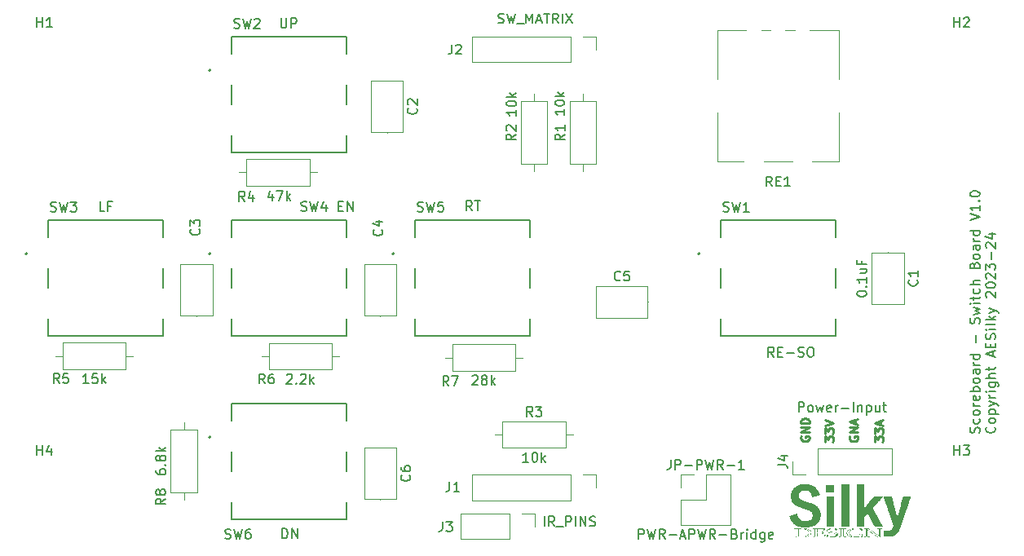
<source format=gbr>
%TF.GenerationSoftware,KiCad,Pcbnew,7.0.2*%
%TF.CreationDate,2024-06-26T08:39:52-07:00*%
%TF.ProjectId,Score-Board-LinInd-SW,53636f72-652d-4426-9f61-72642d4c696e,1.0*%
%TF.SameCoordinates,Original*%
%TF.FileFunction,Legend,Top*%
%TF.FilePolarity,Positive*%
%FSLAX46Y46*%
G04 Gerber Fmt 4.6, Leading zero omitted, Abs format (unit mm)*
G04 Created by KiCad (PCBNEW 7.0.2) date 2024-06-26 08:39:52*
%MOMM*%
%LPD*%
G01*
G04 APERTURE LIST*
%ADD10C,0.152400*%
%ADD11C,0.222250*%
%ADD12C,0.150000*%
%ADD13C,0.127000*%
%ADD14C,0.200000*%
%ADD15C,0.120000*%
G04 APERTURE END LIST*
D10*
X162698360Y-139264476D02*
X162746740Y-139119333D01*
X162746740Y-139119333D02*
X162746740Y-138877428D01*
X162746740Y-138877428D02*
X162698360Y-138780666D01*
X162698360Y-138780666D02*
X162649979Y-138732285D01*
X162649979Y-138732285D02*
X162553217Y-138683904D01*
X162553217Y-138683904D02*
X162456455Y-138683904D01*
X162456455Y-138683904D02*
X162359693Y-138732285D01*
X162359693Y-138732285D02*
X162311312Y-138780666D01*
X162311312Y-138780666D02*
X162262931Y-138877428D01*
X162262931Y-138877428D02*
X162214550Y-139070952D01*
X162214550Y-139070952D02*
X162166169Y-139167714D01*
X162166169Y-139167714D02*
X162117788Y-139216095D01*
X162117788Y-139216095D02*
X162021026Y-139264476D01*
X162021026Y-139264476D02*
X161924264Y-139264476D01*
X161924264Y-139264476D02*
X161827502Y-139216095D01*
X161827502Y-139216095D02*
X161779121Y-139167714D01*
X161779121Y-139167714D02*
X161730740Y-139070952D01*
X161730740Y-139070952D02*
X161730740Y-138829047D01*
X161730740Y-138829047D02*
X161779121Y-138683904D01*
X162698360Y-137813047D02*
X162746740Y-137909809D01*
X162746740Y-137909809D02*
X162746740Y-138103333D01*
X162746740Y-138103333D02*
X162698360Y-138200095D01*
X162698360Y-138200095D02*
X162649979Y-138248476D01*
X162649979Y-138248476D02*
X162553217Y-138296857D01*
X162553217Y-138296857D02*
X162262931Y-138296857D01*
X162262931Y-138296857D02*
X162166169Y-138248476D01*
X162166169Y-138248476D02*
X162117788Y-138200095D01*
X162117788Y-138200095D02*
X162069407Y-138103333D01*
X162069407Y-138103333D02*
X162069407Y-137909809D01*
X162069407Y-137909809D02*
X162117788Y-137813047D01*
X162746740Y-137232476D02*
X162698360Y-137329238D01*
X162698360Y-137329238D02*
X162649979Y-137377619D01*
X162649979Y-137377619D02*
X162553217Y-137426000D01*
X162553217Y-137426000D02*
X162262931Y-137426000D01*
X162262931Y-137426000D02*
X162166169Y-137377619D01*
X162166169Y-137377619D02*
X162117788Y-137329238D01*
X162117788Y-137329238D02*
X162069407Y-137232476D01*
X162069407Y-137232476D02*
X162069407Y-137087333D01*
X162069407Y-137087333D02*
X162117788Y-136990571D01*
X162117788Y-136990571D02*
X162166169Y-136942190D01*
X162166169Y-136942190D02*
X162262931Y-136893809D01*
X162262931Y-136893809D02*
X162553217Y-136893809D01*
X162553217Y-136893809D02*
X162649979Y-136942190D01*
X162649979Y-136942190D02*
X162698360Y-136990571D01*
X162698360Y-136990571D02*
X162746740Y-137087333D01*
X162746740Y-137087333D02*
X162746740Y-137232476D01*
X162746740Y-136458381D02*
X162069407Y-136458381D01*
X162262931Y-136458381D02*
X162166169Y-136410000D01*
X162166169Y-136410000D02*
X162117788Y-136361619D01*
X162117788Y-136361619D02*
X162069407Y-136264857D01*
X162069407Y-136264857D02*
X162069407Y-136168095D01*
X162698360Y-135442381D02*
X162746740Y-135539143D01*
X162746740Y-135539143D02*
X162746740Y-135732667D01*
X162746740Y-135732667D02*
X162698360Y-135829429D01*
X162698360Y-135829429D02*
X162601598Y-135877810D01*
X162601598Y-135877810D02*
X162214550Y-135877810D01*
X162214550Y-135877810D02*
X162117788Y-135829429D01*
X162117788Y-135829429D02*
X162069407Y-135732667D01*
X162069407Y-135732667D02*
X162069407Y-135539143D01*
X162069407Y-135539143D02*
X162117788Y-135442381D01*
X162117788Y-135442381D02*
X162214550Y-135394000D01*
X162214550Y-135394000D02*
X162311312Y-135394000D01*
X162311312Y-135394000D02*
X162408074Y-135877810D01*
X162746740Y-134958572D02*
X161730740Y-134958572D01*
X162117788Y-134958572D02*
X162069407Y-134861810D01*
X162069407Y-134861810D02*
X162069407Y-134668286D01*
X162069407Y-134668286D02*
X162117788Y-134571524D01*
X162117788Y-134571524D02*
X162166169Y-134523143D01*
X162166169Y-134523143D02*
X162262931Y-134474762D01*
X162262931Y-134474762D02*
X162553217Y-134474762D01*
X162553217Y-134474762D02*
X162649979Y-134523143D01*
X162649979Y-134523143D02*
X162698360Y-134571524D01*
X162698360Y-134571524D02*
X162746740Y-134668286D01*
X162746740Y-134668286D02*
X162746740Y-134861810D01*
X162746740Y-134861810D02*
X162698360Y-134958572D01*
X162746740Y-133894191D02*
X162698360Y-133990953D01*
X162698360Y-133990953D02*
X162649979Y-134039334D01*
X162649979Y-134039334D02*
X162553217Y-134087715D01*
X162553217Y-134087715D02*
X162262931Y-134087715D01*
X162262931Y-134087715D02*
X162166169Y-134039334D01*
X162166169Y-134039334D02*
X162117788Y-133990953D01*
X162117788Y-133990953D02*
X162069407Y-133894191D01*
X162069407Y-133894191D02*
X162069407Y-133749048D01*
X162069407Y-133749048D02*
X162117788Y-133652286D01*
X162117788Y-133652286D02*
X162166169Y-133603905D01*
X162166169Y-133603905D02*
X162262931Y-133555524D01*
X162262931Y-133555524D02*
X162553217Y-133555524D01*
X162553217Y-133555524D02*
X162649979Y-133603905D01*
X162649979Y-133603905D02*
X162698360Y-133652286D01*
X162698360Y-133652286D02*
X162746740Y-133749048D01*
X162746740Y-133749048D02*
X162746740Y-133894191D01*
X162746740Y-132684667D02*
X162214550Y-132684667D01*
X162214550Y-132684667D02*
X162117788Y-132733048D01*
X162117788Y-132733048D02*
X162069407Y-132829810D01*
X162069407Y-132829810D02*
X162069407Y-133023334D01*
X162069407Y-133023334D02*
X162117788Y-133120096D01*
X162698360Y-132684667D02*
X162746740Y-132781429D01*
X162746740Y-132781429D02*
X162746740Y-133023334D01*
X162746740Y-133023334D02*
X162698360Y-133120096D01*
X162698360Y-133120096D02*
X162601598Y-133168477D01*
X162601598Y-133168477D02*
X162504836Y-133168477D01*
X162504836Y-133168477D02*
X162408074Y-133120096D01*
X162408074Y-133120096D02*
X162359693Y-133023334D01*
X162359693Y-133023334D02*
X162359693Y-132781429D01*
X162359693Y-132781429D02*
X162311312Y-132684667D01*
X162746740Y-132200858D02*
X162069407Y-132200858D01*
X162262931Y-132200858D02*
X162166169Y-132152477D01*
X162166169Y-132152477D02*
X162117788Y-132104096D01*
X162117788Y-132104096D02*
X162069407Y-132007334D01*
X162069407Y-132007334D02*
X162069407Y-131910572D01*
X162746740Y-131136477D02*
X161730740Y-131136477D01*
X162698360Y-131136477D02*
X162746740Y-131233239D01*
X162746740Y-131233239D02*
X162746740Y-131426763D01*
X162746740Y-131426763D02*
X162698360Y-131523525D01*
X162698360Y-131523525D02*
X162649979Y-131571906D01*
X162649979Y-131571906D02*
X162553217Y-131620287D01*
X162553217Y-131620287D02*
X162262931Y-131620287D01*
X162262931Y-131620287D02*
X162166169Y-131571906D01*
X162166169Y-131571906D02*
X162117788Y-131523525D01*
X162117788Y-131523525D02*
X162069407Y-131426763D01*
X162069407Y-131426763D02*
X162069407Y-131233239D01*
X162069407Y-131233239D02*
X162117788Y-131136477D01*
X162359693Y-129878573D02*
X162359693Y-129104478D01*
X162698360Y-127894954D02*
X162746740Y-127749811D01*
X162746740Y-127749811D02*
X162746740Y-127507906D01*
X162746740Y-127507906D02*
X162698360Y-127411144D01*
X162698360Y-127411144D02*
X162649979Y-127362763D01*
X162649979Y-127362763D02*
X162553217Y-127314382D01*
X162553217Y-127314382D02*
X162456455Y-127314382D01*
X162456455Y-127314382D02*
X162359693Y-127362763D01*
X162359693Y-127362763D02*
X162311312Y-127411144D01*
X162311312Y-127411144D02*
X162262931Y-127507906D01*
X162262931Y-127507906D02*
X162214550Y-127701430D01*
X162214550Y-127701430D02*
X162166169Y-127798192D01*
X162166169Y-127798192D02*
X162117788Y-127846573D01*
X162117788Y-127846573D02*
X162021026Y-127894954D01*
X162021026Y-127894954D02*
X161924264Y-127894954D01*
X161924264Y-127894954D02*
X161827502Y-127846573D01*
X161827502Y-127846573D02*
X161779121Y-127798192D01*
X161779121Y-127798192D02*
X161730740Y-127701430D01*
X161730740Y-127701430D02*
X161730740Y-127459525D01*
X161730740Y-127459525D02*
X161779121Y-127314382D01*
X162069407Y-126975716D02*
X162746740Y-126782192D01*
X162746740Y-126782192D02*
X162262931Y-126588668D01*
X162262931Y-126588668D02*
X162746740Y-126395144D01*
X162746740Y-126395144D02*
X162069407Y-126201620D01*
X162746740Y-125814573D02*
X162069407Y-125814573D01*
X161730740Y-125814573D02*
X161779121Y-125862954D01*
X161779121Y-125862954D02*
X161827502Y-125814573D01*
X161827502Y-125814573D02*
X161779121Y-125766192D01*
X161779121Y-125766192D02*
X161730740Y-125814573D01*
X161730740Y-125814573D02*
X161827502Y-125814573D01*
X162069407Y-125475906D02*
X162069407Y-125088858D01*
X161730740Y-125330763D02*
X162601598Y-125330763D01*
X162601598Y-125330763D02*
X162698360Y-125282382D01*
X162698360Y-125282382D02*
X162746740Y-125185620D01*
X162746740Y-125185620D02*
X162746740Y-125088858D01*
X162698360Y-124314763D02*
X162746740Y-124411525D01*
X162746740Y-124411525D02*
X162746740Y-124605049D01*
X162746740Y-124605049D02*
X162698360Y-124701811D01*
X162698360Y-124701811D02*
X162649979Y-124750192D01*
X162649979Y-124750192D02*
X162553217Y-124798573D01*
X162553217Y-124798573D02*
X162262931Y-124798573D01*
X162262931Y-124798573D02*
X162166169Y-124750192D01*
X162166169Y-124750192D02*
X162117788Y-124701811D01*
X162117788Y-124701811D02*
X162069407Y-124605049D01*
X162069407Y-124605049D02*
X162069407Y-124411525D01*
X162069407Y-124411525D02*
X162117788Y-124314763D01*
X162746740Y-123879335D02*
X161730740Y-123879335D01*
X162746740Y-123443906D02*
X162214550Y-123443906D01*
X162214550Y-123443906D02*
X162117788Y-123492287D01*
X162117788Y-123492287D02*
X162069407Y-123589049D01*
X162069407Y-123589049D02*
X162069407Y-123734192D01*
X162069407Y-123734192D02*
X162117788Y-123830954D01*
X162117788Y-123830954D02*
X162166169Y-123879335D01*
X162214550Y-121847335D02*
X162262931Y-121702192D01*
X162262931Y-121702192D02*
X162311312Y-121653811D01*
X162311312Y-121653811D02*
X162408074Y-121605430D01*
X162408074Y-121605430D02*
X162553217Y-121605430D01*
X162553217Y-121605430D02*
X162649979Y-121653811D01*
X162649979Y-121653811D02*
X162698360Y-121702192D01*
X162698360Y-121702192D02*
X162746740Y-121798954D01*
X162746740Y-121798954D02*
X162746740Y-122186002D01*
X162746740Y-122186002D02*
X161730740Y-122186002D01*
X161730740Y-122186002D02*
X161730740Y-121847335D01*
X161730740Y-121847335D02*
X161779121Y-121750573D01*
X161779121Y-121750573D02*
X161827502Y-121702192D01*
X161827502Y-121702192D02*
X161924264Y-121653811D01*
X161924264Y-121653811D02*
X162021026Y-121653811D01*
X162021026Y-121653811D02*
X162117788Y-121702192D01*
X162117788Y-121702192D02*
X162166169Y-121750573D01*
X162166169Y-121750573D02*
X162214550Y-121847335D01*
X162214550Y-121847335D02*
X162214550Y-122186002D01*
X162746740Y-121024859D02*
X162698360Y-121121621D01*
X162698360Y-121121621D02*
X162649979Y-121170002D01*
X162649979Y-121170002D02*
X162553217Y-121218383D01*
X162553217Y-121218383D02*
X162262931Y-121218383D01*
X162262931Y-121218383D02*
X162166169Y-121170002D01*
X162166169Y-121170002D02*
X162117788Y-121121621D01*
X162117788Y-121121621D02*
X162069407Y-121024859D01*
X162069407Y-121024859D02*
X162069407Y-120879716D01*
X162069407Y-120879716D02*
X162117788Y-120782954D01*
X162117788Y-120782954D02*
X162166169Y-120734573D01*
X162166169Y-120734573D02*
X162262931Y-120686192D01*
X162262931Y-120686192D02*
X162553217Y-120686192D01*
X162553217Y-120686192D02*
X162649979Y-120734573D01*
X162649979Y-120734573D02*
X162698360Y-120782954D01*
X162698360Y-120782954D02*
X162746740Y-120879716D01*
X162746740Y-120879716D02*
X162746740Y-121024859D01*
X162746740Y-119815335D02*
X162214550Y-119815335D01*
X162214550Y-119815335D02*
X162117788Y-119863716D01*
X162117788Y-119863716D02*
X162069407Y-119960478D01*
X162069407Y-119960478D02*
X162069407Y-120154002D01*
X162069407Y-120154002D02*
X162117788Y-120250764D01*
X162698360Y-119815335D02*
X162746740Y-119912097D01*
X162746740Y-119912097D02*
X162746740Y-120154002D01*
X162746740Y-120154002D02*
X162698360Y-120250764D01*
X162698360Y-120250764D02*
X162601598Y-120299145D01*
X162601598Y-120299145D02*
X162504836Y-120299145D01*
X162504836Y-120299145D02*
X162408074Y-120250764D01*
X162408074Y-120250764D02*
X162359693Y-120154002D01*
X162359693Y-120154002D02*
X162359693Y-119912097D01*
X162359693Y-119912097D02*
X162311312Y-119815335D01*
X162746740Y-119331526D02*
X162069407Y-119331526D01*
X162262931Y-119331526D02*
X162166169Y-119283145D01*
X162166169Y-119283145D02*
X162117788Y-119234764D01*
X162117788Y-119234764D02*
X162069407Y-119138002D01*
X162069407Y-119138002D02*
X162069407Y-119041240D01*
X162746740Y-118267145D02*
X161730740Y-118267145D01*
X162698360Y-118267145D02*
X162746740Y-118363907D01*
X162746740Y-118363907D02*
X162746740Y-118557431D01*
X162746740Y-118557431D02*
X162698360Y-118654193D01*
X162698360Y-118654193D02*
X162649979Y-118702574D01*
X162649979Y-118702574D02*
X162553217Y-118750955D01*
X162553217Y-118750955D02*
X162262931Y-118750955D01*
X162262931Y-118750955D02*
X162166169Y-118702574D01*
X162166169Y-118702574D02*
X162117788Y-118654193D01*
X162117788Y-118654193D02*
X162069407Y-118557431D01*
X162069407Y-118557431D02*
X162069407Y-118363907D01*
X162069407Y-118363907D02*
X162117788Y-118267145D01*
X161730740Y-117154384D02*
X162746740Y-116815717D01*
X162746740Y-116815717D02*
X161730740Y-116477050D01*
X162746740Y-115606193D02*
X162746740Y-116186765D01*
X162746740Y-115896479D02*
X161730740Y-115896479D01*
X161730740Y-115896479D02*
X161875883Y-115993241D01*
X161875883Y-115993241D02*
X161972645Y-116090003D01*
X161972645Y-116090003D02*
X162021026Y-116186765D01*
X162649979Y-115170765D02*
X162698360Y-115122384D01*
X162698360Y-115122384D02*
X162746740Y-115170765D01*
X162746740Y-115170765D02*
X162698360Y-115219146D01*
X162698360Y-115219146D02*
X162649979Y-115170765D01*
X162649979Y-115170765D02*
X162746740Y-115170765D01*
X161730740Y-114493431D02*
X161730740Y-114396669D01*
X161730740Y-114396669D02*
X161779121Y-114299907D01*
X161779121Y-114299907D02*
X161827502Y-114251526D01*
X161827502Y-114251526D02*
X161924264Y-114203145D01*
X161924264Y-114203145D02*
X162117788Y-114154764D01*
X162117788Y-114154764D02*
X162359693Y-114154764D01*
X162359693Y-114154764D02*
X162553217Y-114203145D01*
X162553217Y-114203145D02*
X162649979Y-114251526D01*
X162649979Y-114251526D02*
X162698360Y-114299907D01*
X162698360Y-114299907D02*
X162746740Y-114396669D01*
X162746740Y-114396669D02*
X162746740Y-114493431D01*
X162746740Y-114493431D02*
X162698360Y-114590193D01*
X162698360Y-114590193D02*
X162649979Y-114638574D01*
X162649979Y-114638574D02*
X162553217Y-114686955D01*
X162553217Y-114686955D02*
X162359693Y-114735336D01*
X162359693Y-114735336D02*
X162117788Y-114735336D01*
X162117788Y-114735336D02*
X161924264Y-114686955D01*
X161924264Y-114686955D02*
X161827502Y-114638574D01*
X161827502Y-114638574D02*
X161779121Y-114590193D01*
X161779121Y-114590193D02*
X161730740Y-114493431D01*
X164295899Y-138635523D02*
X164344280Y-138683904D01*
X164344280Y-138683904D02*
X164392660Y-138829047D01*
X164392660Y-138829047D02*
X164392660Y-138925809D01*
X164392660Y-138925809D02*
X164344280Y-139070952D01*
X164344280Y-139070952D02*
X164247518Y-139167714D01*
X164247518Y-139167714D02*
X164150756Y-139216095D01*
X164150756Y-139216095D02*
X163957232Y-139264476D01*
X163957232Y-139264476D02*
X163812089Y-139264476D01*
X163812089Y-139264476D02*
X163618565Y-139216095D01*
X163618565Y-139216095D02*
X163521803Y-139167714D01*
X163521803Y-139167714D02*
X163425041Y-139070952D01*
X163425041Y-139070952D02*
X163376660Y-138925809D01*
X163376660Y-138925809D02*
X163376660Y-138829047D01*
X163376660Y-138829047D02*
X163425041Y-138683904D01*
X163425041Y-138683904D02*
X163473422Y-138635523D01*
X164392660Y-138054952D02*
X164344280Y-138151714D01*
X164344280Y-138151714D02*
X164295899Y-138200095D01*
X164295899Y-138200095D02*
X164199137Y-138248476D01*
X164199137Y-138248476D02*
X163908851Y-138248476D01*
X163908851Y-138248476D02*
X163812089Y-138200095D01*
X163812089Y-138200095D02*
X163763708Y-138151714D01*
X163763708Y-138151714D02*
X163715327Y-138054952D01*
X163715327Y-138054952D02*
X163715327Y-137909809D01*
X163715327Y-137909809D02*
X163763708Y-137813047D01*
X163763708Y-137813047D02*
X163812089Y-137764666D01*
X163812089Y-137764666D02*
X163908851Y-137716285D01*
X163908851Y-137716285D02*
X164199137Y-137716285D01*
X164199137Y-137716285D02*
X164295899Y-137764666D01*
X164295899Y-137764666D02*
X164344280Y-137813047D01*
X164344280Y-137813047D02*
X164392660Y-137909809D01*
X164392660Y-137909809D02*
X164392660Y-138054952D01*
X163715327Y-137280857D02*
X164731327Y-137280857D01*
X163763708Y-137280857D02*
X163715327Y-137184095D01*
X163715327Y-137184095D02*
X163715327Y-136990571D01*
X163715327Y-136990571D02*
X163763708Y-136893809D01*
X163763708Y-136893809D02*
X163812089Y-136845428D01*
X163812089Y-136845428D02*
X163908851Y-136797047D01*
X163908851Y-136797047D02*
X164199137Y-136797047D01*
X164199137Y-136797047D02*
X164295899Y-136845428D01*
X164295899Y-136845428D02*
X164344280Y-136893809D01*
X164344280Y-136893809D02*
X164392660Y-136990571D01*
X164392660Y-136990571D02*
X164392660Y-137184095D01*
X164392660Y-137184095D02*
X164344280Y-137280857D01*
X163715327Y-136458381D02*
X164392660Y-136216476D01*
X163715327Y-135974571D02*
X164392660Y-136216476D01*
X164392660Y-136216476D02*
X164634565Y-136313238D01*
X164634565Y-136313238D02*
X164682946Y-136361619D01*
X164682946Y-136361619D02*
X164731327Y-136458381D01*
X164392660Y-135587524D02*
X163715327Y-135587524D01*
X163908851Y-135587524D02*
X163812089Y-135539143D01*
X163812089Y-135539143D02*
X163763708Y-135490762D01*
X163763708Y-135490762D02*
X163715327Y-135394000D01*
X163715327Y-135394000D02*
X163715327Y-135297238D01*
X164392660Y-134958572D02*
X163715327Y-134958572D01*
X163376660Y-134958572D02*
X163425041Y-135006953D01*
X163425041Y-135006953D02*
X163473422Y-134958572D01*
X163473422Y-134958572D02*
X163425041Y-134910191D01*
X163425041Y-134910191D02*
X163376660Y-134958572D01*
X163376660Y-134958572D02*
X163473422Y-134958572D01*
X163715327Y-134039333D02*
X164537803Y-134039333D01*
X164537803Y-134039333D02*
X164634565Y-134087714D01*
X164634565Y-134087714D02*
X164682946Y-134136095D01*
X164682946Y-134136095D02*
X164731327Y-134232857D01*
X164731327Y-134232857D02*
X164731327Y-134378000D01*
X164731327Y-134378000D02*
X164682946Y-134474762D01*
X164344280Y-134039333D02*
X164392660Y-134136095D01*
X164392660Y-134136095D02*
X164392660Y-134329619D01*
X164392660Y-134329619D02*
X164344280Y-134426381D01*
X164344280Y-134426381D02*
X164295899Y-134474762D01*
X164295899Y-134474762D02*
X164199137Y-134523143D01*
X164199137Y-134523143D02*
X163908851Y-134523143D01*
X163908851Y-134523143D02*
X163812089Y-134474762D01*
X163812089Y-134474762D02*
X163763708Y-134426381D01*
X163763708Y-134426381D02*
X163715327Y-134329619D01*
X163715327Y-134329619D02*
X163715327Y-134136095D01*
X163715327Y-134136095D02*
X163763708Y-134039333D01*
X164392660Y-133555524D02*
X163376660Y-133555524D01*
X164392660Y-133120095D02*
X163860470Y-133120095D01*
X163860470Y-133120095D02*
X163763708Y-133168476D01*
X163763708Y-133168476D02*
X163715327Y-133265238D01*
X163715327Y-133265238D02*
X163715327Y-133410381D01*
X163715327Y-133410381D02*
X163763708Y-133507143D01*
X163763708Y-133507143D02*
X163812089Y-133555524D01*
X163715327Y-132781429D02*
X163715327Y-132394381D01*
X163376660Y-132636286D02*
X164247518Y-132636286D01*
X164247518Y-132636286D02*
X164344280Y-132587905D01*
X164344280Y-132587905D02*
X164392660Y-132491143D01*
X164392660Y-132491143D02*
X164392660Y-132394381D01*
X164102375Y-131330001D02*
X164102375Y-130846191D01*
X164392660Y-131426763D02*
X163376660Y-131088096D01*
X163376660Y-131088096D02*
X164392660Y-130749429D01*
X163860470Y-130410763D02*
X163860470Y-130072096D01*
X164392660Y-129926953D02*
X164392660Y-130410763D01*
X164392660Y-130410763D02*
X163376660Y-130410763D01*
X163376660Y-130410763D02*
X163376660Y-129926953D01*
X164344280Y-129539906D02*
X164392660Y-129394763D01*
X164392660Y-129394763D02*
X164392660Y-129152858D01*
X164392660Y-129152858D02*
X164344280Y-129056096D01*
X164344280Y-129056096D02*
X164295899Y-129007715D01*
X164295899Y-129007715D02*
X164199137Y-128959334D01*
X164199137Y-128959334D02*
X164102375Y-128959334D01*
X164102375Y-128959334D02*
X164005613Y-129007715D01*
X164005613Y-129007715D02*
X163957232Y-129056096D01*
X163957232Y-129056096D02*
X163908851Y-129152858D01*
X163908851Y-129152858D02*
X163860470Y-129346382D01*
X163860470Y-129346382D02*
X163812089Y-129443144D01*
X163812089Y-129443144D02*
X163763708Y-129491525D01*
X163763708Y-129491525D02*
X163666946Y-129539906D01*
X163666946Y-129539906D02*
X163570184Y-129539906D01*
X163570184Y-129539906D02*
X163473422Y-129491525D01*
X163473422Y-129491525D02*
X163425041Y-129443144D01*
X163425041Y-129443144D02*
X163376660Y-129346382D01*
X163376660Y-129346382D02*
X163376660Y-129104477D01*
X163376660Y-129104477D02*
X163425041Y-128959334D01*
X164392660Y-128523906D02*
X163715327Y-128523906D01*
X163376660Y-128523906D02*
X163425041Y-128572287D01*
X163425041Y-128572287D02*
X163473422Y-128523906D01*
X163473422Y-128523906D02*
X163425041Y-128475525D01*
X163425041Y-128475525D02*
X163376660Y-128523906D01*
X163376660Y-128523906D02*
X163473422Y-128523906D01*
X164392660Y-127894953D02*
X164344280Y-127991715D01*
X164344280Y-127991715D02*
X164247518Y-128040096D01*
X164247518Y-128040096D02*
X163376660Y-128040096D01*
X164392660Y-127507906D02*
X163376660Y-127507906D01*
X164005613Y-127411144D02*
X164392660Y-127120858D01*
X163715327Y-127120858D02*
X164102375Y-127507906D01*
X163715327Y-126782192D02*
X164392660Y-126540287D01*
X163715327Y-126298382D02*
X164392660Y-126540287D01*
X164392660Y-126540287D02*
X164634565Y-126637049D01*
X164634565Y-126637049D02*
X164682946Y-126685430D01*
X164682946Y-126685430D02*
X164731327Y-126782192D01*
X163473422Y-125185621D02*
X163425041Y-125137240D01*
X163425041Y-125137240D02*
X163376660Y-125040478D01*
X163376660Y-125040478D02*
X163376660Y-124798573D01*
X163376660Y-124798573D02*
X163425041Y-124701811D01*
X163425041Y-124701811D02*
X163473422Y-124653430D01*
X163473422Y-124653430D02*
X163570184Y-124605049D01*
X163570184Y-124605049D02*
X163666946Y-124605049D01*
X163666946Y-124605049D02*
X163812089Y-124653430D01*
X163812089Y-124653430D02*
X164392660Y-125234002D01*
X164392660Y-125234002D02*
X164392660Y-124605049D01*
X163376660Y-123976097D02*
X163376660Y-123879335D01*
X163376660Y-123879335D02*
X163425041Y-123782573D01*
X163425041Y-123782573D02*
X163473422Y-123734192D01*
X163473422Y-123734192D02*
X163570184Y-123685811D01*
X163570184Y-123685811D02*
X163763708Y-123637430D01*
X163763708Y-123637430D02*
X164005613Y-123637430D01*
X164005613Y-123637430D02*
X164199137Y-123685811D01*
X164199137Y-123685811D02*
X164295899Y-123734192D01*
X164295899Y-123734192D02*
X164344280Y-123782573D01*
X164344280Y-123782573D02*
X164392660Y-123879335D01*
X164392660Y-123879335D02*
X164392660Y-123976097D01*
X164392660Y-123976097D02*
X164344280Y-124072859D01*
X164344280Y-124072859D02*
X164295899Y-124121240D01*
X164295899Y-124121240D02*
X164199137Y-124169621D01*
X164199137Y-124169621D02*
X164005613Y-124218002D01*
X164005613Y-124218002D02*
X163763708Y-124218002D01*
X163763708Y-124218002D02*
X163570184Y-124169621D01*
X163570184Y-124169621D02*
X163473422Y-124121240D01*
X163473422Y-124121240D02*
X163425041Y-124072859D01*
X163425041Y-124072859D02*
X163376660Y-123976097D01*
X163473422Y-123250383D02*
X163425041Y-123202002D01*
X163425041Y-123202002D02*
X163376660Y-123105240D01*
X163376660Y-123105240D02*
X163376660Y-122863335D01*
X163376660Y-122863335D02*
X163425041Y-122766573D01*
X163425041Y-122766573D02*
X163473422Y-122718192D01*
X163473422Y-122718192D02*
X163570184Y-122669811D01*
X163570184Y-122669811D02*
X163666946Y-122669811D01*
X163666946Y-122669811D02*
X163812089Y-122718192D01*
X163812089Y-122718192D02*
X164392660Y-123298764D01*
X164392660Y-123298764D02*
X164392660Y-122669811D01*
X163376660Y-122331145D02*
X163376660Y-121702192D01*
X163376660Y-121702192D02*
X163763708Y-122040859D01*
X163763708Y-122040859D02*
X163763708Y-121895716D01*
X163763708Y-121895716D02*
X163812089Y-121798954D01*
X163812089Y-121798954D02*
X163860470Y-121750573D01*
X163860470Y-121750573D02*
X163957232Y-121702192D01*
X163957232Y-121702192D02*
X164199137Y-121702192D01*
X164199137Y-121702192D02*
X164295899Y-121750573D01*
X164295899Y-121750573D02*
X164344280Y-121798954D01*
X164344280Y-121798954D02*
X164392660Y-121895716D01*
X164392660Y-121895716D02*
X164392660Y-122186002D01*
X164392660Y-122186002D02*
X164344280Y-122282764D01*
X164344280Y-122282764D02*
X164295899Y-122331145D01*
X164005613Y-121266764D02*
X164005613Y-120492669D01*
X163473422Y-120057240D02*
X163425041Y-120008859D01*
X163425041Y-120008859D02*
X163376660Y-119912097D01*
X163376660Y-119912097D02*
X163376660Y-119670192D01*
X163376660Y-119670192D02*
X163425041Y-119573430D01*
X163425041Y-119573430D02*
X163473422Y-119525049D01*
X163473422Y-119525049D02*
X163570184Y-119476668D01*
X163570184Y-119476668D02*
X163666946Y-119476668D01*
X163666946Y-119476668D02*
X163812089Y-119525049D01*
X163812089Y-119525049D02*
X164392660Y-120105621D01*
X164392660Y-120105621D02*
X164392660Y-119476668D01*
X163715327Y-118605811D02*
X164392660Y-118605811D01*
X163328280Y-118847716D02*
X164053994Y-119089621D01*
X164053994Y-119089621D02*
X164053994Y-118460668D01*
D11*
X151833269Y-140159000D02*
X151833269Y-139608666D01*
X151833269Y-139608666D02*
X152171936Y-139905000D01*
X152171936Y-139905000D02*
X152171936Y-139778000D01*
X152171936Y-139778000D02*
X152214269Y-139693333D01*
X152214269Y-139693333D02*
X152256602Y-139651000D01*
X152256602Y-139651000D02*
X152341269Y-139608666D01*
X152341269Y-139608666D02*
X152552936Y-139608666D01*
X152552936Y-139608666D02*
X152637602Y-139651000D01*
X152637602Y-139651000D02*
X152679936Y-139693333D01*
X152679936Y-139693333D02*
X152722269Y-139778000D01*
X152722269Y-139778000D02*
X152722269Y-140032000D01*
X152722269Y-140032000D02*
X152679936Y-140116666D01*
X152679936Y-140116666D02*
X152637602Y-140159000D01*
X151833269Y-139312333D02*
X151833269Y-138761999D01*
X151833269Y-138761999D02*
X152171936Y-139058333D01*
X152171936Y-139058333D02*
X152171936Y-138931333D01*
X152171936Y-138931333D02*
X152214269Y-138846666D01*
X152214269Y-138846666D02*
X152256602Y-138804333D01*
X152256602Y-138804333D02*
X152341269Y-138761999D01*
X152341269Y-138761999D02*
X152552936Y-138761999D01*
X152552936Y-138761999D02*
X152637602Y-138804333D01*
X152637602Y-138804333D02*
X152679936Y-138846666D01*
X152679936Y-138846666D02*
X152722269Y-138931333D01*
X152722269Y-138931333D02*
X152722269Y-139185333D01*
X152722269Y-139185333D02*
X152679936Y-139269999D01*
X152679936Y-139269999D02*
X152637602Y-139312333D01*
X152468269Y-138423332D02*
X152468269Y-137999999D01*
X152722269Y-138507999D02*
X151833269Y-138211666D01*
X151833269Y-138211666D02*
X152722269Y-137915332D01*
X144226602Y-139608666D02*
X144184269Y-139693333D01*
X144184269Y-139693333D02*
X144184269Y-139820333D01*
X144184269Y-139820333D02*
X144226602Y-139947333D01*
X144226602Y-139947333D02*
X144311269Y-140032000D01*
X144311269Y-140032000D02*
X144395936Y-140074333D01*
X144395936Y-140074333D02*
X144565269Y-140116666D01*
X144565269Y-140116666D02*
X144692269Y-140116666D01*
X144692269Y-140116666D02*
X144861602Y-140074333D01*
X144861602Y-140074333D02*
X144946269Y-140032000D01*
X144946269Y-140032000D02*
X145030936Y-139947333D01*
X145030936Y-139947333D02*
X145073269Y-139820333D01*
X145073269Y-139820333D02*
X145073269Y-139735666D01*
X145073269Y-139735666D02*
X145030936Y-139608666D01*
X145030936Y-139608666D02*
X144988602Y-139566333D01*
X144988602Y-139566333D02*
X144692269Y-139566333D01*
X144692269Y-139566333D02*
X144692269Y-139735666D01*
X145073269Y-139185333D02*
X144184269Y-139185333D01*
X144184269Y-139185333D02*
X145073269Y-138677333D01*
X145073269Y-138677333D02*
X144184269Y-138677333D01*
X145073269Y-138254000D02*
X144184269Y-138254000D01*
X144184269Y-138254000D02*
X144184269Y-138042333D01*
X144184269Y-138042333D02*
X144226602Y-137915333D01*
X144226602Y-137915333D02*
X144311269Y-137830667D01*
X144311269Y-137830667D02*
X144395936Y-137788333D01*
X144395936Y-137788333D02*
X144565269Y-137746000D01*
X144565269Y-137746000D02*
X144692269Y-137746000D01*
X144692269Y-137746000D02*
X144861602Y-137788333D01*
X144861602Y-137788333D02*
X144946269Y-137830667D01*
X144946269Y-137830667D02*
X145030936Y-137915333D01*
X145030936Y-137915333D02*
X145073269Y-138042333D01*
X145073269Y-138042333D02*
X145073269Y-138254000D01*
X146686269Y-140159000D02*
X146686269Y-139608666D01*
X146686269Y-139608666D02*
X147024936Y-139905000D01*
X147024936Y-139905000D02*
X147024936Y-139778000D01*
X147024936Y-139778000D02*
X147067269Y-139693333D01*
X147067269Y-139693333D02*
X147109602Y-139651000D01*
X147109602Y-139651000D02*
X147194269Y-139608666D01*
X147194269Y-139608666D02*
X147405936Y-139608666D01*
X147405936Y-139608666D02*
X147490602Y-139651000D01*
X147490602Y-139651000D02*
X147532936Y-139693333D01*
X147532936Y-139693333D02*
X147575269Y-139778000D01*
X147575269Y-139778000D02*
X147575269Y-140032000D01*
X147575269Y-140032000D02*
X147532936Y-140116666D01*
X147532936Y-140116666D02*
X147490602Y-140159000D01*
X146686269Y-139312333D02*
X146686269Y-138761999D01*
X146686269Y-138761999D02*
X147024936Y-139058333D01*
X147024936Y-139058333D02*
X147024936Y-138931333D01*
X147024936Y-138931333D02*
X147067269Y-138846666D01*
X147067269Y-138846666D02*
X147109602Y-138804333D01*
X147109602Y-138804333D02*
X147194269Y-138761999D01*
X147194269Y-138761999D02*
X147405936Y-138761999D01*
X147405936Y-138761999D02*
X147490602Y-138804333D01*
X147490602Y-138804333D02*
X147532936Y-138846666D01*
X147532936Y-138846666D02*
X147575269Y-138931333D01*
X147575269Y-138931333D02*
X147575269Y-139185333D01*
X147575269Y-139185333D02*
X147532936Y-139269999D01*
X147532936Y-139269999D02*
X147490602Y-139312333D01*
X146686269Y-138507999D02*
X147575269Y-138211666D01*
X147575269Y-138211666D02*
X146686269Y-137915332D01*
X149269602Y-139608666D02*
X149227269Y-139693333D01*
X149227269Y-139693333D02*
X149227269Y-139820333D01*
X149227269Y-139820333D02*
X149269602Y-139947333D01*
X149269602Y-139947333D02*
X149354269Y-140032000D01*
X149354269Y-140032000D02*
X149438936Y-140074333D01*
X149438936Y-140074333D02*
X149608269Y-140116666D01*
X149608269Y-140116666D02*
X149735269Y-140116666D01*
X149735269Y-140116666D02*
X149904602Y-140074333D01*
X149904602Y-140074333D02*
X149989269Y-140032000D01*
X149989269Y-140032000D02*
X150073936Y-139947333D01*
X150073936Y-139947333D02*
X150116269Y-139820333D01*
X150116269Y-139820333D02*
X150116269Y-139735666D01*
X150116269Y-139735666D02*
X150073936Y-139608666D01*
X150073936Y-139608666D02*
X150031602Y-139566333D01*
X150031602Y-139566333D02*
X149735269Y-139566333D01*
X149735269Y-139566333D02*
X149735269Y-139735666D01*
X150116269Y-139185333D02*
X149227269Y-139185333D01*
X149227269Y-139185333D02*
X150116269Y-138677333D01*
X150116269Y-138677333D02*
X149227269Y-138677333D01*
X149862269Y-138296333D02*
X149862269Y-137873000D01*
X150116269Y-138381000D02*
X149227269Y-138084667D01*
X149227269Y-138084667D02*
X150116269Y-137788333D01*
D12*
%TO.C,H1*%
X64848095Y-97112619D02*
X64848095Y-96112619D01*
X64848095Y-96588809D02*
X65419523Y-96588809D01*
X65419523Y-97112619D02*
X65419523Y-96112619D01*
X66419523Y-97112619D02*
X65848095Y-97112619D01*
X66133809Y-97112619D02*
X66133809Y-96112619D01*
X66133809Y-96112619D02*
X66038571Y-96255476D01*
X66038571Y-96255476D02*
X65943333Y-96350714D01*
X65943333Y-96350714D02*
X65848095Y-96398333D01*
%TO.C,SW3*%
X66283667Y-116236000D02*
X66426524Y-116283619D01*
X66426524Y-116283619D02*
X66664619Y-116283619D01*
X66664619Y-116283619D02*
X66759857Y-116236000D01*
X66759857Y-116236000D02*
X66807476Y-116188380D01*
X66807476Y-116188380D02*
X66855095Y-116093142D01*
X66855095Y-116093142D02*
X66855095Y-115997904D01*
X66855095Y-115997904D02*
X66807476Y-115902666D01*
X66807476Y-115902666D02*
X66759857Y-115855047D01*
X66759857Y-115855047D02*
X66664619Y-115807428D01*
X66664619Y-115807428D02*
X66474143Y-115759809D01*
X66474143Y-115759809D02*
X66378905Y-115712190D01*
X66378905Y-115712190D02*
X66331286Y-115664571D01*
X66331286Y-115664571D02*
X66283667Y-115569333D01*
X66283667Y-115569333D02*
X66283667Y-115474095D01*
X66283667Y-115474095D02*
X66331286Y-115378857D01*
X66331286Y-115378857D02*
X66378905Y-115331238D01*
X66378905Y-115331238D02*
X66474143Y-115283619D01*
X66474143Y-115283619D02*
X66712238Y-115283619D01*
X66712238Y-115283619D02*
X66855095Y-115331238D01*
X67188429Y-115283619D02*
X67426524Y-116283619D01*
X67426524Y-116283619D02*
X67617000Y-115569333D01*
X67617000Y-115569333D02*
X67807476Y-116283619D01*
X67807476Y-116283619D02*
X68045572Y-115283619D01*
X68331286Y-115283619D02*
X68950333Y-115283619D01*
X68950333Y-115283619D02*
X68617000Y-115664571D01*
X68617000Y-115664571D02*
X68759857Y-115664571D01*
X68759857Y-115664571D02*
X68855095Y-115712190D01*
X68855095Y-115712190D02*
X68902714Y-115759809D01*
X68902714Y-115759809D02*
X68950333Y-115855047D01*
X68950333Y-115855047D02*
X68950333Y-116093142D01*
X68950333Y-116093142D02*
X68902714Y-116188380D01*
X68902714Y-116188380D02*
X68855095Y-116236000D01*
X68855095Y-116236000D02*
X68759857Y-116283619D01*
X68759857Y-116283619D02*
X68474143Y-116283619D01*
X68474143Y-116283619D02*
X68378905Y-116236000D01*
X68378905Y-116236000D02*
X68331286Y-116188380D01*
X71863952Y-116239619D02*
X71387762Y-116239619D01*
X71387762Y-116239619D02*
X71387762Y-115239619D01*
X72530619Y-115715809D02*
X72197286Y-115715809D01*
X72197286Y-116239619D02*
X72197286Y-115239619D01*
X72197286Y-115239619D02*
X72673476Y-115239619D01*
%TO.C,R5*%
X67169333Y-134096619D02*
X66836000Y-133620428D01*
X66597905Y-134096619D02*
X66597905Y-133096619D01*
X66597905Y-133096619D02*
X66978857Y-133096619D01*
X66978857Y-133096619D02*
X67074095Y-133144238D01*
X67074095Y-133144238D02*
X67121714Y-133191857D01*
X67121714Y-133191857D02*
X67169333Y-133287095D01*
X67169333Y-133287095D02*
X67169333Y-133429952D01*
X67169333Y-133429952D02*
X67121714Y-133525190D01*
X67121714Y-133525190D02*
X67074095Y-133572809D01*
X67074095Y-133572809D02*
X66978857Y-133620428D01*
X66978857Y-133620428D02*
X66597905Y-133620428D01*
X68074095Y-133096619D02*
X67597905Y-133096619D01*
X67597905Y-133096619D02*
X67550286Y-133572809D01*
X67550286Y-133572809D02*
X67597905Y-133525190D01*
X67597905Y-133525190D02*
X67693143Y-133477571D01*
X67693143Y-133477571D02*
X67931238Y-133477571D01*
X67931238Y-133477571D02*
X68026476Y-133525190D01*
X68026476Y-133525190D02*
X68074095Y-133572809D01*
X68074095Y-133572809D02*
X68121714Y-133668047D01*
X68121714Y-133668047D02*
X68121714Y-133906142D01*
X68121714Y-133906142D02*
X68074095Y-134001380D01*
X68074095Y-134001380D02*
X68026476Y-134049000D01*
X68026476Y-134049000D02*
X67931238Y-134096619D01*
X67931238Y-134096619D02*
X67693143Y-134096619D01*
X67693143Y-134096619D02*
X67597905Y-134049000D01*
X67597905Y-134049000D02*
X67550286Y-134001380D01*
X70217761Y-134113619D02*
X69646333Y-134113619D01*
X69932047Y-134113619D02*
X69932047Y-133113619D01*
X69932047Y-133113619D02*
X69836809Y-133256476D01*
X69836809Y-133256476D02*
X69741571Y-133351714D01*
X69741571Y-133351714D02*
X69646333Y-133399333D01*
X71122523Y-133113619D02*
X70646333Y-133113619D01*
X70646333Y-133113619D02*
X70598714Y-133589809D01*
X70598714Y-133589809D02*
X70646333Y-133542190D01*
X70646333Y-133542190D02*
X70741571Y-133494571D01*
X70741571Y-133494571D02*
X70979666Y-133494571D01*
X70979666Y-133494571D02*
X71074904Y-133542190D01*
X71074904Y-133542190D02*
X71122523Y-133589809D01*
X71122523Y-133589809D02*
X71170142Y-133685047D01*
X71170142Y-133685047D02*
X71170142Y-133923142D01*
X71170142Y-133923142D02*
X71122523Y-134018380D01*
X71122523Y-134018380D02*
X71074904Y-134066000D01*
X71074904Y-134066000D02*
X70979666Y-134113619D01*
X70979666Y-134113619D02*
X70741571Y-134113619D01*
X70741571Y-134113619D02*
X70646333Y-134066000D01*
X70646333Y-134066000D02*
X70598714Y-134018380D01*
X71598714Y-134113619D02*
X71598714Y-133113619D01*
X71693952Y-133732666D02*
X71979666Y-134113619D01*
X71979666Y-133446952D02*
X71598714Y-133827904D01*
%TO.C,SW2*%
X85333667Y-97186000D02*
X85476524Y-97233619D01*
X85476524Y-97233619D02*
X85714619Y-97233619D01*
X85714619Y-97233619D02*
X85809857Y-97186000D01*
X85809857Y-97186000D02*
X85857476Y-97138380D01*
X85857476Y-97138380D02*
X85905095Y-97043142D01*
X85905095Y-97043142D02*
X85905095Y-96947904D01*
X85905095Y-96947904D02*
X85857476Y-96852666D01*
X85857476Y-96852666D02*
X85809857Y-96805047D01*
X85809857Y-96805047D02*
X85714619Y-96757428D01*
X85714619Y-96757428D02*
X85524143Y-96709809D01*
X85524143Y-96709809D02*
X85428905Y-96662190D01*
X85428905Y-96662190D02*
X85381286Y-96614571D01*
X85381286Y-96614571D02*
X85333667Y-96519333D01*
X85333667Y-96519333D02*
X85333667Y-96424095D01*
X85333667Y-96424095D02*
X85381286Y-96328857D01*
X85381286Y-96328857D02*
X85428905Y-96281238D01*
X85428905Y-96281238D02*
X85524143Y-96233619D01*
X85524143Y-96233619D02*
X85762238Y-96233619D01*
X85762238Y-96233619D02*
X85905095Y-96281238D01*
X86238429Y-96233619D02*
X86476524Y-97233619D01*
X86476524Y-97233619D02*
X86667000Y-96519333D01*
X86667000Y-96519333D02*
X86857476Y-97233619D01*
X86857476Y-97233619D02*
X87095572Y-96233619D01*
X87428905Y-96328857D02*
X87476524Y-96281238D01*
X87476524Y-96281238D02*
X87571762Y-96233619D01*
X87571762Y-96233619D02*
X87809857Y-96233619D01*
X87809857Y-96233619D02*
X87905095Y-96281238D01*
X87905095Y-96281238D02*
X87952714Y-96328857D01*
X87952714Y-96328857D02*
X88000333Y-96424095D01*
X88000333Y-96424095D02*
X88000333Y-96519333D01*
X88000333Y-96519333D02*
X87952714Y-96662190D01*
X87952714Y-96662190D02*
X87381286Y-97233619D01*
X87381286Y-97233619D02*
X88000333Y-97233619D01*
X90195286Y-96192619D02*
X90195286Y-97002142D01*
X90195286Y-97002142D02*
X90242905Y-97097380D01*
X90242905Y-97097380D02*
X90290524Y-97145000D01*
X90290524Y-97145000D02*
X90385762Y-97192619D01*
X90385762Y-97192619D02*
X90576238Y-97192619D01*
X90576238Y-97192619D02*
X90671476Y-97145000D01*
X90671476Y-97145000D02*
X90719095Y-97097380D01*
X90719095Y-97097380D02*
X90766714Y-97002142D01*
X90766714Y-97002142D02*
X90766714Y-96192619D01*
X91242905Y-97192619D02*
X91242905Y-96192619D01*
X91242905Y-96192619D02*
X91623857Y-96192619D01*
X91623857Y-96192619D02*
X91719095Y-96240238D01*
X91719095Y-96240238D02*
X91766714Y-96287857D01*
X91766714Y-96287857D02*
X91814333Y-96383095D01*
X91814333Y-96383095D02*
X91814333Y-96525952D01*
X91814333Y-96525952D02*
X91766714Y-96621190D01*
X91766714Y-96621190D02*
X91719095Y-96668809D01*
X91719095Y-96668809D02*
X91623857Y-96716428D01*
X91623857Y-96716428D02*
X91242905Y-96716428D01*
%TO.C,SW5*%
X104383667Y-116236000D02*
X104526524Y-116283619D01*
X104526524Y-116283619D02*
X104764619Y-116283619D01*
X104764619Y-116283619D02*
X104859857Y-116236000D01*
X104859857Y-116236000D02*
X104907476Y-116188380D01*
X104907476Y-116188380D02*
X104955095Y-116093142D01*
X104955095Y-116093142D02*
X104955095Y-115997904D01*
X104955095Y-115997904D02*
X104907476Y-115902666D01*
X104907476Y-115902666D02*
X104859857Y-115855047D01*
X104859857Y-115855047D02*
X104764619Y-115807428D01*
X104764619Y-115807428D02*
X104574143Y-115759809D01*
X104574143Y-115759809D02*
X104478905Y-115712190D01*
X104478905Y-115712190D02*
X104431286Y-115664571D01*
X104431286Y-115664571D02*
X104383667Y-115569333D01*
X104383667Y-115569333D02*
X104383667Y-115474095D01*
X104383667Y-115474095D02*
X104431286Y-115378857D01*
X104431286Y-115378857D02*
X104478905Y-115331238D01*
X104478905Y-115331238D02*
X104574143Y-115283619D01*
X104574143Y-115283619D02*
X104812238Y-115283619D01*
X104812238Y-115283619D02*
X104955095Y-115331238D01*
X105288429Y-115283619D02*
X105526524Y-116283619D01*
X105526524Y-116283619D02*
X105717000Y-115569333D01*
X105717000Y-115569333D02*
X105907476Y-116283619D01*
X105907476Y-116283619D02*
X106145572Y-115283619D01*
X107002714Y-115283619D02*
X106526524Y-115283619D01*
X106526524Y-115283619D02*
X106478905Y-115759809D01*
X106478905Y-115759809D02*
X106526524Y-115712190D01*
X106526524Y-115712190D02*
X106621762Y-115664571D01*
X106621762Y-115664571D02*
X106859857Y-115664571D01*
X106859857Y-115664571D02*
X106955095Y-115712190D01*
X106955095Y-115712190D02*
X107002714Y-115759809D01*
X107002714Y-115759809D02*
X107050333Y-115855047D01*
X107050333Y-115855047D02*
X107050333Y-116093142D01*
X107050333Y-116093142D02*
X107002714Y-116188380D01*
X107002714Y-116188380D02*
X106955095Y-116236000D01*
X106955095Y-116236000D02*
X106859857Y-116283619D01*
X106859857Y-116283619D02*
X106621762Y-116283619D01*
X106621762Y-116283619D02*
X106526524Y-116236000D01*
X106526524Y-116236000D02*
X106478905Y-116188380D01*
X110017571Y-116169619D02*
X109684238Y-115693428D01*
X109446143Y-116169619D02*
X109446143Y-115169619D01*
X109446143Y-115169619D02*
X109827095Y-115169619D01*
X109827095Y-115169619D02*
X109922333Y-115217238D01*
X109922333Y-115217238D02*
X109969952Y-115264857D01*
X109969952Y-115264857D02*
X110017571Y-115360095D01*
X110017571Y-115360095D02*
X110017571Y-115502952D01*
X110017571Y-115502952D02*
X109969952Y-115598190D01*
X109969952Y-115598190D02*
X109922333Y-115645809D01*
X109922333Y-115645809D02*
X109827095Y-115693428D01*
X109827095Y-115693428D02*
X109446143Y-115693428D01*
X110303286Y-115169619D02*
X110874714Y-115169619D01*
X110589000Y-116169619D02*
X110589000Y-115169619D01*
%TO.C,C3*%
X81675380Y-118107666D02*
X81723000Y-118155285D01*
X81723000Y-118155285D02*
X81770619Y-118298142D01*
X81770619Y-118298142D02*
X81770619Y-118393380D01*
X81770619Y-118393380D02*
X81723000Y-118536237D01*
X81723000Y-118536237D02*
X81627761Y-118631475D01*
X81627761Y-118631475D02*
X81532523Y-118679094D01*
X81532523Y-118679094D02*
X81342047Y-118726713D01*
X81342047Y-118726713D02*
X81199190Y-118726713D01*
X81199190Y-118726713D02*
X81008714Y-118679094D01*
X81008714Y-118679094D02*
X80913476Y-118631475D01*
X80913476Y-118631475D02*
X80818238Y-118536237D01*
X80818238Y-118536237D02*
X80770619Y-118393380D01*
X80770619Y-118393380D02*
X80770619Y-118298142D01*
X80770619Y-118298142D02*
X80818238Y-118155285D01*
X80818238Y-118155285D02*
X80865857Y-118107666D01*
X80770619Y-117774332D02*
X80770619Y-117155285D01*
X80770619Y-117155285D02*
X81151571Y-117488618D01*
X81151571Y-117488618D02*
X81151571Y-117345761D01*
X81151571Y-117345761D02*
X81199190Y-117250523D01*
X81199190Y-117250523D02*
X81246809Y-117202904D01*
X81246809Y-117202904D02*
X81342047Y-117155285D01*
X81342047Y-117155285D02*
X81580142Y-117155285D01*
X81580142Y-117155285D02*
X81675380Y-117202904D01*
X81675380Y-117202904D02*
X81723000Y-117250523D01*
X81723000Y-117250523D02*
X81770619Y-117345761D01*
X81770619Y-117345761D02*
X81770619Y-117631475D01*
X81770619Y-117631475D02*
X81723000Y-117726713D01*
X81723000Y-117726713D02*
X81675380Y-117774332D01*
%TO.C,R4*%
X86420333Y-115189619D02*
X86087000Y-114713428D01*
X85848905Y-115189619D02*
X85848905Y-114189619D01*
X85848905Y-114189619D02*
X86229857Y-114189619D01*
X86229857Y-114189619D02*
X86325095Y-114237238D01*
X86325095Y-114237238D02*
X86372714Y-114284857D01*
X86372714Y-114284857D02*
X86420333Y-114380095D01*
X86420333Y-114380095D02*
X86420333Y-114522952D01*
X86420333Y-114522952D02*
X86372714Y-114618190D01*
X86372714Y-114618190D02*
X86325095Y-114665809D01*
X86325095Y-114665809D02*
X86229857Y-114713428D01*
X86229857Y-114713428D02*
X85848905Y-114713428D01*
X87277476Y-114522952D02*
X87277476Y-115189619D01*
X87039381Y-114142000D02*
X86801286Y-114856285D01*
X86801286Y-114856285D02*
X87420333Y-114856285D01*
X89303523Y-114459952D02*
X89303523Y-115126619D01*
X89065428Y-114079000D02*
X88827333Y-114793285D01*
X88827333Y-114793285D02*
X89446380Y-114793285D01*
X89732095Y-114126619D02*
X90398761Y-114126619D01*
X90398761Y-114126619D02*
X89970190Y-115126619D01*
X90779714Y-115126619D02*
X90779714Y-114126619D01*
X90874952Y-114745666D02*
X91160666Y-115126619D01*
X91160666Y-114459952D02*
X90779714Y-114840904D01*
%TO.C,R6*%
X88520333Y-134122619D02*
X88187000Y-133646428D01*
X87948905Y-134122619D02*
X87948905Y-133122619D01*
X87948905Y-133122619D02*
X88329857Y-133122619D01*
X88329857Y-133122619D02*
X88425095Y-133170238D01*
X88425095Y-133170238D02*
X88472714Y-133217857D01*
X88472714Y-133217857D02*
X88520333Y-133313095D01*
X88520333Y-133313095D02*
X88520333Y-133455952D01*
X88520333Y-133455952D02*
X88472714Y-133551190D01*
X88472714Y-133551190D02*
X88425095Y-133598809D01*
X88425095Y-133598809D02*
X88329857Y-133646428D01*
X88329857Y-133646428D02*
X87948905Y-133646428D01*
X89377476Y-133122619D02*
X89187000Y-133122619D01*
X89187000Y-133122619D02*
X89091762Y-133170238D01*
X89091762Y-133170238D02*
X89044143Y-133217857D01*
X89044143Y-133217857D02*
X88948905Y-133360714D01*
X88948905Y-133360714D02*
X88901286Y-133551190D01*
X88901286Y-133551190D02*
X88901286Y-133932142D01*
X88901286Y-133932142D02*
X88948905Y-134027380D01*
X88948905Y-134027380D02*
X88996524Y-134075000D01*
X88996524Y-134075000D02*
X89091762Y-134122619D01*
X89091762Y-134122619D02*
X89282238Y-134122619D01*
X89282238Y-134122619D02*
X89377476Y-134075000D01*
X89377476Y-134075000D02*
X89425095Y-134027380D01*
X89425095Y-134027380D02*
X89472714Y-133932142D01*
X89472714Y-133932142D02*
X89472714Y-133694047D01*
X89472714Y-133694047D02*
X89425095Y-133598809D01*
X89425095Y-133598809D02*
X89377476Y-133551190D01*
X89377476Y-133551190D02*
X89282238Y-133503571D01*
X89282238Y-133503571D02*
X89091762Y-133503571D01*
X89091762Y-133503571D02*
X88996524Y-133551190D01*
X88996524Y-133551190D02*
X88948905Y-133598809D01*
X88948905Y-133598809D02*
X88901286Y-133694047D01*
X90782238Y-133250857D02*
X90829857Y-133203238D01*
X90829857Y-133203238D02*
X90925095Y-133155619D01*
X90925095Y-133155619D02*
X91163190Y-133155619D01*
X91163190Y-133155619D02*
X91258428Y-133203238D01*
X91258428Y-133203238D02*
X91306047Y-133250857D01*
X91306047Y-133250857D02*
X91353666Y-133346095D01*
X91353666Y-133346095D02*
X91353666Y-133441333D01*
X91353666Y-133441333D02*
X91306047Y-133584190D01*
X91306047Y-133584190D02*
X90734619Y-134155619D01*
X90734619Y-134155619D02*
X91353666Y-134155619D01*
X91782238Y-134060380D02*
X91829857Y-134108000D01*
X91829857Y-134108000D02*
X91782238Y-134155619D01*
X91782238Y-134155619D02*
X91734619Y-134108000D01*
X91734619Y-134108000D02*
X91782238Y-134060380D01*
X91782238Y-134060380D02*
X91782238Y-134155619D01*
X92210809Y-133250857D02*
X92258428Y-133203238D01*
X92258428Y-133203238D02*
X92353666Y-133155619D01*
X92353666Y-133155619D02*
X92591761Y-133155619D01*
X92591761Y-133155619D02*
X92686999Y-133203238D01*
X92686999Y-133203238D02*
X92734618Y-133250857D01*
X92734618Y-133250857D02*
X92782237Y-133346095D01*
X92782237Y-133346095D02*
X92782237Y-133441333D01*
X92782237Y-133441333D02*
X92734618Y-133584190D01*
X92734618Y-133584190D02*
X92163190Y-134155619D01*
X92163190Y-134155619D02*
X92782237Y-134155619D01*
X93210809Y-134155619D02*
X93210809Y-133155619D01*
X93306047Y-133774666D02*
X93591761Y-134155619D01*
X93591761Y-133488952D02*
X93210809Y-133869904D01*
%TO.C,C4*%
X100653380Y-118146666D02*
X100701000Y-118194285D01*
X100701000Y-118194285D02*
X100748619Y-118337142D01*
X100748619Y-118337142D02*
X100748619Y-118432380D01*
X100748619Y-118432380D02*
X100701000Y-118575237D01*
X100701000Y-118575237D02*
X100605761Y-118670475D01*
X100605761Y-118670475D02*
X100510523Y-118718094D01*
X100510523Y-118718094D02*
X100320047Y-118765713D01*
X100320047Y-118765713D02*
X100177190Y-118765713D01*
X100177190Y-118765713D02*
X99986714Y-118718094D01*
X99986714Y-118718094D02*
X99891476Y-118670475D01*
X99891476Y-118670475D02*
X99796238Y-118575237D01*
X99796238Y-118575237D02*
X99748619Y-118432380D01*
X99748619Y-118432380D02*
X99748619Y-118337142D01*
X99748619Y-118337142D02*
X99796238Y-118194285D01*
X99796238Y-118194285D02*
X99843857Y-118146666D01*
X100081952Y-117289523D02*
X100748619Y-117289523D01*
X99701000Y-117527618D02*
X100415285Y-117765713D01*
X100415285Y-117765713D02*
X100415285Y-117146666D01*
%TO.C,JP-PWR-1*%
X130653143Y-142058619D02*
X130653143Y-142772904D01*
X130653143Y-142772904D02*
X130605524Y-142915761D01*
X130605524Y-142915761D02*
X130510286Y-143011000D01*
X130510286Y-143011000D02*
X130367429Y-143058619D01*
X130367429Y-143058619D02*
X130272191Y-143058619D01*
X131129334Y-143058619D02*
X131129334Y-142058619D01*
X131129334Y-142058619D02*
X131510286Y-142058619D01*
X131510286Y-142058619D02*
X131605524Y-142106238D01*
X131605524Y-142106238D02*
X131653143Y-142153857D01*
X131653143Y-142153857D02*
X131700762Y-142249095D01*
X131700762Y-142249095D02*
X131700762Y-142391952D01*
X131700762Y-142391952D02*
X131653143Y-142487190D01*
X131653143Y-142487190D02*
X131605524Y-142534809D01*
X131605524Y-142534809D02*
X131510286Y-142582428D01*
X131510286Y-142582428D02*
X131129334Y-142582428D01*
X132129334Y-142677666D02*
X132891239Y-142677666D01*
X133367429Y-143058619D02*
X133367429Y-142058619D01*
X133367429Y-142058619D02*
X133748381Y-142058619D01*
X133748381Y-142058619D02*
X133843619Y-142106238D01*
X133843619Y-142106238D02*
X133891238Y-142153857D01*
X133891238Y-142153857D02*
X133938857Y-142249095D01*
X133938857Y-142249095D02*
X133938857Y-142391952D01*
X133938857Y-142391952D02*
X133891238Y-142487190D01*
X133891238Y-142487190D02*
X133843619Y-142534809D01*
X133843619Y-142534809D02*
X133748381Y-142582428D01*
X133748381Y-142582428D02*
X133367429Y-142582428D01*
X134272191Y-142058619D02*
X134510286Y-143058619D01*
X134510286Y-143058619D02*
X134700762Y-142344333D01*
X134700762Y-142344333D02*
X134891238Y-143058619D01*
X134891238Y-143058619D02*
X135129334Y-142058619D01*
X136081714Y-143058619D02*
X135748381Y-142582428D01*
X135510286Y-143058619D02*
X135510286Y-142058619D01*
X135510286Y-142058619D02*
X135891238Y-142058619D01*
X135891238Y-142058619D02*
X135986476Y-142106238D01*
X135986476Y-142106238D02*
X136034095Y-142153857D01*
X136034095Y-142153857D02*
X136081714Y-142249095D01*
X136081714Y-142249095D02*
X136081714Y-142391952D01*
X136081714Y-142391952D02*
X136034095Y-142487190D01*
X136034095Y-142487190D02*
X135986476Y-142534809D01*
X135986476Y-142534809D02*
X135891238Y-142582428D01*
X135891238Y-142582428D02*
X135510286Y-142582428D01*
X136510286Y-142677666D02*
X137272191Y-142677666D01*
X138272190Y-143058619D02*
X137700762Y-143058619D01*
X137986476Y-143058619D02*
X137986476Y-142058619D01*
X137986476Y-142058619D02*
X137891238Y-142201476D01*
X137891238Y-142201476D02*
X137796000Y-142296714D01*
X137796000Y-142296714D02*
X137700762Y-142344333D01*
X127343619Y-150258619D02*
X127343619Y-149258619D01*
X127343619Y-149258619D02*
X127724571Y-149258619D01*
X127724571Y-149258619D02*
X127819809Y-149306238D01*
X127819809Y-149306238D02*
X127867428Y-149353857D01*
X127867428Y-149353857D02*
X127915047Y-149449095D01*
X127915047Y-149449095D02*
X127915047Y-149591952D01*
X127915047Y-149591952D02*
X127867428Y-149687190D01*
X127867428Y-149687190D02*
X127819809Y-149734809D01*
X127819809Y-149734809D02*
X127724571Y-149782428D01*
X127724571Y-149782428D02*
X127343619Y-149782428D01*
X128248381Y-149258619D02*
X128486476Y-150258619D01*
X128486476Y-150258619D02*
X128676952Y-149544333D01*
X128676952Y-149544333D02*
X128867428Y-150258619D01*
X128867428Y-150258619D02*
X129105524Y-149258619D01*
X130057904Y-150258619D02*
X129724571Y-149782428D01*
X129486476Y-150258619D02*
X129486476Y-149258619D01*
X129486476Y-149258619D02*
X129867428Y-149258619D01*
X129867428Y-149258619D02*
X129962666Y-149306238D01*
X129962666Y-149306238D02*
X130010285Y-149353857D01*
X130010285Y-149353857D02*
X130057904Y-149449095D01*
X130057904Y-149449095D02*
X130057904Y-149591952D01*
X130057904Y-149591952D02*
X130010285Y-149687190D01*
X130010285Y-149687190D02*
X129962666Y-149734809D01*
X129962666Y-149734809D02*
X129867428Y-149782428D01*
X129867428Y-149782428D02*
X129486476Y-149782428D01*
X130486476Y-149877666D02*
X131248381Y-149877666D01*
X131676952Y-149972904D02*
X132153142Y-149972904D01*
X131581714Y-150258619D02*
X131915047Y-149258619D01*
X131915047Y-149258619D02*
X132248380Y-150258619D01*
X132581714Y-150258619D02*
X132581714Y-149258619D01*
X132581714Y-149258619D02*
X132962666Y-149258619D01*
X132962666Y-149258619D02*
X133057904Y-149306238D01*
X133057904Y-149306238D02*
X133105523Y-149353857D01*
X133105523Y-149353857D02*
X133153142Y-149449095D01*
X133153142Y-149449095D02*
X133153142Y-149591952D01*
X133153142Y-149591952D02*
X133105523Y-149687190D01*
X133105523Y-149687190D02*
X133057904Y-149734809D01*
X133057904Y-149734809D02*
X132962666Y-149782428D01*
X132962666Y-149782428D02*
X132581714Y-149782428D01*
X133486476Y-149258619D02*
X133724571Y-150258619D01*
X133724571Y-150258619D02*
X133915047Y-149544333D01*
X133915047Y-149544333D02*
X134105523Y-150258619D01*
X134105523Y-150258619D02*
X134343619Y-149258619D01*
X135295999Y-150258619D02*
X134962666Y-149782428D01*
X134724571Y-150258619D02*
X134724571Y-149258619D01*
X134724571Y-149258619D02*
X135105523Y-149258619D01*
X135105523Y-149258619D02*
X135200761Y-149306238D01*
X135200761Y-149306238D02*
X135248380Y-149353857D01*
X135248380Y-149353857D02*
X135295999Y-149449095D01*
X135295999Y-149449095D02*
X135295999Y-149591952D01*
X135295999Y-149591952D02*
X135248380Y-149687190D01*
X135248380Y-149687190D02*
X135200761Y-149734809D01*
X135200761Y-149734809D02*
X135105523Y-149782428D01*
X135105523Y-149782428D02*
X134724571Y-149782428D01*
X135724571Y-149877666D02*
X136486476Y-149877666D01*
X137295999Y-149734809D02*
X137438856Y-149782428D01*
X137438856Y-149782428D02*
X137486475Y-149830047D01*
X137486475Y-149830047D02*
X137534094Y-149925285D01*
X137534094Y-149925285D02*
X137534094Y-150068142D01*
X137534094Y-150068142D02*
X137486475Y-150163380D01*
X137486475Y-150163380D02*
X137438856Y-150211000D01*
X137438856Y-150211000D02*
X137343618Y-150258619D01*
X137343618Y-150258619D02*
X136962666Y-150258619D01*
X136962666Y-150258619D02*
X136962666Y-149258619D01*
X136962666Y-149258619D02*
X137295999Y-149258619D01*
X137295999Y-149258619D02*
X137391237Y-149306238D01*
X137391237Y-149306238D02*
X137438856Y-149353857D01*
X137438856Y-149353857D02*
X137486475Y-149449095D01*
X137486475Y-149449095D02*
X137486475Y-149544333D01*
X137486475Y-149544333D02*
X137438856Y-149639571D01*
X137438856Y-149639571D02*
X137391237Y-149687190D01*
X137391237Y-149687190D02*
X137295999Y-149734809D01*
X137295999Y-149734809D02*
X136962666Y-149734809D01*
X137962666Y-150258619D02*
X137962666Y-149591952D01*
X137962666Y-149782428D02*
X138010285Y-149687190D01*
X138010285Y-149687190D02*
X138057904Y-149639571D01*
X138057904Y-149639571D02*
X138153142Y-149591952D01*
X138153142Y-149591952D02*
X138248380Y-149591952D01*
X138581714Y-150258619D02*
X138581714Y-149591952D01*
X138581714Y-149258619D02*
X138534095Y-149306238D01*
X138534095Y-149306238D02*
X138581714Y-149353857D01*
X138581714Y-149353857D02*
X138629333Y-149306238D01*
X138629333Y-149306238D02*
X138581714Y-149258619D01*
X138581714Y-149258619D02*
X138581714Y-149353857D01*
X139486475Y-150258619D02*
X139486475Y-149258619D01*
X139486475Y-150211000D02*
X139391237Y-150258619D01*
X139391237Y-150258619D02*
X139200761Y-150258619D01*
X139200761Y-150258619D02*
X139105523Y-150211000D01*
X139105523Y-150211000D02*
X139057904Y-150163380D01*
X139057904Y-150163380D02*
X139010285Y-150068142D01*
X139010285Y-150068142D02*
X139010285Y-149782428D01*
X139010285Y-149782428D02*
X139057904Y-149687190D01*
X139057904Y-149687190D02*
X139105523Y-149639571D01*
X139105523Y-149639571D02*
X139200761Y-149591952D01*
X139200761Y-149591952D02*
X139391237Y-149591952D01*
X139391237Y-149591952D02*
X139486475Y-149639571D01*
X140391237Y-149591952D02*
X140391237Y-150401476D01*
X140391237Y-150401476D02*
X140343618Y-150496714D01*
X140343618Y-150496714D02*
X140295999Y-150544333D01*
X140295999Y-150544333D02*
X140200761Y-150591952D01*
X140200761Y-150591952D02*
X140057904Y-150591952D01*
X140057904Y-150591952D02*
X139962666Y-150544333D01*
X140391237Y-150211000D02*
X140295999Y-150258619D01*
X140295999Y-150258619D02*
X140105523Y-150258619D01*
X140105523Y-150258619D02*
X140010285Y-150211000D01*
X140010285Y-150211000D02*
X139962666Y-150163380D01*
X139962666Y-150163380D02*
X139915047Y-150068142D01*
X139915047Y-150068142D02*
X139915047Y-149782428D01*
X139915047Y-149782428D02*
X139962666Y-149687190D01*
X139962666Y-149687190D02*
X140010285Y-149639571D01*
X140010285Y-149639571D02*
X140105523Y-149591952D01*
X140105523Y-149591952D02*
X140295999Y-149591952D01*
X140295999Y-149591952D02*
X140391237Y-149639571D01*
X141248380Y-150211000D02*
X141153142Y-150258619D01*
X141153142Y-150258619D02*
X140962666Y-150258619D01*
X140962666Y-150258619D02*
X140867428Y-150211000D01*
X140867428Y-150211000D02*
X140819809Y-150115761D01*
X140819809Y-150115761D02*
X140819809Y-149734809D01*
X140819809Y-149734809D02*
X140867428Y-149639571D01*
X140867428Y-149639571D02*
X140962666Y-149591952D01*
X140962666Y-149591952D02*
X141153142Y-149591952D01*
X141153142Y-149591952D02*
X141248380Y-149639571D01*
X141248380Y-149639571D02*
X141295999Y-149734809D01*
X141295999Y-149734809D02*
X141295999Y-149830047D01*
X141295999Y-149830047D02*
X140819809Y-149925285D01*
%TO.C,H2*%
X160098095Y-97112619D02*
X160098095Y-96112619D01*
X160098095Y-96588809D02*
X160669523Y-96588809D01*
X160669523Y-97112619D02*
X160669523Y-96112619D01*
X161098095Y-96207857D02*
X161145714Y-96160238D01*
X161145714Y-96160238D02*
X161240952Y-96112619D01*
X161240952Y-96112619D02*
X161479047Y-96112619D01*
X161479047Y-96112619D02*
X161574285Y-96160238D01*
X161574285Y-96160238D02*
X161621904Y-96207857D01*
X161621904Y-96207857D02*
X161669523Y-96303095D01*
X161669523Y-96303095D02*
X161669523Y-96398333D01*
X161669523Y-96398333D02*
X161621904Y-96541190D01*
X161621904Y-96541190D02*
X161050476Y-97112619D01*
X161050476Y-97112619D02*
X161669523Y-97112619D01*
%TO.C,SW6*%
X84388667Y-150197000D02*
X84531524Y-150244619D01*
X84531524Y-150244619D02*
X84769619Y-150244619D01*
X84769619Y-150244619D02*
X84864857Y-150197000D01*
X84864857Y-150197000D02*
X84912476Y-150149380D01*
X84912476Y-150149380D02*
X84960095Y-150054142D01*
X84960095Y-150054142D02*
X84960095Y-149958904D01*
X84960095Y-149958904D02*
X84912476Y-149863666D01*
X84912476Y-149863666D02*
X84864857Y-149816047D01*
X84864857Y-149816047D02*
X84769619Y-149768428D01*
X84769619Y-149768428D02*
X84579143Y-149720809D01*
X84579143Y-149720809D02*
X84483905Y-149673190D01*
X84483905Y-149673190D02*
X84436286Y-149625571D01*
X84436286Y-149625571D02*
X84388667Y-149530333D01*
X84388667Y-149530333D02*
X84388667Y-149435095D01*
X84388667Y-149435095D02*
X84436286Y-149339857D01*
X84436286Y-149339857D02*
X84483905Y-149292238D01*
X84483905Y-149292238D02*
X84579143Y-149244619D01*
X84579143Y-149244619D02*
X84817238Y-149244619D01*
X84817238Y-149244619D02*
X84960095Y-149292238D01*
X85293429Y-149244619D02*
X85531524Y-150244619D01*
X85531524Y-150244619D02*
X85722000Y-149530333D01*
X85722000Y-149530333D02*
X85912476Y-150244619D01*
X85912476Y-150244619D02*
X86150572Y-149244619D01*
X86960095Y-149244619D02*
X86769619Y-149244619D01*
X86769619Y-149244619D02*
X86674381Y-149292238D01*
X86674381Y-149292238D02*
X86626762Y-149339857D01*
X86626762Y-149339857D02*
X86531524Y-149482714D01*
X86531524Y-149482714D02*
X86483905Y-149673190D01*
X86483905Y-149673190D02*
X86483905Y-150054142D01*
X86483905Y-150054142D02*
X86531524Y-150149380D01*
X86531524Y-150149380D02*
X86579143Y-150197000D01*
X86579143Y-150197000D02*
X86674381Y-150244619D01*
X86674381Y-150244619D02*
X86864857Y-150244619D01*
X86864857Y-150244619D02*
X86960095Y-150197000D01*
X86960095Y-150197000D02*
X87007714Y-150149380D01*
X87007714Y-150149380D02*
X87055333Y-150054142D01*
X87055333Y-150054142D02*
X87055333Y-149816047D01*
X87055333Y-149816047D02*
X87007714Y-149720809D01*
X87007714Y-149720809D02*
X86960095Y-149673190D01*
X86960095Y-149673190D02*
X86864857Y-149625571D01*
X86864857Y-149625571D02*
X86674381Y-149625571D01*
X86674381Y-149625571D02*
X86579143Y-149673190D01*
X86579143Y-149673190D02*
X86531524Y-149720809D01*
X86531524Y-149720809D02*
X86483905Y-149816047D01*
X90324286Y-150204619D02*
X90324286Y-149204619D01*
X90324286Y-149204619D02*
X90562381Y-149204619D01*
X90562381Y-149204619D02*
X90705238Y-149252238D01*
X90705238Y-149252238D02*
X90800476Y-149347476D01*
X90800476Y-149347476D02*
X90848095Y-149442714D01*
X90848095Y-149442714D02*
X90895714Y-149633190D01*
X90895714Y-149633190D02*
X90895714Y-149776047D01*
X90895714Y-149776047D02*
X90848095Y-149966523D01*
X90848095Y-149966523D02*
X90800476Y-150061761D01*
X90800476Y-150061761D02*
X90705238Y-150157000D01*
X90705238Y-150157000D02*
X90562381Y-150204619D01*
X90562381Y-150204619D02*
X90324286Y-150204619D01*
X91324286Y-150204619D02*
X91324286Y-149204619D01*
X91324286Y-149204619D02*
X91895714Y-150204619D01*
X91895714Y-150204619D02*
X91895714Y-149204619D01*
%TO.C,C6*%
X103536380Y-143632666D02*
X103584000Y-143680285D01*
X103584000Y-143680285D02*
X103631619Y-143823142D01*
X103631619Y-143823142D02*
X103631619Y-143918380D01*
X103631619Y-143918380D02*
X103584000Y-144061237D01*
X103584000Y-144061237D02*
X103488761Y-144156475D01*
X103488761Y-144156475D02*
X103393523Y-144204094D01*
X103393523Y-144204094D02*
X103203047Y-144251713D01*
X103203047Y-144251713D02*
X103060190Y-144251713D01*
X103060190Y-144251713D02*
X102869714Y-144204094D01*
X102869714Y-144204094D02*
X102774476Y-144156475D01*
X102774476Y-144156475D02*
X102679238Y-144061237D01*
X102679238Y-144061237D02*
X102631619Y-143918380D01*
X102631619Y-143918380D02*
X102631619Y-143823142D01*
X102631619Y-143823142D02*
X102679238Y-143680285D01*
X102679238Y-143680285D02*
X102726857Y-143632666D01*
X102631619Y-142775523D02*
X102631619Y-142965999D01*
X102631619Y-142965999D02*
X102679238Y-143061237D01*
X102679238Y-143061237D02*
X102726857Y-143108856D01*
X102726857Y-143108856D02*
X102869714Y-143204094D01*
X102869714Y-143204094D02*
X103060190Y-143251713D01*
X103060190Y-143251713D02*
X103441142Y-143251713D01*
X103441142Y-143251713D02*
X103536380Y-143204094D01*
X103536380Y-143204094D02*
X103584000Y-143156475D01*
X103584000Y-143156475D02*
X103631619Y-143061237D01*
X103631619Y-143061237D02*
X103631619Y-142870761D01*
X103631619Y-142870761D02*
X103584000Y-142775523D01*
X103584000Y-142775523D02*
X103536380Y-142727904D01*
X103536380Y-142727904D02*
X103441142Y-142680285D01*
X103441142Y-142680285D02*
X103203047Y-142680285D01*
X103203047Y-142680285D02*
X103107809Y-142727904D01*
X103107809Y-142727904D02*
X103060190Y-142775523D01*
X103060190Y-142775523D02*
X103012571Y-142870761D01*
X103012571Y-142870761D02*
X103012571Y-143061237D01*
X103012571Y-143061237D02*
X103060190Y-143156475D01*
X103060190Y-143156475D02*
X103107809Y-143204094D01*
X103107809Y-143204094D02*
X103203047Y-143251713D01*
%TO.C,C1*%
X156239380Y-123367666D02*
X156287000Y-123415285D01*
X156287000Y-123415285D02*
X156334619Y-123558142D01*
X156334619Y-123558142D02*
X156334619Y-123653380D01*
X156334619Y-123653380D02*
X156287000Y-123796237D01*
X156287000Y-123796237D02*
X156191761Y-123891475D01*
X156191761Y-123891475D02*
X156096523Y-123939094D01*
X156096523Y-123939094D02*
X155906047Y-123986713D01*
X155906047Y-123986713D02*
X155763190Y-123986713D01*
X155763190Y-123986713D02*
X155572714Y-123939094D01*
X155572714Y-123939094D02*
X155477476Y-123891475D01*
X155477476Y-123891475D02*
X155382238Y-123796237D01*
X155382238Y-123796237D02*
X155334619Y-123653380D01*
X155334619Y-123653380D02*
X155334619Y-123558142D01*
X155334619Y-123558142D02*
X155382238Y-123415285D01*
X155382238Y-123415285D02*
X155429857Y-123367666D01*
X156334619Y-122415285D02*
X156334619Y-122986713D01*
X156334619Y-122700999D02*
X155334619Y-122700999D01*
X155334619Y-122700999D02*
X155477476Y-122796237D01*
X155477476Y-122796237D02*
X155572714Y-122891475D01*
X155572714Y-122891475D02*
X155620333Y-122986713D01*
X149994619Y-124843856D02*
X149994619Y-124748618D01*
X149994619Y-124748618D02*
X150042238Y-124653380D01*
X150042238Y-124653380D02*
X150089857Y-124605761D01*
X150089857Y-124605761D02*
X150185095Y-124558142D01*
X150185095Y-124558142D02*
X150375571Y-124510523D01*
X150375571Y-124510523D02*
X150613666Y-124510523D01*
X150613666Y-124510523D02*
X150804142Y-124558142D01*
X150804142Y-124558142D02*
X150899380Y-124605761D01*
X150899380Y-124605761D02*
X150947000Y-124653380D01*
X150947000Y-124653380D02*
X150994619Y-124748618D01*
X150994619Y-124748618D02*
X150994619Y-124843856D01*
X150994619Y-124843856D02*
X150947000Y-124939094D01*
X150947000Y-124939094D02*
X150899380Y-124986713D01*
X150899380Y-124986713D02*
X150804142Y-125034332D01*
X150804142Y-125034332D02*
X150613666Y-125081951D01*
X150613666Y-125081951D02*
X150375571Y-125081951D01*
X150375571Y-125081951D02*
X150185095Y-125034332D01*
X150185095Y-125034332D02*
X150089857Y-124986713D01*
X150089857Y-124986713D02*
X150042238Y-124939094D01*
X150042238Y-124939094D02*
X149994619Y-124843856D01*
X150899380Y-124081951D02*
X150947000Y-124034332D01*
X150947000Y-124034332D02*
X150994619Y-124081951D01*
X150994619Y-124081951D02*
X150947000Y-124129570D01*
X150947000Y-124129570D02*
X150899380Y-124081951D01*
X150899380Y-124081951D02*
X150994619Y-124081951D01*
X150994619Y-123081952D02*
X150994619Y-123653380D01*
X150994619Y-123367666D02*
X149994619Y-123367666D01*
X149994619Y-123367666D02*
X150137476Y-123462904D01*
X150137476Y-123462904D02*
X150232714Y-123558142D01*
X150232714Y-123558142D02*
X150280333Y-123653380D01*
X150327952Y-122224809D02*
X150994619Y-122224809D01*
X150327952Y-122653380D02*
X150851761Y-122653380D01*
X150851761Y-122653380D02*
X150947000Y-122605761D01*
X150947000Y-122605761D02*
X150994619Y-122510523D01*
X150994619Y-122510523D02*
X150994619Y-122367666D01*
X150994619Y-122367666D02*
X150947000Y-122272428D01*
X150947000Y-122272428D02*
X150899380Y-122224809D01*
X150470809Y-121415285D02*
X150470809Y-121748618D01*
X150994619Y-121748618D02*
X149994619Y-121748618D01*
X149994619Y-121748618D02*
X149994619Y-121272428D01*
%TO.C,SW4*%
X92292667Y-116172000D02*
X92435524Y-116219619D01*
X92435524Y-116219619D02*
X92673619Y-116219619D01*
X92673619Y-116219619D02*
X92768857Y-116172000D01*
X92768857Y-116172000D02*
X92816476Y-116124380D01*
X92816476Y-116124380D02*
X92864095Y-116029142D01*
X92864095Y-116029142D02*
X92864095Y-115933904D01*
X92864095Y-115933904D02*
X92816476Y-115838666D01*
X92816476Y-115838666D02*
X92768857Y-115791047D01*
X92768857Y-115791047D02*
X92673619Y-115743428D01*
X92673619Y-115743428D02*
X92483143Y-115695809D01*
X92483143Y-115695809D02*
X92387905Y-115648190D01*
X92387905Y-115648190D02*
X92340286Y-115600571D01*
X92340286Y-115600571D02*
X92292667Y-115505333D01*
X92292667Y-115505333D02*
X92292667Y-115410095D01*
X92292667Y-115410095D02*
X92340286Y-115314857D01*
X92340286Y-115314857D02*
X92387905Y-115267238D01*
X92387905Y-115267238D02*
X92483143Y-115219619D01*
X92483143Y-115219619D02*
X92721238Y-115219619D01*
X92721238Y-115219619D02*
X92864095Y-115267238D01*
X93197429Y-115219619D02*
X93435524Y-116219619D01*
X93435524Y-116219619D02*
X93626000Y-115505333D01*
X93626000Y-115505333D02*
X93816476Y-116219619D01*
X93816476Y-116219619D02*
X94054572Y-115219619D01*
X94864095Y-115552952D02*
X94864095Y-116219619D01*
X94626000Y-115172000D02*
X94387905Y-115886285D01*
X94387905Y-115886285D02*
X95006952Y-115886285D01*
X96174905Y-115695809D02*
X96508238Y-115695809D01*
X96651095Y-116219619D02*
X96174905Y-116219619D01*
X96174905Y-116219619D02*
X96174905Y-115219619D01*
X96174905Y-115219619D02*
X96651095Y-115219619D01*
X97079667Y-116219619D02*
X97079667Y-115219619D01*
X97079667Y-115219619D02*
X97651095Y-116219619D01*
X97651095Y-116219619D02*
X97651095Y-115219619D01*
%TO.C,R7*%
X107612333Y-134365619D02*
X107279000Y-133889428D01*
X107040905Y-134365619D02*
X107040905Y-133365619D01*
X107040905Y-133365619D02*
X107421857Y-133365619D01*
X107421857Y-133365619D02*
X107517095Y-133413238D01*
X107517095Y-133413238D02*
X107564714Y-133460857D01*
X107564714Y-133460857D02*
X107612333Y-133556095D01*
X107612333Y-133556095D02*
X107612333Y-133698952D01*
X107612333Y-133698952D02*
X107564714Y-133794190D01*
X107564714Y-133794190D02*
X107517095Y-133841809D01*
X107517095Y-133841809D02*
X107421857Y-133889428D01*
X107421857Y-133889428D02*
X107040905Y-133889428D01*
X107945667Y-133365619D02*
X108612333Y-133365619D01*
X108612333Y-133365619D02*
X108183762Y-134365619D01*
X110070333Y-133364857D02*
X110117952Y-133317238D01*
X110117952Y-133317238D02*
X110213190Y-133269619D01*
X110213190Y-133269619D02*
X110451285Y-133269619D01*
X110451285Y-133269619D02*
X110546523Y-133317238D01*
X110546523Y-133317238D02*
X110594142Y-133364857D01*
X110594142Y-133364857D02*
X110641761Y-133460095D01*
X110641761Y-133460095D02*
X110641761Y-133555333D01*
X110641761Y-133555333D02*
X110594142Y-133698190D01*
X110594142Y-133698190D02*
X110022714Y-134269619D01*
X110022714Y-134269619D02*
X110641761Y-134269619D01*
X111213190Y-133698190D02*
X111117952Y-133650571D01*
X111117952Y-133650571D02*
X111070333Y-133602952D01*
X111070333Y-133602952D02*
X111022714Y-133507714D01*
X111022714Y-133507714D02*
X111022714Y-133460095D01*
X111022714Y-133460095D02*
X111070333Y-133364857D01*
X111070333Y-133364857D02*
X111117952Y-133317238D01*
X111117952Y-133317238D02*
X111213190Y-133269619D01*
X111213190Y-133269619D02*
X111403666Y-133269619D01*
X111403666Y-133269619D02*
X111498904Y-133317238D01*
X111498904Y-133317238D02*
X111546523Y-133364857D01*
X111546523Y-133364857D02*
X111594142Y-133460095D01*
X111594142Y-133460095D02*
X111594142Y-133507714D01*
X111594142Y-133507714D02*
X111546523Y-133602952D01*
X111546523Y-133602952D02*
X111498904Y-133650571D01*
X111498904Y-133650571D02*
X111403666Y-133698190D01*
X111403666Y-133698190D02*
X111213190Y-133698190D01*
X111213190Y-133698190D02*
X111117952Y-133745809D01*
X111117952Y-133745809D02*
X111070333Y-133793428D01*
X111070333Y-133793428D02*
X111022714Y-133888666D01*
X111022714Y-133888666D02*
X111022714Y-134079142D01*
X111022714Y-134079142D02*
X111070333Y-134174380D01*
X111070333Y-134174380D02*
X111117952Y-134222000D01*
X111117952Y-134222000D02*
X111213190Y-134269619D01*
X111213190Y-134269619D02*
X111403666Y-134269619D01*
X111403666Y-134269619D02*
X111498904Y-134222000D01*
X111498904Y-134222000D02*
X111546523Y-134174380D01*
X111546523Y-134174380D02*
X111594142Y-134079142D01*
X111594142Y-134079142D02*
X111594142Y-133888666D01*
X111594142Y-133888666D02*
X111546523Y-133793428D01*
X111546523Y-133793428D02*
X111498904Y-133745809D01*
X111498904Y-133745809D02*
X111403666Y-133698190D01*
X112022714Y-134269619D02*
X112022714Y-133269619D01*
X112117952Y-133888666D02*
X112403666Y-134269619D01*
X112403666Y-133602952D02*
X112022714Y-133983904D01*
%TO.C,J4*%
X141795619Y-142550333D02*
X142509904Y-142550333D01*
X142509904Y-142550333D02*
X142652761Y-142597952D01*
X142652761Y-142597952D02*
X142748000Y-142693190D01*
X142748000Y-142693190D02*
X142795619Y-142836047D01*
X142795619Y-142836047D02*
X142795619Y-142931285D01*
X142128952Y-141645571D02*
X142795619Y-141645571D01*
X141748000Y-141883666D02*
X142462285Y-142121761D01*
X142462285Y-142121761D02*
X142462285Y-141502714D01*
X143957809Y-137066619D02*
X143957809Y-136066619D01*
X143957809Y-136066619D02*
X144338761Y-136066619D01*
X144338761Y-136066619D02*
X144433999Y-136114238D01*
X144433999Y-136114238D02*
X144481618Y-136161857D01*
X144481618Y-136161857D02*
X144529237Y-136257095D01*
X144529237Y-136257095D02*
X144529237Y-136399952D01*
X144529237Y-136399952D02*
X144481618Y-136495190D01*
X144481618Y-136495190D02*
X144433999Y-136542809D01*
X144433999Y-136542809D02*
X144338761Y-136590428D01*
X144338761Y-136590428D02*
X143957809Y-136590428D01*
X145100666Y-137066619D02*
X145005428Y-137019000D01*
X145005428Y-137019000D02*
X144957809Y-136971380D01*
X144957809Y-136971380D02*
X144910190Y-136876142D01*
X144910190Y-136876142D02*
X144910190Y-136590428D01*
X144910190Y-136590428D02*
X144957809Y-136495190D01*
X144957809Y-136495190D02*
X145005428Y-136447571D01*
X145005428Y-136447571D02*
X145100666Y-136399952D01*
X145100666Y-136399952D02*
X145243523Y-136399952D01*
X145243523Y-136399952D02*
X145338761Y-136447571D01*
X145338761Y-136447571D02*
X145386380Y-136495190D01*
X145386380Y-136495190D02*
X145433999Y-136590428D01*
X145433999Y-136590428D02*
X145433999Y-136876142D01*
X145433999Y-136876142D02*
X145386380Y-136971380D01*
X145386380Y-136971380D02*
X145338761Y-137019000D01*
X145338761Y-137019000D02*
X145243523Y-137066619D01*
X145243523Y-137066619D02*
X145100666Y-137066619D01*
X145767333Y-136399952D02*
X145957809Y-137066619D01*
X145957809Y-137066619D02*
X146148285Y-136590428D01*
X146148285Y-136590428D02*
X146338761Y-137066619D01*
X146338761Y-137066619D02*
X146529237Y-136399952D01*
X147291142Y-137019000D02*
X147195904Y-137066619D01*
X147195904Y-137066619D02*
X147005428Y-137066619D01*
X147005428Y-137066619D02*
X146910190Y-137019000D01*
X146910190Y-137019000D02*
X146862571Y-136923761D01*
X146862571Y-136923761D02*
X146862571Y-136542809D01*
X146862571Y-136542809D02*
X146910190Y-136447571D01*
X146910190Y-136447571D02*
X147005428Y-136399952D01*
X147005428Y-136399952D02*
X147195904Y-136399952D01*
X147195904Y-136399952D02*
X147291142Y-136447571D01*
X147291142Y-136447571D02*
X147338761Y-136542809D01*
X147338761Y-136542809D02*
X147338761Y-136638047D01*
X147338761Y-136638047D02*
X146862571Y-136733285D01*
X147767333Y-137066619D02*
X147767333Y-136399952D01*
X147767333Y-136590428D02*
X147814952Y-136495190D01*
X147814952Y-136495190D02*
X147862571Y-136447571D01*
X147862571Y-136447571D02*
X147957809Y-136399952D01*
X147957809Y-136399952D02*
X148053047Y-136399952D01*
X148386381Y-136685666D02*
X149148286Y-136685666D01*
X149624476Y-137066619D02*
X149624476Y-136066619D01*
X150100666Y-136399952D02*
X150100666Y-137066619D01*
X150100666Y-136495190D02*
X150148285Y-136447571D01*
X150148285Y-136447571D02*
X150243523Y-136399952D01*
X150243523Y-136399952D02*
X150386380Y-136399952D01*
X150386380Y-136399952D02*
X150481618Y-136447571D01*
X150481618Y-136447571D02*
X150529237Y-136542809D01*
X150529237Y-136542809D02*
X150529237Y-137066619D01*
X151005428Y-136399952D02*
X151005428Y-137399952D01*
X151005428Y-136447571D02*
X151100666Y-136399952D01*
X151100666Y-136399952D02*
X151291142Y-136399952D01*
X151291142Y-136399952D02*
X151386380Y-136447571D01*
X151386380Y-136447571D02*
X151433999Y-136495190D01*
X151433999Y-136495190D02*
X151481618Y-136590428D01*
X151481618Y-136590428D02*
X151481618Y-136876142D01*
X151481618Y-136876142D02*
X151433999Y-136971380D01*
X151433999Y-136971380D02*
X151386380Y-137019000D01*
X151386380Y-137019000D02*
X151291142Y-137066619D01*
X151291142Y-137066619D02*
X151100666Y-137066619D01*
X151100666Y-137066619D02*
X151005428Y-137019000D01*
X152338761Y-136399952D02*
X152338761Y-137066619D01*
X151910190Y-136399952D02*
X151910190Y-136923761D01*
X151910190Y-136923761D02*
X151957809Y-137019000D01*
X151957809Y-137019000D02*
X152053047Y-137066619D01*
X152053047Y-137066619D02*
X152195904Y-137066619D01*
X152195904Y-137066619D02*
X152291142Y-137019000D01*
X152291142Y-137019000D02*
X152338761Y-136971380D01*
X152672095Y-136399952D02*
X153053047Y-136399952D01*
X152814952Y-136066619D02*
X152814952Y-136923761D01*
X152814952Y-136923761D02*
X152862571Y-137019000D01*
X152862571Y-137019000D02*
X152957809Y-137066619D01*
X152957809Y-137066619D02*
X153053047Y-137066619D01*
%TO.C,R1*%
X119642619Y-108241666D02*
X119166428Y-108574999D01*
X119642619Y-108813094D02*
X118642619Y-108813094D01*
X118642619Y-108813094D02*
X118642619Y-108432142D01*
X118642619Y-108432142D02*
X118690238Y-108336904D01*
X118690238Y-108336904D02*
X118737857Y-108289285D01*
X118737857Y-108289285D02*
X118833095Y-108241666D01*
X118833095Y-108241666D02*
X118975952Y-108241666D01*
X118975952Y-108241666D02*
X119071190Y-108289285D01*
X119071190Y-108289285D02*
X119118809Y-108336904D01*
X119118809Y-108336904D02*
X119166428Y-108432142D01*
X119166428Y-108432142D02*
X119166428Y-108813094D01*
X119642619Y-107289285D02*
X119642619Y-107860713D01*
X119642619Y-107574999D02*
X118642619Y-107574999D01*
X118642619Y-107574999D02*
X118785476Y-107670237D01*
X118785476Y-107670237D02*
X118880714Y-107765475D01*
X118880714Y-107765475D02*
X118928333Y-107860713D01*
X119626619Y-105656238D02*
X119626619Y-106227666D01*
X119626619Y-105941952D02*
X118626619Y-105941952D01*
X118626619Y-105941952D02*
X118769476Y-106037190D01*
X118769476Y-106037190D02*
X118864714Y-106132428D01*
X118864714Y-106132428D02*
X118912333Y-106227666D01*
X118626619Y-105037190D02*
X118626619Y-104941952D01*
X118626619Y-104941952D02*
X118674238Y-104846714D01*
X118674238Y-104846714D02*
X118721857Y-104799095D01*
X118721857Y-104799095D02*
X118817095Y-104751476D01*
X118817095Y-104751476D02*
X119007571Y-104703857D01*
X119007571Y-104703857D02*
X119245666Y-104703857D01*
X119245666Y-104703857D02*
X119436142Y-104751476D01*
X119436142Y-104751476D02*
X119531380Y-104799095D01*
X119531380Y-104799095D02*
X119579000Y-104846714D01*
X119579000Y-104846714D02*
X119626619Y-104941952D01*
X119626619Y-104941952D02*
X119626619Y-105037190D01*
X119626619Y-105037190D02*
X119579000Y-105132428D01*
X119579000Y-105132428D02*
X119531380Y-105180047D01*
X119531380Y-105180047D02*
X119436142Y-105227666D01*
X119436142Y-105227666D02*
X119245666Y-105275285D01*
X119245666Y-105275285D02*
X119007571Y-105275285D01*
X119007571Y-105275285D02*
X118817095Y-105227666D01*
X118817095Y-105227666D02*
X118721857Y-105180047D01*
X118721857Y-105180047D02*
X118674238Y-105132428D01*
X118674238Y-105132428D02*
X118626619Y-105037190D01*
X119626619Y-104275285D02*
X118626619Y-104275285D01*
X119245666Y-104180047D02*
X119626619Y-103894333D01*
X118959952Y-103894333D02*
X119340904Y-104275285D01*
%TO.C,J2*%
X107924666Y-98919619D02*
X107924666Y-99633904D01*
X107924666Y-99633904D02*
X107877047Y-99776761D01*
X107877047Y-99776761D02*
X107781809Y-99872000D01*
X107781809Y-99872000D02*
X107638952Y-99919619D01*
X107638952Y-99919619D02*
X107543714Y-99919619D01*
X108353238Y-99014857D02*
X108400857Y-98967238D01*
X108400857Y-98967238D02*
X108496095Y-98919619D01*
X108496095Y-98919619D02*
X108734190Y-98919619D01*
X108734190Y-98919619D02*
X108829428Y-98967238D01*
X108829428Y-98967238D02*
X108877047Y-99014857D01*
X108877047Y-99014857D02*
X108924666Y-99110095D01*
X108924666Y-99110095D02*
X108924666Y-99205333D01*
X108924666Y-99205333D02*
X108877047Y-99348190D01*
X108877047Y-99348190D02*
X108305619Y-99919619D01*
X108305619Y-99919619D02*
X108924666Y-99919619D01*
X112756667Y-96654000D02*
X112899524Y-96701619D01*
X112899524Y-96701619D02*
X113137619Y-96701619D01*
X113137619Y-96701619D02*
X113232857Y-96654000D01*
X113232857Y-96654000D02*
X113280476Y-96606380D01*
X113280476Y-96606380D02*
X113328095Y-96511142D01*
X113328095Y-96511142D02*
X113328095Y-96415904D01*
X113328095Y-96415904D02*
X113280476Y-96320666D01*
X113280476Y-96320666D02*
X113232857Y-96273047D01*
X113232857Y-96273047D02*
X113137619Y-96225428D01*
X113137619Y-96225428D02*
X112947143Y-96177809D01*
X112947143Y-96177809D02*
X112851905Y-96130190D01*
X112851905Y-96130190D02*
X112804286Y-96082571D01*
X112804286Y-96082571D02*
X112756667Y-95987333D01*
X112756667Y-95987333D02*
X112756667Y-95892095D01*
X112756667Y-95892095D02*
X112804286Y-95796857D01*
X112804286Y-95796857D02*
X112851905Y-95749238D01*
X112851905Y-95749238D02*
X112947143Y-95701619D01*
X112947143Y-95701619D02*
X113185238Y-95701619D01*
X113185238Y-95701619D02*
X113328095Y-95749238D01*
X113661429Y-95701619D02*
X113899524Y-96701619D01*
X113899524Y-96701619D02*
X114090000Y-95987333D01*
X114090000Y-95987333D02*
X114280476Y-96701619D01*
X114280476Y-96701619D02*
X114518572Y-95701619D01*
X114661429Y-96796857D02*
X115423333Y-96796857D01*
X115661429Y-96701619D02*
X115661429Y-95701619D01*
X115661429Y-95701619D02*
X115994762Y-96415904D01*
X115994762Y-96415904D02*
X116328095Y-95701619D01*
X116328095Y-95701619D02*
X116328095Y-96701619D01*
X116756667Y-96415904D02*
X117232857Y-96415904D01*
X116661429Y-96701619D02*
X116994762Y-95701619D01*
X116994762Y-95701619D02*
X117328095Y-96701619D01*
X117518572Y-95701619D02*
X118090000Y-95701619D01*
X117804286Y-96701619D02*
X117804286Y-95701619D01*
X118994762Y-96701619D02*
X118661429Y-96225428D01*
X118423334Y-96701619D02*
X118423334Y-95701619D01*
X118423334Y-95701619D02*
X118804286Y-95701619D01*
X118804286Y-95701619D02*
X118899524Y-95749238D01*
X118899524Y-95749238D02*
X118947143Y-95796857D01*
X118947143Y-95796857D02*
X118994762Y-95892095D01*
X118994762Y-95892095D02*
X118994762Y-96034952D01*
X118994762Y-96034952D02*
X118947143Y-96130190D01*
X118947143Y-96130190D02*
X118899524Y-96177809D01*
X118899524Y-96177809D02*
X118804286Y-96225428D01*
X118804286Y-96225428D02*
X118423334Y-96225428D01*
X119423334Y-96701619D02*
X119423334Y-95701619D01*
X119804286Y-95701619D02*
X120470952Y-96701619D01*
X120470952Y-95701619D02*
X119804286Y-96701619D01*
%TO.C,J3*%
X106968666Y-148485619D02*
X106968666Y-149199904D01*
X106968666Y-149199904D02*
X106921047Y-149342761D01*
X106921047Y-149342761D02*
X106825809Y-149438000D01*
X106825809Y-149438000D02*
X106682952Y-149485619D01*
X106682952Y-149485619D02*
X106587714Y-149485619D01*
X107349619Y-148485619D02*
X107968666Y-148485619D01*
X107968666Y-148485619D02*
X107635333Y-148866571D01*
X107635333Y-148866571D02*
X107778190Y-148866571D01*
X107778190Y-148866571D02*
X107873428Y-148914190D01*
X107873428Y-148914190D02*
X107921047Y-148961809D01*
X107921047Y-148961809D02*
X107968666Y-149057047D01*
X107968666Y-149057047D02*
X107968666Y-149295142D01*
X107968666Y-149295142D02*
X107921047Y-149390380D01*
X107921047Y-149390380D02*
X107873428Y-149438000D01*
X107873428Y-149438000D02*
X107778190Y-149485619D01*
X107778190Y-149485619D02*
X107492476Y-149485619D01*
X107492476Y-149485619D02*
X107397238Y-149438000D01*
X107397238Y-149438000D02*
X107349619Y-149390380D01*
%TO.C,R3*%
X116303333Y-137543619D02*
X115970000Y-137067428D01*
X115731905Y-137543619D02*
X115731905Y-136543619D01*
X115731905Y-136543619D02*
X116112857Y-136543619D01*
X116112857Y-136543619D02*
X116208095Y-136591238D01*
X116208095Y-136591238D02*
X116255714Y-136638857D01*
X116255714Y-136638857D02*
X116303333Y-136734095D01*
X116303333Y-136734095D02*
X116303333Y-136876952D01*
X116303333Y-136876952D02*
X116255714Y-136972190D01*
X116255714Y-136972190D02*
X116208095Y-137019809D01*
X116208095Y-137019809D02*
X116112857Y-137067428D01*
X116112857Y-137067428D02*
X115731905Y-137067428D01*
X116636667Y-136543619D02*
X117255714Y-136543619D01*
X117255714Y-136543619D02*
X116922381Y-136924571D01*
X116922381Y-136924571D02*
X117065238Y-136924571D01*
X117065238Y-136924571D02*
X117160476Y-136972190D01*
X117160476Y-136972190D02*
X117208095Y-137019809D01*
X117208095Y-137019809D02*
X117255714Y-137115047D01*
X117255714Y-137115047D02*
X117255714Y-137353142D01*
X117255714Y-137353142D02*
X117208095Y-137448380D01*
X117208095Y-137448380D02*
X117160476Y-137496000D01*
X117160476Y-137496000D02*
X117065238Y-137543619D01*
X117065238Y-137543619D02*
X116779524Y-137543619D01*
X116779524Y-137543619D02*
X116684286Y-137496000D01*
X116684286Y-137496000D02*
X116636667Y-137448380D01*
X115874761Y-142283619D02*
X115303333Y-142283619D01*
X115589047Y-142283619D02*
X115589047Y-141283619D01*
X115589047Y-141283619D02*
X115493809Y-141426476D01*
X115493809Y-141426476D02*
X115398571Y-141521714D01*
X115398571Y-141521714D02*
X115303333Y-141569333D01*
X116493809Y-141283619D02*
X116589047Y-141283619D01*
X116589047Y-141283619D02*
X116684285Y-141331238D01*
X116684285Y-141331238D02*
X116731904Y-141378857D01*
X116731904Y-141378857D02*
X116779523Y-141474095D01*
X116779523Y-141474095D02*
X116827142Y-141664571D01*
X116827142Y-141664571D02*
X116827142Y-141902666D01*
X116827142Y-141902666D02*
X116779523Y-142093142D01*
X116779523Y-142093142D02*
X116731904Y-142188380D01*
X116731904Y-142188380D02*
X116684285Y-142236000D01*
X116684285Y-142236000D02*
X116589047Y-142283619D01*
X116589047Y-142283619D02*
X116493809Y-142283619D01*
X116493809Y-142283619D02*
X116398571Y-142236000D01*
X116398571Y-142236000D02*
X116350952Y-142188380D01*
X116350952Y-142188380D02*
X116303333Y-142093142D01*
X116303333Y-142093142D02*
X116255714Y-141902666D01*
X116255714Y-141902666D02*
X116255714Y-141664571D01*
X116255714Y-141664571D02*
X116303333Y-141474095D01*
X116303333Y-141474095D02*
X116350952Y-141378857D01*
X116350952Y-141378857D02*
X116398571Y-141331238D01*
X116398571Y-141331238D02*
X116493809Y-141283619D01*
X117255714Y-142283619D02*
X117255714Y-141283619D01*
X117350952Y-141902666D02*
X117636666Y-142283619D01*
X117636666Y-141616952D02*
X117255714Y-141997904D01*
%TO.C,H3*%
X160098095Y-141562619D02*
X160098095Y-140562619D01*
X160098095Y-141038809D02*
X160669523Y-141038809D01*
X160669523Y-141562619D02*
X160669523Y-140562619D01*
X161050476Y-140562619D02*
X161669523Y-140562619D01*
X161669523Y-140562619D02*
X161336190Y-140943571D01*
X161336190Y-140943571D02*
X161479047Y-140943571D01*
X161479047Y-140943571D02*
X161574285Y-140991190D01*
X161574285Y-140991190D02*
X161621904Y-141038809D01*
X161621904Y-141038809D02*
X161669523Y-141134047D01*
X161669523Y-141134047D02*
X161669523Y-141372142D01*
X161669523Y-141372142D02*
X161621904Y-141467380D01*
X161621904Y-141467380D02*
X161574285Y-141515000D01*
X161574285Y-141515000D02*
X161479047Y-141562619D01*
X161479047Y-141562619D02*
X161193333Y-141562619D01*
X161193333Y-141562619D02*
X161098095Y-141515000D01*
X161098095Y-141515000D02*
X161050476Y-141467380D01*
%TO.C,SW1*%
X136132667Y-116236000D02*
X136275524Y-116283619D01*
X136275524Y-116283619D02*
X136513619Y-116283619D01*
X136513619Y-116283619D02*
X136608857Y-116236000D01*
X136608857Y-116236000D02*
X136656476Y-116188380D01*
X136656476Y-116188380D02*
X136704095Y-116093142D01*
X136704095Y-116093142D02*
X136704095Y-115997904D01*
X136704095Y-115997904D02*
X136656476Y-115902666D01*
X136656476Y-115902666D02*
X136608857Y-115855047D01*
X136608857Y-115855047D02*
X136513619Y-115807428D01*
X136513619Y-115807428D02*
X136323143Y-115759809D01*
X136323143Y-115759809D02*
X136227905Y-115712190D01*
X136227905Y-115712190D02*
X136180286Y-115664571D01*
X136180286Y-115664571D02*
X136132667Y-115569333D01*
X136132667Y-115569333D02*
X136132667Y-115474095D01*
X136132667Y-115474095D02*
X136180286Y-115378857D01*
X136180286Y-115378857D02*
X136227905Y-115331238D01*
X136227905Y-115331238D02*
X136323143Y-115283619D01*
X136323143Y-115283619D02*
X136561238Y-115283619D01*
X136561238Y-115283619D02*
X136704095Y-115331238D01*
X137037429Y-115283619D02*
X137275524Y-116283619D01*
X137275524Y-116283619D02*
X137466000Y-115569333D01*
X137466000Y-115569333D02*
X137656476Y-116283619D01*
X137656476Y-116283619D02*
X137894572Y-115283619D01*
X138799333Y-116283619D02*
X138227905Y-116283619D01*
X138513619Y-116283619D02*
X138513619Y-115283619D01*
X138513619Y-115283619D02*
X138418381Y-115426476D01*
X138418381Y-115426476D02*
X138323143Y-115521714D01*
X138323143Y-115521714D02*
X138227905Y-115569333D01*
X141379095Y-131363619D02*
X141045762Y-130887428D01*
X140807667Y-131363619D02*
X140807667Y-130363619D01*
X140807667Y-130363619D02*
X141188619Y-130363619D01*
X141188619Y-130363619D02*
X141283857Y-130411238D01*
X141283857Y-130411238D02*
X141331476Y-130458857D01*
X141331476Y-130458857D02*
X141379095Y-130554095D01*
X141379095Y-130554095D02*
X141379095Y-130696952D01*
X141379095Y-130696952D02*
X141331476Y-130792190D01*
X141331476Y-130792190D02*
X141283857Y-130839809D01*
X141283857Y-130839809D02*
X141188619Y-130887428D01*
X141188619Y-130887428D02*
X140807667Y-130887428D01*
X141807667Y-130839809D02*
X142141000Y-130839809D01*
X142283857Y-131363619D02*
X141807667Y-131363619D01*
X141807667Y-131363619D02*
X141807667Y-130363619D01*
X141807667Y-130363619D02*
X142283857Y-130363619D01*
X142712429Y-130982666D02*
X143474334Y-130982666D01*
X143902905Y-131316000D02*
X144045762Y-131363619D01*
X144045762Y-131363619D02*
X144283857Y-131363619D01*
X144283857Y-131363619D02*
X144379095Y-131316000D01*
X144379095Y-131316000D02*
X144426714Y-131268380D01*
X144426714Y-131268380D02*
X144474333Y-131173142D01*
X144474333Y-131173142D02*
X144474333Y-131077904D01*
X144474333Y-131077904D02*
X144426714Y-130982666D01*
X144426714Y-130982666D02*
X144379095Y-130935047D01*
X144379095Y-130935047D02*
X144283857Y-130887428D01*
X144283857Y-130887428D02*
X144093381Y-130839809D01*
X144093381Y-130839809D02*
X143998143Y-130792190D01*
X143998143Y-130792190D02*
X143950524Y-130744571D01*
X143950524Y-130744571D02*
X143902905Y-130649333D01*
X143902905Y-130649333D02*
X143902905Y-130554095D01*
X143902905Y-130554095D02*
X143950524Y-130458857D01*
X143950524Y-130458857D02*
X143998143Y-130411238D01*
X143998143Y-130411238D02*
X144093381Y-130363619D01*
X144093381Y-130363619D02*
X144331476Y-130363619D01*
X144331476Y-130363619D02*
X144474333Y-130411238D01*
X145093381Y-130363619D02*
X145283857Y-130363619D01*
X145283857Y-130363619D02*
X145379095Y-130411238D01*
X145379095Y-130411238D02*
X145474333Y-130506476D01*
X145474333Y-130506476D02*
X145521952Y-130696952D01*
X145521952Y-130696952D02*
X145521952Y-131030285D01*
X145521952Y-131030285D02*
X145474333Y-131220761D01*
X145474333Y-131220761D02*
X145379095Y-131316000D01*
X145379095Y-131316000D02*
X145283857Y-131363619D01*
X145283857Y-131363619D02*
X145093381Y-131363619D01*
X145093381Y-131363619D02*
X144998143Y-131316000D01*
X144998143Y-131316000D02*
X144902905Y-131220761D01*
X144902905Y-131220761D02*
X144855286Y-131030285D01*
X144855286Y-131030285D02*
X144855286Y-130696952D01*
X144855286Y-130696952D02*
X144902905Y-130506476D01*
X144902905Y-130506476D02*
X144998143Y-130411238D01*
X144998143Y-130411238D02*
X145093381Y-130363619D01*
%TO.C,R2*%
X114562619Y-108241666D02*
X114086428Y-108574999D01*
X114562619Y-108813094D02*
X113562619Y-108813094D01*
X113562619Y-108813094D02*
X113562619Y-108432142D01*
X113562619Y-108432142D02*
X113610238Y-108336904D01*
X113610238Y-108336904D02*
X113657857Y-108289285D01*
X113657857Y-108289285D02*
X113753095Y-108241666D01*
X113753095Y-108241666D02*
X113895952Y-108241666D01*
X113895952Y-108241666D02*
X113991190Y-108289285D01*
X113991190Y-108289285D02*
X114038809Y-108336904D01*
X114038809Y-108336904D02*
X114086428Y-108432142D01*
X114086428Y-108432142D02*
X114086428Y-108813094D01*
X113657857Y-107860713D02*
X113610238Y-107813094D01*
X113610238Y-107813094D02*
X113562619Y-107717856D01*
X113562619Y-107717856D02*
X113562619Y-107479761D01*
X113562619Y-107479761D02*
X113610238Y-107384523D01*
X113610238Y-107384523D02*
X113657857Y-107336904D01*
X113657857Y-107336904D02*
X113753095Y-107289285D01*
X113753095Y-107289285D02*
X113848333Y-107289285D01*
X113848333Y-107289285D02*
X113991190Y-107336904D01*
X113991190Y-107336904D02*
X114562619Y-107908332D01*
X114562619Y-107908332D02*
X114562619Y-107289285D01*
X114609619Y-105715238D02*
X114609619Y-106286666D01*
X114609619Y-106000952D02*
X113609619Y-106000952D01*
X113609619Y-106000952D02*
X113752476Y-106096190D01*
X113752476Y-106096190D02*
X113847714Y-106191428D01*
X113847714Y-106191428D02*
X113895333Y-106286666D01*
X113609619Y-105096190D02*
X113609619Y-105000952D01*
X113609619Y-105000952D02*
X113657238Y-104905714D01*
X113657238Y-104905714D02*
X113704857Y-104858095D01*
X113704857Y-104858095D02*
X113800095Y-104810476D01*
X113800095Y-104810476D02*
X113990571Y-104762857D01*
X113990571Y-104762857D02*
X114228666Y-104762857D01*
X114228666Y-104762857D02*
X114419142Y-104810476D01*
X114419142Y-104810476D02*
X114514380Y-104858095D01*
X114514380Y-104858095D02*
X114562000Y-104905714D01*
X114562000Y-104905714D02*
X114609619Y-105000952D01*
X114609619Y-105000952D02*
X114609619Y-105096190D01*
X114609619Y-105096190D02*
X114562000Y-105191428D01*
X114562000Y-105191428D02*
X114514380Y-105239047D01*
X114514380Y-105239047D02*
X114419142Y-105286666D01*
X114419142Y-105286666D02*
X114228666Y-105334285D01*
X114228666Y-105334285D02*
X113990571Y-105334285D01*
X113990571Y-105334285D02*
X113800095Y-105286666D01*
X113800095Y-105286666D02*
X113704857Y-105239047D01*
X113704857Y-105239047D02*
X113657238Y-105191428D01*
X113657238Y-105191428D02*
X113609619Y-105096190D01*
X114609619Y-104334285D02*
X113609619Y-104334285D01*
X114228666Y-104239047D02*
X114609619Y-103953333D01*
X113942952Y-103953333D02*
X114323904Y-104334285D01*
%TO.C,C2*%
X104242380Y-105532666D02*
X104290000Y-105580285D01*
X104290000Y-105580285D02*
X104337619Y-105723142D01*
X104337619Y-105723142D02*
X104337619Y-105818380D01*
X104337619Y-105818380D02*
X104290000Y-105961237D01*
X104290000Y-105961237D02*
X104194761Y-106056475D01*
X104194761Y-106056475D02*
X104099523Y-106104094D01*
X104099523Y-106104094D02*
X103909047Y-106151713D01*
X103909047Y-106151713D02*
X103766190Y-106151713D01*
X103766190Y-106151713D02*
X103575714Y-106104094D01*
X103575714Y-106104094D02*
X103480476Y-106056475D01*
X103480476Y-106056475D02*
X103385238Y-105961237D01*
X103385238Y-105961237D02*
X103337619Y-105818380D01*
X103337619Y-105818380D02*
X103337619Y-105723142D01*
X103337619Y-105723142D02*
X103385238Y-105580285D01*
X103385238Y-105580285D02*
X103432857Y-105532666D01*
X103432857Y-105151713D02*
X103385238Y-105104094D01*
X103385238Y-105104094D02*
X103337619Y-105008856D01*
X103337619Y-105008856D02*
X103337619Y-104770761D01*
X103337619Y-104770761D02*
X103385238Y-104675523D01*
X103385238Y-104675523D02*
X103432857Y-104627904D01*
X103432857Y-104627904D02*
X103528095Y-104580285D01*
X103528095Y-104580285D02*
X103623333Y-104580285D01*
X103623333Y-104580285D02*
X103766190Y-104627904D01*
X103766190Y-104627904D02*
X104337619Y-105199332D01*
X104337619Y-105199332D02*
X104337619Y-104580285D01*
%TO.C,RE1*%
X141189952Y-113635619D02*
X140856619Y-113159428D01*
X140618524Y-113635619D02*
X140618524Y-112635619D01*
X140618524Y-112635619D02*
X140999476Y-112635619D01*
X140999476Y-112635619D02*
X141094714Y-112683238D01*
X141094714Y-112683238D02*
X141142333Y-112730857D01*
X141142333Y-112730857D02*
X141189952Y-112826095D01*
X141189952Y-112826095D02*
X141189952Y-112968952D01*
X141189952Y-112968952D02*
X141142333Y-113064190D01*
X141142333Y-113064190D02*
X141094714Y-113111809D01*
X141094714Y-113111809D02*
X140999476Y-113159428D01*
X140999476Y-113159428D02*
X140618524Y-113159428D01*
X141618524Y-113111809D02*
X141951857Y-113111809D01*
X142094714Y-113635619D02*
X141618524Y-113635619D01*
X141618524Y-113635619D02*
X141618524Y-112635619D01*
X141618524Y-112635619D02*
X142094714Y-112635619D01*
X143047095Y-113635619D02*
X142475667Y-113635619D01*
X142761381Y-113635619D02*
X142761381Y-112635619D01*
X142761381Y-112635619D02*
X142666143Y-112778476D01*
X142666143Y-112778476D02*
X142570905Y-112873714D01*
X142570905Y-112873714D02*
X142475667Y-112921333D01*
%TO.C,R8*%
X78199619Y-146091666D02*
X77723428Y-146424999D01*
X78199619Y-146663094D02*
X77199619Y-146663094D01*
X77199619Y-146663094D02*
X77199619Y-146282142D01*
X77199619Y-146282142D02*
X77247238Y-146186904D01*
X77247238Y-146186904D02*
X77294857Y-146139285D01*
X77294857Y-146139285D02*
X77390095Y-146091666D01*
X77390095Y-146091666D02*
X77532952Y-146091666D01*
X77532952Y-146091666D02*
X77628190Y-146139285D01*
X77628190Y-146139285D02*
X77675809Y-146186904D01*
X77675809Y-146186904D02*
X77723428Y-146282142D01*
X77723428Y-146282142D02*
X77723428Y-146663094D01*
X77628190Y-145520237D02*
X77580571Y-145615475D01*
X77580571Y-145615475D02*
X77532952Y-145663094D01*
X77532952Y-145663094D02*
X77437714Y-145710713D01*
X77437714Y-145710713D02*
X77390095Y-145710713D01*
X77390095Y-145710713D02*
X77294857Y-145663094D01*
X77294857Y-145663094D02*
X77247238Y-145615475D01*
X77247238Y-145615475D02*
X77199619Y-145520237D01*
X77199619Y-145520237D02*
X77199619Y-145329761D01*
X77199619Y-145329761D02*
X77247238Y-145234523D01*
X77247238Y-145234523D02*
X77294857Y-145186904D01*
X77294857Y-145186904D02*
X77390095Y-145139285D01*
X77390095Y-145139285D02*
X77437714Y-145139285D01*
X77437714Y-145139285D02*
X77532952Y-145186904D01*
X77532952Y-145186904D02*
X77580571Y-145234523D01*
X77580571Y-145234523D02*
X77628190Y-145329761D01*
X77628190Y-145329761D02*
X77628190Y-145520237D01*
X77628190Y-145520237D02*
X77675809Y-145615475D01*
X77675809Y-145615475D02*
X77723428Y-145663094D01*
X77723428Y-145663094D02*
X77818666Y-145710713D01*
X77818666Y-145710713D02*
X78009142Y-145710713D01*
X78009142Y-145710713D02*
X78104380Y-145663094D01*
X78104380Y-145663094D02*
X78152000Y-145615475D01*
X78152000Y-145615475D02*
X78199619Y-145520237D01*
X78199619Y-145520237D02*
X78199619Y-145329761D01*
X78199619Y-145329761D02*
X78152000Y-145234523D01*
X78152000Y-145234523D02*
X78104380Y-145186904D01*
X78104380Y-145186904D02*
X78009142Y-145139285D01*
X78009142Y-145139285D02*
X77818666Y-145139285D01*
X77818666Y-145139285D02*
X77723428Y-145186904D01*
X77723428Y-145186904D02*
X77675809Y-145234523D01*
X77675809Y-145234523D02*
X77628190Y-145329761D01*
X77203619Y-143111571D02*
X77203619Y-143302047D01*
X77203619Y-143302047D02*
X77251238Y-143397285D01*
X77251238Y-143397285D02*
X77298857Y-143444904D01*
X77298857Y-143444904D02*
X77441714Y-143540142D01*
X77441714Y-143540142D02*
X77632190Y-143587761D01*
X77632190Y-143587761D02*
X78013142Y-143587761D01*
X78013142Y-143587761D02*
X78108380Y-143540142D01*
X78108380Y-143540142D02*
X78156000Y-143492523D01*
X78156000Y-143492523D02*
X78203619Y-143397285D01*
X78203619Y-143397285D02*
X78203619Y-143206809D01*
X78203619Y-143206809D02*
X78156000Y-143111571D01*
X78156000Y-143111571D02*
X78108380Y-143063952D01*
X78108380Y-143063952D02*
X78013142Y-143016333D01*
X78013142Y-143016333D02*
X77775047Y-143016333D01*
X77775047Y-143016333D02*
X77679809Y-143063952D01*
X77679809Y-143063952D02*
X77632190Y-143111571D01*
X77632190Y-143111571D02*
X77584571Y-143206809D01*
X77584571Y-143206809D02*
X77584571Y-143397285D01*
X77584571Y-143397285D02*
X77632190Y-143492523D01*
X77632190Y-143492523D02*
X77679809Y-143540142D01*
X77679809Y-143540142D02*
X77775047Y-143587761D01*
X78108380Y-142587761D02*
X78156000Y-142540142D01*
X78156000Y-142540142D02*
X78203619Y-142587761D01*
X78203619Y-142587761D02*
X78156000Y-142635380D01*
X78156000Y-142635380D02*
X78108380Y-142587761D01*
X78108380Y-142587761D02*
X78203619Y-142587761D01*
X77632190Y-141968714D02*
X77584571Y-142063952D01*
X77584571Y-142063952D02*
X77536952Y-142111571D01*
X77536952Y-142111571D02*
X77441714Y-142159190D01*
X77441714Y-142159190D02*
X77394095Y-142159190D01*
X77394095Y-142159190D02*
X77298857Y-142111571D01*
X77298857Y-142111571D02*
X77251238Y-142063952D01*
X77251238Y-142063952D02*
X77203619Y-141968714D01*
X77203619Y-141968714D02*
X77203619Y-141778238D01*
X77203619Y-141778238D02*
X77251238Y-141683000D01*
X77251238Y-141683000D02*
X77298857Y-141635381D01*
X77298857Y-141635381D02*
X77394095Y-141587762D01*
X77394095Y-141587762D02*
X77441714Y-141587762D01*
X77441714Y-141587762D02*
X77536952Y-141635381D01*
X77536952Y-141635381D02*
X77584571Y-141683000D01*
X77584571Y-141683000D02*
X77632190Y-141778238D01*
X77632190Y-141778238D02*
X77632190Y-141968714D01*
X77632190Y-141968714D02*
X77679809Y-142063952D01*
X77679809Y-142063952D02*
X77727428Y-142111571D01*
X77727428Y-142111571D02*
X77822666Y-142159190D01*
X77822666Y-142159190D02*
X78013142Y-142159190D01*
X78013142Y-142159190D02*
X78108380Y-142111571D01*
X78108380Y-142111571D02*
X78156000Y-142063952D01*
X78156000Y-142063952D02*
X78203619Y-141968714D01*
X78203619Y-141968714D02*
X78203619Y-141778238D01*
X78203619Y-141778238D02*
X78156000Y-141683000D01*
X78156000Y-141683000D02*
X78108380Y-141635381D01*
X78108380Y-141635381D02*
X78013142Y-141587762D01*
X78013142Y-141587762D02*
X77822666Y-141587762D01*
X77822666Y-141587762D02*
X77727428Y-141635381D01*
X77727428Y-141635381D02*
X77679809Y-141683000D01*
X77679809Y-141683000D02*
X77632190Y-141778238D01*
X78203619Y-141159190D02*
X77203619Y-141159190D01*
X77822666Y-141063952D02*
X78203619Y-140778238D01*
X77536952Y-140778238D02*
X77917904Y-141159190D01*
%TO.C,C5*%
X125428333Y-123363380D02*
X125380714Y-123411000D01*
X125380714Y-123411000D02*
X125237857Y-123458619D01*
X125237857Y-123458619D02*
X125142619Y-123458619D01*
X125142619Y-123458619D02*
X124999762Y-123411000D01*
X124999762Y-123411000D02*
X124904524Y-123315761D01*
X124904524Y-123315761D02*
X124856905Y-123220523D01*
X124856905Y-123220523D02*
X124809286Y-123030047D01*
X124809286Y-123030047D02*
X124809286Y-122887190D01*
X124809286Y-122887190D02*
X124856905Y-122696714D01*
X124856905Y-122696714D02*
X124904524Y-122601476D01*
X124904524Y-122601476D02*
X124999762Y-122506238D01*
X124999762Y-122506238D02*
X125142619Y-122458619D01*
X125142619Y-122458619D02*
X125237857Y-122458619D01*
X125237857Y-122458619D02*
X125380714Y-122506238D01*
X125380714Y-122506238D02*
X125428333Y-122553857D01*
X126333095Y-122458619D02*
X125856905Y-122458619D01*
X125856905Y-122458619D02*
X125809286Y-122934809D01*
X125809286Y-122934809D02*
X125856905Y-122887190D01*
X125856905Y-122887190D02*
X125952143Y-122839571D01*
X125952143Y-122839571D02*
X126190238Y-122839571D01*
X126190238Y-122839571D02*
X126285476Y-122887190D01*
X126285476Y-122887190D02*
X126333095Y-122934809D01*
X126333095Y-122934809D02*
X126380714Y-123030047D01*
X126380714Y-123030047D02*
X126380714Y-123268142D01*
X126380714Y-123268142D02*
X126333095Y-123363380D01*
X126333095Y-123363380D02*
X126285476Y-123411000D01*
X126285476Y-123411000D02*
X126190238Y-123458619D01*
X126190238Y-123458619D02*
X125952143Y-123458619D01*
X125952143Y-123458619D02*
X125856905Y-123411000D01*
X125856905Y-123411000D02*
X125809286Y-123363380D01*
%TO.C,J1*%
X107698666Y-144325619D02*
X107698666Y-145039904D01*
X107698666Y-145039904D02*
X107651047Y-145182761D01*
X107651047Y-145182761D02*
X107555809Y-145278000D01*
X107555809Y-145278000D02*
X107412952Y-145325619D01*
X107412952Y-145325619D02*
X107317714Y-145325619D01*
X108698666Y-145325619D02*
X108127238Y-145325619D01*
X108412952Y-145325619D02*
X108412952Y-144325619D01*
X108412952Y-144325619D02*
X108317714Y-144468476D01*
X108317714Y-144468476D02*
X108222476Y-144563714D01*
X108222476Y-144563714D02*
X108127238Y-144611333D01*
X117542953Y-148928619D02*
X117542953Y-147928619D01*
X118590571Y-148928619D02*
X118257238Y-148452428D01*
X118019143Y-148928619D02*
X118019143Y-147928619D01*
X118019143Y-147928619D02*
X118400095Y-147928619D01*
X118400095Y-147928619D02*
X118495333Y-147976238D01*
X118495333Y-147976238D02*
X118542952Y-148023857D01*
X118542952Y-148023857D02*
X118590571Y-148119095D01*
X118590571Y-148119095D02*
X118590571Y-148261952D01*
X118590571Y-148261952D02*
X118542952Y-148357190D01*
X118542952Y-148357190D02*
X118495333Y-148404809D01*
X118495333Y-148404809D02*
X118400095Y-148452428D01*
X118400095Y-148452428D02*
X118019143Y-148452428D01*
X118781048Y-149023857D02*
X119542952Y-149023857D01*
X119781048Y-148928619D02*
X119781048Y-147928619D01*
X119781048Y-147928619D02*
X120162000Y-147928619D01*
X120162000Y-147928619D02*
X120257238Y-147976238D01*
X120257238Y-147976238D02*
X120304857Y-148023857D01*
X120304857Y-148023857D02*
X120352476Y-148119095D01*
X120352476Y-148119095D02*
X120352476Y-148261952D01*
X120352476Y-148261952D02*
X120304857Y-148357190D01*
X120304857Y-148357190D02*
X120257238Y-148404809D01*
X120257238Y-148404809D02*
X120162000Y-148452428D01*
X120162000Y-148452428D02*
X119781048Y-148452428D01*
X120781048Y-148928619D02*
X120781048Y-147928619D01*
X121257238Y-148928619D02*
X121257238Y-147928619D01*
X121257238Y-147928619D02*
X121828666Y-148928619D01*
X121828666Y-148928619D02*
X121828666Y-147928619D01*
X122257238Y-148881000D02*
X122400095Y-148928619D01*
X122400095Y-148928619D02*
X122638190Y-148928619D01*
X122638190Y-148928619D02*
X122733428Y-148881000D01*
X122733428Y-148881000D02*
X122781047Y-148833380D01*
X122781047Y-148833380D02*
X122828666Y-148738142D01*
X122828666Y-148738142D02*
X122828666Y-148642904D01*
X122828666Y-148642904D02*
X122781047Y-148547666D01*
X122781047Y-148547666D02*
X122733428Y-148500047D01*
X122733428Y-148500047D02*
X122638190Y-148452428D01*
X122638190Y-148452428D02*
X122447714Y-148404809D01*
X122447714Y-148404809D02*
X122352476Y-148357190D01*
X122352476Y-148357190D02*
X122304857Y-148309571D01*
X122304857Y-148309571D02*
X122257238Y-148214333D01*
X122257238Y-148214333D02*
X122257238Y-148119095D01*
X122257238Y-148119095D02*
X122304857Y-148023857D01*
X122304857Y-148023857D02*
X122352476Y-147976238D01*
X122352476Y-147976238D02*
X122447714Y-147928619D01*
X122447714Y-147928619D02*
X122685809Y-147928619D01*
X122685809Y-147928619D02*
X122828666Y-147976238D01*
%TO.C,H4*%
X64848095Y-141562619D02*
X64848095Y-140562619D01*
X64848095Y-141038809D02*
X65419523Y-141038809D01*
X65419523Y-141562619D02*
X65419523Y-140562619D01*
X66324285Y-140895952D02*
X66324285Y-141562619D01*
X66086190Y-140515000D02*
X65848095Y-141229285D01*
X65848095Y-141229285D02*
X66467142Y-141229285D01*
D13*
%TO.C,SW3*%
X65967000Y-117166000D02*
X65967000Y-118966000D01*
X65967000Y-117166000D02*
X77967000Y-117166000D01*
X65967000Y-124166000D02*
X65967000Y-122166000D01*
X65967000Y-129166000D02*
X65967000Y-127366000D01*
X77967000Y-117166000D02*
X77967000Y-118966000D01*
X77967000Y-124166000D02*
X77967000Y-122166000D01*
X77967000Y-127366000D02*
X77967000Y-129166000D01*
X77967000Y-129166000D02*
X65967000Y-129166000D01*
D14*
X63842000Y-120666000D02*
G75*
G03*
X63842000Y-120666000I-100000J0D01*
G01*
D15*
%TO.C,R5*%
X74837000Y-131273000D02*
X74067000Y-131273000D01*
X74067000Y-132643000D02*
X74067000Y-129903000D01*
X74067000Y-129903000D02*
X67527000Y-129903000D01*
X67527000Y-132643000D02*
X74067000Y-132643000D01*
X67527000Y-129903000D02*
X67527000Y-132643000D01*
X66757000Y-131273000D02*
X67527000Y-131273000D01*
D13*
%TO.C,SW2*%
X85017000Y-98116000D02*
X85017000Y-99916000D01*
X85017000Y-98116000D02*
X97017000Y-98116000D01*
X85017000Y-105116000D02*
X85017000Y-103116000D01*
X85017000Y-110116000D02*
X85017000Y-108316000D01*
X97017000Y-98116000D02*
X97017000Y-99916000D01*
X97017000Y-105116000D02*
X97017000Y-103116000D01*
X97017000Y-108316000D02*
X97017000Y-110116000D01*
X97017000Y-110116000D02*
X85017000Y-110116000D01*
D14*
X82892000Y-101616000D02*
G75*
G03*
X82892000Y-101616000I-100000J0D01*
G01*
D13*
%TO.C,SW5*%
X104067000Y-117166000D02*
X104067000Y-118966000D01*
X104067000Y-117166000D02*
X116067000Y-117166000D01*
X104067000Y-124166000D02*
X104067000Y-122166000D01*
X104067000Y-129166000D02*
X104067000Y-127366000D01*
X116067000Y-117166000D02*
X116067000Y-118966000D01*
X116067000Y-124166000D02*
X116067000Y-122166000D01*
X116067000Y-127366000D02*
X116067000Y-129166000D01*
X116067000Y-129166000D02*
X104067000Y-129166000D01*
D14*
X101942000Y-120666000D02*
G75*
G03*
X101942000Y-120666000I-100000J0D01*
G01*
D15*
%TO.C,C3*%
X81412000Y-121706000D02*
X81412000Y-121746000D01*
X83082000Y-121746000D02*
X79742000Y-121746000D01*
X79742000Y-121746000D02*
X79742000Y-127086000D01*
X83082000Y-127086000D02*
X83082000Y-121746000D01*
X79742000Y-127086000D02*
X83082000Y-127086000D01*
X81412000Y-127126000D02*
X81412000Y-127086000D01*
%TO.C,R4*%
X93929000Y-112199000D02*
X93159000Y-112199000D01*
X93159000Y-113569000D02*
X93159000Y-110829000D01*
X93159000Y-110829000D02*
X86619000Y-110829000D01*
X86619000Y-113569000D02*
X93159000Y-113569000D01*
X86619000Y-110829000D02*
X86619000Y-113569000D01*
X85849000Y-112199000D02*
X86619000Y-112199000D01*
%TO.C,R6*%
X88147000Y-131323000D02*
X88917000Y-131323000D01*
X88917000Y-129953000D02*
X88917000Y-132693000D01*
X88917000Y-132693000D02*
X95457000Y-132693000D01*
X95457000Y-129953000D02*
X88917000Y-129953000D01*
X95457000Y-132693000D02*
X95457000Y-129953000D01*
X96227000Y-131323000D02*
X95457000Y-131323000D01*
%TO.C,C4*%
X100486000Y-121706000D02*
X100486000Y-121746000D01*
X102156000Y-121746000D02*
X98816000Y-121746000D01*
X98816000Y-121746000D02*
X98816000Y-127086000D01*
X102156000Y-127086000D02*
X102156000Y-121746000D01*
X98816000Y-127086000D02*
X102156000Y-127086000D01*
X100486000Y-127126000D02*
X100486000Y-127086000D01*
%TO.C,JP-PWR-1*%
X131696000Y-143596000D02*
X133026000Y-143596000D01*
X131696000Y-144926000D02*
X131696000Y-143596000D01*
X131696000Y-146196000D02*
X131696000Y-148796000D01*
X131696000Y-146196000D02*
X134296000Y-146196000D01*
X131696000Y-148796000D02*
X136896000Y-148796000D01*
X134296000Y-143596000D02*
X136896000Y-143596000D01*
X134296000Y-146196000D02*
X134296000Y-143596000D01*
X136896000Y-143596000D02*
X136896000Y-148796000D01*
D13*
%TO.C,SW6*%
X85017000Y-136216000D02*
X85017000Y-138016000D01*
X85017000Y-136216000D02*
X97017000Y-136216000D01*
X85017000Y-143216000D02*
X85017000Y-141216000D01*
X85017000Y-148216000D02*
X85017000Y-146416000D01*
X97017000Y-136216000D02*
X97017000Y-138016000D01*
X97017000Y-143216000D02*
X97017000Y-141216000D01*
X97017000Y-146416000D02*
X97017000Y-148216000D01*
X97017000Y-148216000D02*
X85017000Y-148216000D01*
D14*
X82892000Y-139716000D02*
G75*
G03*
X82892000Y-139716000I-100000J0D01*
G01*
D15*
%TO.C,C6*%
X100499000Y-140756000D02*
X100499000Y-140796000D01*
X102169000Y-140796000D02*
X98829000Y-140796000D01*
X98829000Y-140796000D02*
X98829000Y-146136000D01*
X102169000Y-146136000D02*
X102169000Y-140796000D01*
X98829000Y-146136000D02*
X102169000Y-146136000D01*
X100499000Y-146176000D02*
X100499000Y-146136000D01*
%TO.C,C1*%
X153202000Y-120491000D02*
X153202000Y-120531000D01*
X154872000Y-120531000D02*
X151532000Y-120531000D01*
X151532000Y-120531000D02*
X151532000Y-125871000D01*
X154872000Y-125871000D02*
X154872000Y-120531000D01*
X151532000Y-125871000D02*
X154872000Y-125871000D01*
X153202000Y-125911000D02*
X153202000Y-125871000D01*
%TO.C,G1*%
G36*
X147662661Y-145046157D02*
G01*
X147662661Y-145450248D01*
X147237578Y-145450248D01*
X146812495Y-145450248D01*
X146812495Y-145046157D01*
X146812495Y-144642066D01*
X147237578Y-144642066D01*
X147662661Y-144642066D01*
X147662661Y-145046157D01*
G37*
G36*
X149205553Y-146777975D02*
G01*
X149205553Y-148990854D01*
X148808460Y-148990854D01*
X148411366Y-148990854D01*
X148411366Y-146777975D01*
X148411366Y-144565097D01*
X148808460Y-144565097D01*
X149205553Y-144565097D01*
X149205553Y-146777975D01*
G37*
G36*
X147631173Y-147437466D02*
G01*
X147631173Y-148990854D01*
X147236412Y-148990854D01*
X147184433Y-148990834D01*
X147134415Y-148990775D01*
X147086801Y-148990680D01*
X147042036Y-148990551D01*
X147000565Y-148990391D01*
X146962831Y-148990203D01*
X146929279Y-148989989D01*
X146900354Y-148989752D01*
X146876500Y-148989495D01*
X146858162Y-148989219D01*
X146845784Y-148988929D01*
X146839810Y-148988625D01*
X146839318Y-148988522D01*
X146839162Y-148984903D01*
X146839009Y-148974510D01*
X146838858Y-148957565D01*
X146838711Y-148934292D01*
X146838568Y-148904913D01*
X146838428Y-148869652D01*
X146838293Y-148828731D01*
X146838163Y-148782372D01*
X146838038Y-148730800D01*
X146837918Y-148674237D01*
X146837803Y-148612906D01*
X146837695Y-148547029D01*
X146837593Y-148476830D01*
X146837498Y-148402531D01*
X146837409Y-148324356D01*
X146837329Y-148242527D01*
X146837255Y-148157268D01*
X146837190Y-148068800D01*
X146837134Y-147977348D01*
X146837085Y-147883133D01*
X146837046Y-147786380D01*
X146837017Y-147687310D01*
X146836997Y-147586147D01*
X146836987Y-147483113D01*
X146836986Y-147435133D01*
X146836986Y-145884077D01*
X147234079Y-145884077D01*
X147631173Y-145884077D01*
X147631173Y-147437466D01*
G37*
G36*
X150773806Y-145833123D02*
G01*
X150774685Y-147101150D01*
X151276738Y-146492858D01*
X151778790Y-145884565D01*
X152234777Y-145884321D01*
X152290628Y-145884313D01*
X152344497Y-145884348D01*
X152395977Y-145884423D01*
X152444659Y-145884536D01*
X152490132Y-145884684D01*
X152531990Y-145884866D01*
X152569822Y-145885079D01*
X152603220Y-145885320D01*
X152631775Y-145885588D01*
X152655078Y-145885879D01*
X152672720Y-145886191D01*
X152684293Y-145886523D01*
X152689386Y-145886871D01*
X152689598Y-145886967D01*
X152687190Y-145889809D01*
X152680324Y-145897631D01*
X152669210Y-145910199D01*
X152654057Y-145927279D01*
X152635074Y-145948637D01*
X152612469Y-145974039D01*
X152586451Y-146003250D01*
X152557229Y-146036036D01*
X152525013Y-146072162D01*
X152490010Y-146111396D01*
X152452430Y-146153502D01*
X152412482Y-146198247D01*
X152370374Y-146245395D01*
X152326316Y-146294714D01*
X152280516Y-146345969D01*
X152233183Y-146398925D01*
X152184526Y-146453348D01*
X152163639Y-146476707D01*
X152114503Y-146531667D01*
X152066618Y-146585256D01*
X152020192Y-146637242D01*
X151975433Y-146687388D01*
X151932548Y-146735462D01*
X151891746Y-146781230D01*
X151853235Y-146824458D01*
X151817222Y-146864912D01*
X151783917Y-146902357D01*
X151753526Y-146936561D01*
X151726258Y-146967288D01*
X151702321Y-146994306D01*
X151681923Y-147017380D01*
X151665272Y-147036276D01*
X151652576Y-147050761D01*
X151644043Y-147060600D01*
X151639881Y-147065559D01*
X151639486Y-147066133D01*
X151641234Y-147069348D01*
X151646287Y-147078429D01*
X151654516Y-147093144D01*
X151665791Y-147113262D01*
X151679982Y-147138553D01*
X151696960Y-147168786D01*
X151716594Y-147203731D01*
X151738755Y-147243155D01*
X151763313Y-147286830D01*
X151790138Y-147334523D01*
X151819101Y-147386005D01*
X151850071Y-147441043D01*
X151882918Y-147499409D01*
X151917514Y-147560870D01*
X151953727Y-147625196D01*
X151991429Y-147692157D01*
X152030489Y-147761521D01*
X152070778Y-147833058D01*
X152112165Y-147906536D01*
X152154522Y-147981726D01*
X152180898Y-148028544D01*
X152223776Y-148104654D01*
X152265760Y-148179185D01*
X152306722Y-148251909D01*
X152346532Y-148322594D01*
X152385060Y-148391011D01*
X152422176Y-148456930D01*
X152457752Y-148520119D01*
X152491656Y-148580348D01*
X152523761Y-148637387D01*
X152553935Y-148691006D01*
X152582050Y-148740975D01*
X152607976Y-148787063D01*
X152631583Y-148829039D01*
X152652742Y-148866674D01*
X152671323Y-148899737D01*
X152687196Y-148927997D01*
X152700233Y-148951225D01*
X152710302Y-148969190D01*
X152717275Y-148981662D01*
X152721023Y-148988409D01*
X152721669Y-148989617D01*
X152718240Y-148989772D01*
X152708233Y-148989921D01*
X152692068Y-148990064D01*
X152670162Y-148990198D01*
X152642936Y-148990323D01*
X152610808Y-148990438D01*
X152574198Y-148990542D01*
X152533525Y-148990633D01*
X152489208Y-148990709D01*
X152441666Y-148990771D01*
X152391318Y-148990817D01*
X152338584Y-148990845D01*
X152284769Y-148990854D01*
X152217889Y-148990841D01*
X152157699Y-148990799D01*
X152103893Y-148990726D01*
X152056163Y-148990619D01*
X152014202Y-148990474D01*
X151977704Y-148990288D01*
X151946362Y-148990059D01*
X151919868Y-148989783D01*
X151897916Y-148989458D01*
X151880199Y-148989080D01*
X151866411Y-148988645D01*
X151856243Y-148988153D01*
X151849389Y-148987598D01*
X151845543Y-148986978D01*
X151844456Y-148986481D01*
X151842529Y-148983012D01*
X151837499Y-148973628D01*
X151829513Y-148958611D01*
X151818721Y-148938242D01*
X151805270Y-148912802D01*
X151789309Y-148882573D01*
X151770985Y-148847836D01*
X151750448Y-148808872D01*
X151727844Y-148765963D01*
X151703323Y-148719390D01*
X151677032Y-148669434D01*
X151649120Y-148616377D01*
X151619735Y-148560500D01*
X151589025Y-148502084D01*
X151557138Y-148441411D01*
X151524223Y-148378761D01*
X151490427Y-148314417D01*
X151481387Y-148297202D01*
X151447420Y-148232545D01*
X151414304Y-148169561D01*
X151382187Y-148108527D01*
X151351215Y-148049722D01*
X151321536Y-147993425D01*
X151293297Y-147939912D01*
X151266645Y-147889461D01*
X151241728Y-147842351D01*
X151218693Y-147798860D01*
X151197686Y-147759265D01*
X151178856Y-147723845D01*
X151162350Y-147692877D01*
X151148314Y-147666639D01*
X151136896Y-147645410D01*
X151128243Y-147629467D01*
X151122503Y-147619088D01*
X151119823Y-147614551D01*
X151119641Y-147614365D01*
X151117004Y-147617230D01*
X151110036Y-147624864D01*
X151099113Y-147636855D01*
X151084607Y-147652793D01*
X151066893Y-147672265D01*
X151046345Y-147694861D01*
X151023338Y-147720169D01*
X150998244Y-147747778D01*
X150971438Y-147777277D01*
X150945376Y-147805965D01*
X150773201Y-147995496D01*
X150773068Y-148493175D01*
X150772936Y-148990854D01*
X150381090Y-148990854D01*
X149989245Y-148990854D01*
X149989245Y-146777975D01*
X149989245Y-144565097D01*
X150381086Y-144565097D01*
X150772927Y-144565097D01*
X150773806Y-145833123D01*
G37*
G36*
X144296832Y-149225314D02*
G01*
X144337426Y-149225858D01*
X144375553Y-149226711D01*
X144409983Y-149227868D01*
X144439489Y-149229322D01*
X144456173Y-149230482D01*
X144533788Y-149238379D01*
X144605177Y-149248993D01*
X144670595Y-149262410D01*
X144730298Y-149278716D01*
X144784543Y-149297996D01*
X144833585Y-149320336D01*
X144877682Y-149345821D01*
X144917089Y-149374536D01*
X144935162Y-149390175D01*
X144966356Y-149422976D01*
X144991754Y-149459105D01*
X145011801Y-149499279D01*
X145023483Y-149532132D01*
X145027093Y-149544668D01*
X145029639Y-149555692D01*
X145031306Y-149566903D01*
X145032275Y-149579999D01*
X145032732Y-149596679D01*
X145032859Y-149618642D01*
X145032859Y-149618857D01*
X145032715Y-149642159D01*
X145032135Y-149660134D01*
X145030974Y-149674446D01*
X145029082Y-149686758D01*
X145026312Y-149698734D01*
X145025516Y-149701688D01*
X145008576Y-149750511D01*
X144985663Y-149795723D01*
X144956827Y-149837271D01*
X144922119Y-149875102D01*
X144881591Y-149909163D01*
X144835294Y-149939402D01*
X144783279Y-149965765D01*
X144761120Y-149975118D01*
X144715886Y-149991744D01*
X144668982Y-150005956D01*
X144619342Y-150017987D01*
X144565900Y-150028068D01*
X144507591Y-150036432D01*
X144450925Y-150042601D01*
X144430989Y-150044108D01*
X144405193Y-150045455D01*
X144374674Y-150046629D01*
X144340569Y-150047614D01*
X144304014Y-150048398D01*
X144266146Y-150048967D01*
X144228100Y-150049307D01*
X144191014Y-150049403D01*
X144156023Y-150049242D01*
X144124265Y-150048810D01*
X144096875Y-150048094D01*
X144076573Y-150047174D01*
X144052989Y-150045645D01*
X144027316Y-150043764D01*
X144002439Y-150041753D01*
X143981241Y-150039837D01*
X143978611Y-150039577D01*
X143934878Y-150035193D01*
X143932191Y-150007204D01*
X143931477Y-149996160D01*
X143930807Y-149978775D01*
X143930183Y-149955704D01*
X143929609Y-149927603D01*
X143929085Y-149895127D01*
X143928616Y-149858933D01*
X143928202Y-149819675D01*
X143927848Y-149778011D01*
X143927555Y-149734594D01*
X143927325Y-149690081D01*
X143927162Y-149645128D01*
X143927068Y-149600391D01*
X143927044Y-149556524D01*
X143927045Y-149555546D01*
X143990221Y-149555546D01*
X143990246Y-149598414D01*
X143990371Y-149642469D01*
X143990590Y-149686928D01*
X143990899Y-149731010D01*
X143991294Y-149773935D01*
X143991771Y-149814921D01*
X143992325Y-149853185D01*
X143992953Y-149887948D01*
X143993650Y-149918427D01*
X143994412Y-149943842D01*
X143995234Y-149963410D01*
X143995643Y-149970400D01*
X143997853Y-150003569D01*
X144013597Y-150006194D01*
X144029711Y-150008218D01*
X144051801Y-150010012D01*
X144078845Y-150011558D01*
X144109827Y-150012837D01*
X144143726Y-150013831D01*
X144179523Y-150014521D01*
X144216200Y-150014890D01*
X144252736Y-150014918D01*
X144288113Y-150014587D01*
X144321313Y-150013879D01*
X144351314Y-150012775D01*
X144358212Y-150012434D01*
X144435815Y-150007012D01*
X144507107Y-149999156D01*
X144572371Y-149988777D01*
X144631887Y-149975787D01*
X144685938Y-149960098D01*
X144734805Y-149941622D01*
X144778769Y-149920270D01*
X144818112Y-149895955D01*
X144853116Y-149868587D01*
X144871026Y-149851797D01*
X144903469Y-149815017D01*
X144929264Y-149776159D01*
X144948516Y-149734968D01*
X144961331Y-149691192D01*
X144967815Y-149644575D01*
X144968721Y-149618067D01*
X144965930Y-149572944D01*
X144957407Y-149531590D01*
X144942934Y-149493462D01*
X144922289Y-149458016D01*
X144895252Y-149424707D01*
X144886678Y-149415861D01*
X144856396Y-149388942D01*
X144822299Y-149364869D01*
X144784008Y-149343510D01*
X144741143Y-149324730D01*
X144693323Y-149308396D01*
X144640169Y-149294373D01*
X144581302Y-149282528D01*
X144516341Y-149272727D01*
X144463170Y-149266615D01*
X144446834Y-149265342D01*
X144425580Y-149264287D01*
X144400121Y-149263443D01*
X144371168Y-149262804D01*
X144339434Y-149262363D01*
X144305632Y-149262113D01*
X144270473Y-149262047D01*
X144234670Y-149262159D01*
X144198936Y-149262440D01*
X144163982Y-149262886D01*
X144130522Y-149263487D01*
X144099266Y-149264239D01*
X144070929Y-149265134D01*
X144046221Y-149266165D01*
X144025856Y-149267325D01*
X144010545Y-149268607D01*
X144001001Y-149270005D01*
X143998091Y-149271089D01*
X143997543Y-149274845D01*
X143996762Y-149284673D01*
X143995803Y-149299652D01*
X143994721Y-149318863D01*
X143993571Y-149341386D01*
X143992407Y-149366301D01*
X143992376Y-149367010D01*
X143991721Y-149386351D01*
X143991189Y-149411566D01*
X143990778Y-149441875D01*
X143990482Y-149476495D01*
X143990298Y-149514646D01*
X143990221Y-149555546D01*
X143927045Y-149555546D01*
X143927095Y-149514184D01*
X143927222Y-149474026D01*
X143927427Y-149436706D01*
X143927714Y-149402879D01*
X143928084Y-149373202D01*
X143928541Y-149348330D01*
X143929086Y-149328919D01*
X143929575Y-149317975D01*
X143930974Y-149295926D01*
X143932465Y-149276224D01*
X143933947Y-149259947D01*
X143935319Y-149248175D01*
X143936479Y-149241986D01*
X143936773Y-149241377D01*
X143940498Y-149239826D01*
X143949003Y-149238236D01*
X143962666Y-149236570D01*
X143981867Y-149234795D01*
X144006983Y-149232873D01*
X144038393Y-149230769D01*
X144070222Y-149228817D01*
X144099830Y-149227400D01*
X144134340Y-149226324D01*
X144172524Y-149225582D01*
X144213152Y-149225170D01*
X144254998Y-149225083D01*
X144296832Y-149225314D01*
G37*
G36*
X155263198Y-145884091D02*
G01*
X155319926Y-145884135D01*
X155370299Y-145884212D01*
X155414637Y-145884326D01*
X155453261Y-145884480D01*
X155486490Y-145884679D01*
X155514648Y-145884925D01*
X155538053Y-145885222D01*
X155557026Y-145885574D01*
X155571889Y-145885984D01*
X155582962Y-145886456D01*
X155590566Y-145886992D01*
X155595021Y-145887598D01*
X155596649Y-145888276D01*
X155596654Y-145888450D01*
X155595433Y-145892011D01*
X155592026Y-145901993D01*
X155586501Y-145918195D01*
X155578928Y-145940415D01*
X155569375Y-145968450D01*
X155557912Y-146002099D01*
X155544606Y-146041159D01*
X155529528Y-146085428D01*
X155512745Y-146134704D01*
X155494326Y-146188786D01*
X155474341Y-146247470D01*
X155452857Y-146310555D01*
X155429945Y-146377839D01*
X155405673Y-146449120D01*
X155380109Y-146524195D01*
X155353322Y-146602862D01*
X155325382Y-146684920D01*
X155296356Y-146770166D01*
X155266315Y-146858398D01*
X155235326Y-146949415D01*
X155203459Y-147043013D01*
X155170782Y-147138991D01*
X155137364Y-147237146D01*
X155103274Y-147337277D01*
X155068581Y-147439182D01*
X155048322Y-147498692D01*
X155013156Y-147601972D01*
X154978484Y-147703778D01*
X154944377Y-147803899D01*
X154910906Y-147902124D01*
X154878145Y-147998242D01*
X154846164Y-148092045D01*
X154815035Y-148183322D01*
X154784831Y-148271862D01*
X154755624Y-148357454D01*
X154727484Y-148439890D01*
X154700484Y-148518958D01*
X154674697Y-148594449D01*
X154650192Y-148666151D01*
X154627044Y-148733855D01*
X154605323Y-148797351D01*
X154585101Y-148856428D01*
X154566450Y-148910876D01*
X154549443Y-148960484D01*
X154534150Y-149005043D01*
X154520644Y-149044342D01*
X154508997Y-149078171D01*
X154499280Y-149106320D01*
X154491566Y-149128578D01*
X154485925Y-149144735D01*
X154482431Y-149154580D01*
X154481524Y-149157039D01*
X154466312Y-149196179D01*
X154452355Y-149230678D01*
X154438768Y-149262557D01*
X154424666Y-149293836D01*
X154409163Y-149326536D01*
X154391857Y-149361708D01*
X154355640Y-149431188D01*
X154319159Y-149494648D01*
X154281751Y-149553054D01*
X154242753Y-149607372D01*
X154201503Y-149658568D01*
X154157337Y-149707609D01*
X154147358Y-149718004D01*
X154116148Y-149749382D01*
X154087417Y-149776444D01*
X154059550Y-149800549D01*
X154030932Y-149823055D01*
X153999949Y-149845322D01*
X153980283Y-149858646D01*
X153914615Y-149898805D01*
X153845736Y-149933935D01*
X153773257Y-149964166D01*
X153696790Y-149989625D01*
X153615948Y-150010441D01*
X153530342Y-150026743D01*
X153439583Y-150038659D01*
X153435388Y-150039093D01*
X153420146Y-150040315D01*
X153399404Y-150041492D01*
X153374320Y-150042597D01*
X153346055Y-150043607D01*
X153315769Y-150044495D01*
X153284621Y-150045237D01*
X153253772Y-150045806D01*
X153224381Y-150046179D01*
X153197608Y-150046329D01*
X153174613Y-150046231D01*
X153156555Y-150045861D01*
X153146752Y-150045374D01*
X153137115Y-150044682D01*
X153122203Y-150043636D01*
X153103722Y-150042355D01*
X153083379Y-150040958D01*
X153073280Y-150040269D01*
X153034616Y-150037314D01*
X152997334Y-150033741D01*
X152959228Y-150029301D01*
X152918092Y-150023741D01*
X152885436Y-150018916D01*
X152834038Y-150011105D01*
X152832095Y-149989912D01*
X152831606Y-149982985D01*
X152830814Y-149969788D01*
X152829754Y-149950976D01*
X152828458Y-149927199D01*
X152826958Y-149899112D01*
X152825288Y-149867367D01*
X152823480Y-149832615D01*
X152821568Y-149795510D01*
X152819584Y-149756705D01*
X152817561Y-149716852D01*
X152815532Y-149676603D01*
X152813530Y-149636611D01*
X152811587Y-149597530D01*
X152809737Y-149560010D01*
X152808013Y-149524706D01*
X152806446Y-149492270D01*
X152805071Y-149463353D01*
X152803920Y-149438610D01*
X152803026Y-149418692D01*
X152802421Y-149404252D01*
X152802139Y-149395943D01*
X152802122Y-149394704D01*
X152802137Y-149380469D01*
X152857241Y-149390295D01*
X152925198Y-149401720D01*
X152988079Y-149410776D01*
X153047339Y-149417610D01*
X153104432Y-149422363D01*
X153160815Y-149425180D01*
X153217941Y-149426206D01*
X153220223Y-149426211D01*
X153250603Y-149426176D01*
X153275123Y-149425904D01*
X153294918Y-149425337D01*
X153311123Y-149424419D01*
X153324872Y-149423096D01*
X153337300Y-149421309D01*
X153344191Y-149420069D01*
X153401383Y-149405967D01*
X153454663Y-149386260D01*
X153504156Y-149360851D01*
X153549986Y-149329639D01*
X153592280Y-149292527D01*
X153631160Y-149249415D01*
X153666753Y-149200204D01*
X153699182Y-149144795D01*
X153704433Y-149134666D01*
X153715777Y-149111921D01*
X153725755Y-149090709D01*
X153734918Y-149069649D01*
X153743815Y-149047365D01*
X153752999Y-149022477D01*
X153763020Y-148993607D01*
X153774299Y-148959768D01*
X153798901Y-148884949D01*
X153281277Y-147387385D01*
X153246995Y-147288198D01*
X153213294Y-147190676D01*
X153180245Y-147095029D01*
X153147919Y-147001465D01*
X153116390Y-146910193D01*
X153085728Y-146821421D01*
X153056007Y-146735358D01*
X153027297Y-146652212D01*
X152999671Y-146572191D01*
X152973200Y-146495506D01*
X152947957Y-146422363D01*
X152924014Y-146352971D01*
X152901442Y-146287540D01*
X152880313Y-146226277D01*
X152860700Y-146169391D01*
X152842674Y-146117091D01*
X152826308Y-146069585D01*
X152811672Y-146027082D01*
X152798840Y-145989790D01*
X152787883Y-145957918D01*
X152778873Y-145931674D01*
X152771881Y-145911267D01*
X152766981Y-145896905D01*
X152764244Y-145888798D01*
X152763652Y-145886949D01*
X152767080Y-145886583D01*
X152777076Y-145886230D01*
X152793214Y-145885894D01*
X152815065Y-145885578D01*
X152842200Y-145885285D01*
X152874193Y-145885018D01*
X152910615Y-145884779D01*
X152951038Y-145884571D01*
X152995034Y-145884398D01*
X153042175Y-145884262D01*
X153092033Y-145884166D01*
X153144180Y-145884114D01*
X153182612Y-145884104D01*
X153601573Y-145884131D01*
X153781636Y-146516480D01*
X153800258Y-146581882D01*
X153818471Y-146645861D01*
X153836174Y-146708058D01*
X153853265Y-146768117D01*
X153869642Y-146825678D01*
X153885203Y-146880382D01*
X153899847Y-146931873D01*
X153913471Y-146979791D01*
X153925973Y-147023778D01*
X153937252Y-147063476D01*
X153947206Y-147098526D01*
X153955734Y-147128570D01*
X153962732Y-147153250D01*
X153968099Y-147172208D01*
X153971734Y-147185085D01*
X153973339Y-147190813D01*
X153977810Y-147207246D01*
X153983845Y-147229892D01*
X153991296Y-147258182D01*
X154000015Y-147291541D01*
X154009857Y-147329401D01*
X154020674Y-147371188D01*
X154032319Y-147416332D01*
X154044645Y-147464261D01*
X154057506Y-147514404D01*
X154070754Y-147566190D01*
X154084243Y-147619046D01*
X154097826Y-147672401D01*
X154111355Y-147725685D01*
X154124685Y-147778325D01*
X154137667Y-147829751D01*
X154140512Y-147841044D01*
X154152812Y-147889725D01*
X154163553Y-147931877D01*
X154172809Y-147967775D01*
X154180656Y-147997693D01*
X154187168Y-148021905D01*
X154192421Y-148040686D01*
X154196488Y-148054310D01*
X154199446Y-148063053D01*
X154201369Y-148067188D01*
X154202253Y-148067267D01*
X154203591Y-148062732D01*
X154206588Y-148051972D01*
X154211099Y-148035521D01*
X154216981Y-148013916D01*
X154224087Y-147987690D01*
X154232274Y-147957380D01*
X154241396Y-147923520D01*
X154251309Y-147886646D01*
X154261868Y-147847292D01*
X154272929Y-147805995D01*
X154274965Y-147798386D01*
X154286110Y-147756724D01*
X154296520Y-147717825D01*
X154306297Y-147681314D01*
X154315543Y-147646814D01*
X154324362Y-147613950D01*
X154332857Y-147582347D01*
X154341131Y-147551628D01*
X154349286Y-147521418D01*
X154357425Y-147491341D01*
X154365651Y-147461022D01*
X154374067Y-147430084D01*
X154382776Y-147398152D01*
X154391880Y-147364851D01*
X154401484Y-147329804D01*
X154411689Y-147292637D01*
X154422598Y-147252972D01*
X154434314Y-147210435D01*
X154446940Y-147164650D01*
X154460580Y-147115241D01*
X154475335Y-147061833D01*
X154491309Y-147004049D01*
X154508604Y-146941514D01*
X154527324Y-146873853D01*
X154547571Y-146800689D01*
X154569448Y-146721647D01*
X154593059Y-146636351D01*
X154600584Y-146609167D01*
X154801300Y-145884077D01*
X155199792Y-145884077D01*
X155263198Y-145884091D01*
G37*
G36*
X144402835Y-149170877D02*
G01*
X144448584Y-149171328D01*
X144490245Y-149172077D01*
X144528303Y-149173143D01*
X144563241Y-149174541D01*
X144595545Y-149176288D01*
X144625698Y-149178401D01*
X144654186Y-149180898D01*
X144681491Y-149183794D01*
X144708100Y-149187107D01*
X144734496Y-149190854D01*
X144761164Y-149195051D01*
X144765801Y-149195818D01*
X144821405Y-149206164D01*
X144871856Y-149218016D01*
X144918933Y-149231925D01*
X144964415Y-149248441D01*
X145010080Y-149268116D01*
X145030272Y-149277711D01*
X145085520Y-149307348D01*
X145134125Y-149339159D01*
X145176098Y-149373153D01*
X145211449Y-149409341D01*
X145240191Y-149447733D01*
X145259577Y-149482411D01*
X145270400Y-149506868D01*
X145277817Y-149528713D01*
X145282355Y-149550379D01*
X145284540Y-149574299D01*
X145284931Y-149599614D01*
X145284517Y-149620391D01*
X145283436Y-149636575D01*
X145281376Y-149650562D01*
X145278024Y-149664749D01*
X145275117Y-149674835D01*
X145257845Y-149720235D01*
X145233923Y-149764094D01*
X145203565Y-149806224D01*
X145166987Y-149846437D01*
X145124403Y-149884546D01*
X145076027Y-149920365D01*
X145022076Y-149953705D01*
X144962762Y-149984380D01*
X144898302Y-150012203D01*
X144880256Y-150019122D01*
X144828460Y-150036842D01*
X144771948Y-150053246D01*
X144712961Y-150067791D01*
X144653736Y-150079936D01*
X144596514Y-150089140D01*
X144583873Y-150090783D01*
X144566691Y-150092883D01*
X144550585Y-150094765D01*
X144535093Y-150096442D01*
X144519754Y-150097925D01*
X144504104Y-150099227D01*
X144487683Y-150100360D01*
X144470027Y-150101334D01*
X144450675Y-150102164D01*
X144429164Y-150102859D01*
X144405034Y-150103432D01*
X144377820Y-150103896D01*
X144347062Y-150104262D01*
X144312297Y-150104542D01*
X144273064Y-150104748D01*
X144228899Y-150104891D01*
X144179341Y-150104985D01*
X144123929Y-150105040D01*
X144062199Y-150105069D01*
X144030759Y-150105077D01*
X143968369Y-150105087D01*
X143912595Y-150105084D01*
X143863055Y-150105063D01*
X143819365Y-150105018D01*
X143781145Y-150104944D01*
X143748012Y-150104833D01*
X143719584Y-150104682D01*
X143695480Y-150104483D01*
X143675316Y-150104232D01*
X143658713Y-150103922D01*
X143645286Y-150103548D01*
X143634655Y-150103104D01*
X143626437Y-150102585D01*
X143620250Y-150101983D01*
X143615713Y-150101295D01*
X143612443Y-150100514D01*
X143610059Y-150099633D01*
X143608300Y-150098721D01*
X143601730Y-150094222D01*
X143598462Y-150089092D01*
X143597368Y-150080827D01*
X143597285Y-150074230D01*
X143597734Y-150063170D01*
X143599825Y-150056466D01*
X143604733Y-150051489D01*
X143608656Y-150048799D01*
X143617258Y-150044536D01*
X143630330Y-150039591D01*
X143645518Y-150034824D01*
X143650953Y-150033341D01*
X143665197Y-150029278D01*
X143677079Y-150025248D01*
X143684780Y-150021894D01*
X143686389Y-150020785D01*
X143688528Y-150017473D01*
X143690461Y-150011547D01*
X143692320Y-150002167D01*
X143694241Y-149988493D01*
X143696355Y-149969684D01*
X143698797Y-149944899D01*
X143699323Y-149939288D01*
X143699893Y-149929909D01*
X143700478Y-149914154D01*
X143701069Y-149892647D01*
X143701654Y-149866008D01*
X143702225Y-149834861D01*
X143702770Y-149799828D01*
X143703279Y-149761530D01*
X143703741Y-149720589D01*
X143704148Y-149677629D01*
X143704487Y-149633270D01*
X143704550Y-149623700D01*
X143704882Y-149565910D01*
X143705091Y-149514708D01*
X143705166Y-149469684D01*
X143705093Y-149430429D01*
X143704862Y-149396535D01*
X143704459Y-149367593D01*
X143703873Y-149343194D01*
X143703092Y-149322929D01*
X143702103Y-149306388D01*
X143700895Y-149293164D01*
X143699454Y-149282846D01*
X143697770Y-149275027D01*
X143695830Y-149269297D01*
X143693939Y-149265715D01*
X143691240Y-149262332D01*
X143687510Y-149259616D01*
X143681906Y-149257431D01*
X143673586Y-149255639D01*
X143661706Y-149254104D01*
X143645423Y-149252691D01*
X143623894Y-149251262D01*
X143596276Y-149249681D01*
X143594093Y-149249561D01*
X143569287Y-149248095D01*
X143550395Y-149246684D01*
X143536336Y-149245188D01*
X143526028Y-149243465D01*
X143518391Y-149241373D01*
X143512594Y-149238899D01*
X143498987Y-149231957D01*
X143499965Y-149209741D01*
X143566580Y-149209741D01*
X143570689Y-149210721D01*
X143580501Y-149211918D01*
X143594731Y-149213209D01*
X143612093Y-149214468D01*
X143620649Y-149214995D01*
X143653926Y-149217305D01*
X143681009Y-149220123D01*
X143702696Y-149223675D01*
X143719786Y-149228186D01*
X143733077Y-149233883D01*
X143743366Y-149240992D01*
X143751451Y-149249739D01*
X143753518Y-149252645D01*
X143756491Y-149257233D01*
X143759094Y-149261915D01*
X143761352Y-149267165D01*
X143763289Y-149273454D01*
X143764929Y-149281258D01*
X143766298Y-149291048D01*
X143767419Y-149303298D01*
X143768318Y-149318480D01*
X143769019Y-149337069D01*
X143769546Y-149359538D01*
X143769925Y-149386358D01*
X143770179Y-149418005D01*
X143770333Y-149454950D01*
X143770412Y-149497667D01*
X143770440Y-149546629D01*
X143770443Y-149578623D01*
X143770394Y-149639005D01*
X143770237Y-149692915D01*
X143769956Y-149740878D01*
X143769536Y-149783416D01*
X143768960Y-149821055D01*
X143768213Y-149854319D01*
X143767279Y-149883732D01*
X143766143Y-149909818D01*
X143764788Y-149933102D01*
X143763199Y-149954108D01*
X143761361Y-149973361D01*
X143759257Y-149991384D01*
X143757713Y-150002880D01*
X143754604Y-150020504D01*
X143750245Y-150033000D01*
X143743333Y-150041823D01*
X143732566Y-150048427D01*
X143716644Y-150054266D01*
X143709874Y-150056320D01*
X143695576Y-150060608D01*
X143683340Y-150064397D01*
X143675094Y-150067086D01*
X143673300Y-150067737D01*
X143675886Y-150068062D01*
X143685029Y-150068372D01*
X143700291Y-150068665D01*
X143721231Y-150068937D01*
X143747411Y-150069187D01*
X143778391Y-150069410D01*
X143813732Y-150069604D01*
X143852993Y-150069768D01*
X143895736Y-150069897D01*
X143941521Y-150069990D01*
X143989909Y-150070043D01*
X144040461Y-150070054D01*
X144047653Y-150070052D01*
X144109162Y-150070020D01*
X144164130Y-150069965D01*
X144213015Y-150069879D01*
X144256274Y-150069756D01*
X144294362Y-150069591D01*
X144327737Y-150069377D01*
X144356856Y-150069107D01*
X144382175Y-150068776D01*
X144404152Y-150068376D01*
X144423243Y-150067903D01*
X144439905Y-150067349D01*
X144454595Y-150066709D01*
X144467769Y-150065975D01*
X144479885Y-150065142D01*
X144491399Y-150064204D01*
X144494658Y-150063914D01*
X144575784Y-150054565D01*
X144653359Y-150041586D01*
X144727130Y-150025116D01*
X144796844Y-150005294D01*
X144862248Y-149982259D01*
X144923090Y-149956149D01*
X144979115Y-149927103D01*
X145030072Y-149895261D01*
X145075708Y-149860760D01*
X145115769Y-149823739D01*
X145150003Y-149784338D01*
X145178157Y-149742695D01*
X145199978Y-149698949D01*
X145210056Y-149671336D01*
X145216704Y-149642450D01*
X145219931Y-149610363D01*
X145219653Y-149577869D01*
X145215782Y-149547762D01*
X145214104Y-149540384D01*
X145200462Y-149499997D01*
X145180493Y-149461863D01*
X145154121Y-149425902D01*
X145121273Y-149392035D01*
X145081871Y-149360181D01*
X145035841Y-149330261D01*
X144994218Y-149307676D01*
X144953858Y-149288743D01*
X144912470Y-149272140D01*
X144869367Y-149257730D01*
X144823861Y-149245375D01*
X144775265Y-149234938D01*
X144722892Y-149226280D01*
X144666055Y-149219263D01*
X144604066Y-149213751D01*
X144536240Y-149209605D01*
X144496407Y-149207865D01*
X144468661Y-149207068D01*
X144434020Y-149206538D01*
X144392468Y-149206276D01*
X144343991Y-149206280D01*
X144288573Y-149206551D01*
X144226199Y-149207090D01*
X144156853Y-149207895D01*
X144130801Y-149208242D01*
X144082784Y-149208841D01*
X144033339Y-149209348D01*
X143983432Y-149209759D01*
X143934033Y-149210071D01*
X143886108Y-149210279D01*
X143840624Y-149210380D01*
X143798550Y-149210372D01*
X143760853Y-149210250D01*
X143728501Y-149210011D01*
X143709376Y-149209769D01*
X143678392Y-149209336D01*
X143649777Y-149209035D01*
X143624244Y-149208866D01*
X143602505Y-149208830D01*
X143585273Y-149208925D01*
X143573259Y-149209153D01*
X143567177Y-149209514D01*
X143566580Y-149209741D01*
X143499965Y-149209741D01*
X143500018Y-149208531D01*
X143501049Y-149185104D01*
X143516793Y-149177718D01*
X143521298Y-149175696D01*
X143525773Y-149174105D01*
X143531028Y-149172920D01*
X143537872Y-149172113D01*
X143547113Y-149171655D01*
X143559560Y-149171521D01*
X143576023Y-149171684D01*
X143597311Y-149172115D01*
X143624232Y-149172788D01*
X143646242Y-149173372D01*
X143672045Y-149173895D01*
X143704346Y-149174270D01*
X143742647Y-149174497D01*
X143786452Y-149174576D01*
X143835263Y-149174509D01*
X143888582Y-149174297D01*
X143945911Y-149173941D01*
X144006754Y-149173441D01*
X144070613Y-149172798D01*
X144095815Y-149172514D01*
X144169270Y-149171724D01*
X144236215Y-149171148D01*
X144297135Y-149170804D01*
X144352513Y-149170708D01*
X144402835Y-149170877D01*
G37*
G36*
X148192555Y-149171631D02*
G01*
X148215762Y-149171905D01*
X148244242Y-149172353D01*
X148278633Y-149172962D01*
X148306496Y-149173476D01*
X148361308Y-149174271D01*
X148420805Y-149174738D01*
X148482686Y-149174877D01*
X148544645Y-149174687D01*
X148604380Y-149174169D01*
X148651110Y-149173480D01*
X148690631Y-149172777D01*
X148723782Y-149172221D01*
X148751193Y-149171824D01*
X148773490Y-149171599D01*
X148791301Y-149171557D01*
X148805253Y-149171711D01*
X148815974Y-149172074D01*
X148824092Y-149172658D01*
X148830233Y-149173475D01*
X148835025Y-149174537D01*
X148839096Y-149175856D01*
X148842571Y-149177237D01*
X148859190Y-149184140D01*
X148859190Y-149208128D01*
X148859190Y-149232117D01*
X148846024Y-149238833D01*
X148840925Y-149241015D01*
X148834474Y-149242797D01*
X148825746Y-149244276D01*
X148813820Y-149245548D01*
X148797769Y-149246710D01*
X148776672Y-149247857D01*
X148749604Y-149249086D01*
X148746275Y-149249228D01*
X148713556Y-149250804D01*
X148687391Y-149252474D01*
X148667897Y-149254226D01*
X148655194Y-149256050D01*
X148650141Y-149257483D01*
X148644847Y-149260427D01*
X148640583Y-149264154D01*
X148637211Y-149269430D01*
X148634594Y-149277017D01*
X148632595Y-149287680D01*
X148631075Y-149302182D01*
X148629896Y-149321288D01*
X148628922Y-149345760D01*
X148628015Y-149376364D01*
X148627891Y-149380950D01*
X148627156Y-149413590D01*
X148626545Y-149451187D01*
X148626057Y-149492758D01*
X148625691Y-149537313D01*
X148625449Y-149583869D01*
X148625329Y-149631438D01*
X148625332Y-149679033D01*
X148625457Y-149725669D01*
X148625704Y-149770359D01*
X148626073Y-149812117D01*
X148626564Y-149849956D01*
X148627176Y-149882891D01*
X148627909Y-149909934D01*
X148628005Y-149912741D01*
X148629131Y-149942482D01*
X148630333Y-149966012D01*
X148631849Y-149984118D01*
X148633914Y-149997583D01*
X148636767Y-150007194D01*
X148640644Y-150013736D01*
X148645782Y-150017993D01*
X148652417Y-150020751D01*
X148660786Y-150022796D01*
X148661232Y-150022888D01*
X148670638Y-150024233D01*
X148685660Y-150025654D01*
X148704920Y-150027053D01*
X148727038Y-150028334D01*
X148750635Y-150029399D01*
X148756878Y-150029630D01*
X148784071Y-150030702D01*
X148805179Y-150031827D01*
X148821113Y-150033093D01*
X148832787Y-150034587D01*
X148841113Y-150036395D01*
X148846070Y-150038170D01*
X148859190Y-150044033D01*
X148859190Y-150068387D01*
X148859408Y-150074122D01*
X148859806Y-150079223D01*
X148859999Y-150083725D01*
X148859601Y-150087667D01*
X148858229Y-150091086D01*
X148855495Y-150094019D01*
X148851017Y-150096503D01*
X148844407Y-150098575D01*
X148835282Y-150100274D01*
X148823256Y-150101635D01*
X148807945Y-150102697D01*
X148788962Y-150103497D01*
X148765924Y-150104072D01*
X148738444Y-150104459D01*
X148706138Y-150104696D01*
X148668622Y-150104820D01*
X148625508Y-150104868D01*
X148576414Y-150104878D01*
X148520953Y-150104886D01*
X148482092Y-150104908D01*
X148424363Y-150104949D01*
X148373218Y-150104970D01*
X148328241Y-150104964D01*
X148289018Y-150104925D01*
X148255136Y-150104844D01*
X148226179Y-150104717D01*
X148201733Y-150104535D01*
X148181384Y-150104292D01*
X148164718Y-150103981D01*
X148151320Y-150103596D01*
X148140776Y-150103129D01*
X148132672Y-150102575D01*
X148126593Y-150101925D01*
X148122125Y-150101173D01*
X148118854Y-150100313D01*
X148116365Y-150099338D01*
X148115461Y-150098896D01*
X148103187Y-150092599D01*
X148104201Y-150068108D01*
X148169961Y-150068108D01*
X148173377Y-150068414D01*
X148183293Y-150068707D01*
X148199214Y-150068982D01*
X148220643Y-150069237D01*
X148247082Y-150069469D01*
X148278037Y-150069674D01*
X148313010Y-150069848D01*
X148351504Y-150069989D01*
X148393024Y-150070094D01*
X148437072Y-150070158D01*
X148481338Y-150070179D01*
X148527349Y-150070150D01*
X148571309Y-150070067D01*
X148612721Y-150069933D01*
X148651088Y-150069752D01*
X148685915Y-150069529D01*
X148716704Y-150069268D01*
X148742959Y-150068974D01*
X148764184Y-150068649D01*
X148779882Y-150068299D01*
X148789556Y-150067928D01*
X148792716Y-150067555D01*
X148789450Y-150066511D01*
X148780584Y-150065664D01*
X148767515Y-150065106D01*
X148753356Y-150064928D01*
X148712727Y-150064035D01*
X148676614Y-150061417D01*
X148645476Y-150057160D01*
X148619772Y-150051346D01*
X148599960Y-150044062D01*
X148586500Y-150035390D01*
X148585087Y-150034006D01*
X148581604Y-150030401D01*
X148578524Y-150027005D01*
X148575819Y-150023390D01*
X148573463Y-150019125D01*
X148571431Y-150013782D01*
X148569696Y-150006930D01*
X148568232Y-149998140D01*
X148567012Y-149986983D01*
X148566012Y-149973028D01*
X148565204Y-149955847D01*
X148564562Y-149935009D01*
X148564061Y-149910085D01*
X148563673Y-149880645D01*
X148563374Y-149846261D01*
X148563136Y-149806501D01*
X148562934Y-149760938D01*
X148562742Y-149709140D01*
X148562582Y-149664339D01*
X148562389Y-149597981D01*
X148562311Y-149538135D01*
X148562347Y-149484858D01*
X148562498Y-149438210D01*
X148562762Y-149398250D01*
X148563139Y-149365036D01*
X148563629Y-149338627D01*
X148564232Y-149319082D01*
X148564947Y-149306460D01*
X148565142Y-149304394D01*
X148568030Y-149283641D01*
X148572232Y-149266538D01*
X148578409Y-149252690D01*
X148587223Y-149241704D01*
X148599335Y-149233185D01*
X148615405Y-149226739D01*
X148636096Y-149221973D01*
X148662068Y-149218491D01*
X148693984Y-149215901D01*
X148715746Y-149214637D01*
X148737132Y-149213490D01*
X148756297Y-149212413D01*
X148772077Y-149211478D01*
X148783306Y-149210752D01*
X148788819Y-149210306D01*
X148788998Y-149210281D01*
X148786335Y-149210167D01*
X148777161Y-149210058D01*
X148761961Y-149209956D01*
X148741220Y-149209861D01*
X148715425Y-149209775D01*
X148685060Y-149209699D01*
X148650611Y-149209634D01*
X148612565Y-149209582D01*
X148571405Y-149209543D01*
X148527619Y-149209520D01*
X148482285Y-149209512D01*
X148436262Y-149209520D01*
X148392302Y-149209539D01*
X148350898Y-149209569D01*
X148312547Y-149209610D01*
X148277744Y-149209660D01*
X148246982Y-149209718D01*
X148220758Y-149209784D01*
X148199566Y-149209856D01*
X148183901Y-149209934D01*
X148174258Y-149210016D01*
X148171127Y-149210100D01*
X148174630Y-149210458D01*
X148184063Y-149211119D01*
X148198371Y-149212017D01*
X148216495Y-149213086D01*
X148237380Y-149214260D01*
X148241683Y-149214496D01*
X148278043Y-149216799D01*
X148308054Y-149219652D01*
X148332361Y-149223471D01*
X148351610Y-149228673D01*
X148366449Y-149235672D01*
X148377522Y-149244885D01*
X148385476Y-149256729D01*
X148390958Y-149271618D01*
X148394613Y-149289968D01*
X148397088Y-149312197D01*
X148397297Y-149314668D01*
X148397941Y-149326079D01*
X148398521Y-149343544D01*
X148399034Y-149366425D01*
X148399484Y-149394082D01*
X148399868Y-149425878D01*
X148400188Y-149461175D01*
X148400444Y-149499335D01*
X148400635Y-149539718D01*
X148400763Y-149581688D01*
X148400827Y-149624606D01*
X148400828Y-149667834D01*
X148400766Y-149710734D01*
X148400640Y-149752667D01*
X148400451Y-149792995D01*
X148400200Y-149831081D01*
X148399887Y-149866285D01*
X148399511Y-149897970D01*
X148399073Y-149925498D01*
X148398573Y-149948231D01*
X148398012Y-149965529D01*
X148397389Y-149976756D01*
X148397089Y-149979655D01*
X148393625Y-149998876D01*
X148388644Y-150014836D01*
X148381511Y-150027859D01*
X148371593Y-150038273D01*
X148358257Y-150046402D01*
X148340870Y-150052574D01*
X148318797Y-150057112D01*
X148291406Y-150060345D01*
X148258063Y-150062596D01*
X148233811Y-150063654D01*
X148213550Y-150064518D01*
X148195940Y-150065474D01*
X148182075Y-150066446D01*
X148173052Y-150067358D01*
X148169961Y-150068108D01*
X148104201Y-150068108D01*
X148104212Y-150067836D01*
X148105236Y-150043073D01*
X148120980Y-150036705D01*
X148130238Y-150033724D01*
X148141545Y-150031748D01*
X148156459Y-150030602D01*
X148176540Y-150030114D01*
X148180457Y-150030085D01*
X148198999Y-150029744D01*
X148219814Y-150028979D01*
X148241512Y-150027883D01*
X148262703Y-150026549D01*
X148281997Y-150025070D01*
X148298005Y-150023541D01*
X148309338Y-150022055D01*
X148313617Y-150021131D01*
X148318545Y-150017054D01*
X148324030Y-150009053D01*
X148325466Y-150006294D01*
X148327908Y-149998676D01*
X148330054Y-149986401D01*
X148331907Y-149969254D01*
X148333475Y-149947017D01*
X148334763Y-149919472D01*
X148335776Y-149886403D01*
X148336520Y-149847593D01*
X148337001Y-149802824D01*
X148337223Y-149751880D01*
X148337194Y-149694543D01*
X148336917Y-149630597D01*
X148336541Y-149576873D01*
X148336079Y-149523458D01*
X148335591Y-149476593D01*
X148335054Y-149435832D01*
X148334450Y-149400729D01*
X148333758Y-149370837D01*
X148332957Y-149345710D01*
X148332028Y-149324901D01*
X148330950Y-149307963D01*
X148329703Y-149294451D01*
X148328266Y-149283917D01*
X148326619Y-149275915D01*
X148324743Y-149269999D01*
X148322616Y-149265722D01*
X148322388Y-149265366D01*
X148319955Y-149262143D01*
X148316811Y-149259550D01*
X148312150Y-149257472D01*
X148305168Y-149255790D01*
X148295060Y-149254387D01*
X148281023Y-149253146D01*
X148262251Y-149251950D01*
X148237941Y-149250680D01*
X148213774Y-149249524D01*
X148186366Y-149248167D01*
X148165013Y-149246915D01*
X148148776Y-149245663D01*
X148136717Y-149244310D01*
X148127897Y-149242752D01*
X148121376Y-149240885D01*
X148116687Y-149238851D01*
X148103487Y-149232117D01*
X148103487Y-149208128D01*
X148103487Y-149184140D01*
X148120106Y-149177232D01*
X148124115Y-149175654D01*
X148128289Y-149174352D01*
X148133267Y-149173314D01*
X148139686Y-149172527D01*
X148148187Y-149171978D01*
X148159406Y-149171655D01*
X148173982Y-149171543D01*
X148192555Y-149171631D01*
G37*
G36*
X144703454Y-144572142D02*
G01*
X144808134Y-144577982D01*
X144907560Y-144587825D01*
X145002305Y-144601800D01*
X145092940Y-144620037D01*
X145180038Y-144642664D01*
X145264174Y-144669811D01*
X145345919Y-144701608D01*
X145414796Y-144732795D01*
X145500128Y-144777753D01*
X145581145Y-144828161D01*
X145657864Y-144884037D01*
X145730301Y-144945400D01*
X145798472Y-145012268D01*
X145862392Y-145084657D01*
X145922078Y-145162588D01*
X145977546Y-145246077D01*
X146028811Y-145335142D01*
X146075890Y-145429803D01*
X146116693Y-145524781D01*
X146122685Y-145540247D01*
X146129659Y-145558994D01*
X146137282Y-145580049D01*
X146145221Y-145602440D01*
X146153143Y-145625191D01*
X146160717Y-145647330D01*
X146167610Y-145667883D01*
X146173488Y-145685878D01*
X146178019Y-145700339D01*
X146180871Y-145710295D01*
X146181711Y-145714770D01*
X146181657Y-145714898D01*
X146178198Y-145715956D01*
X146168488Y-145718708D01*
X146153030Y-145723016D01*
X146132326Y-145728741D01*
X146106878Y-145735746D01*
X146077189Y-145743892D01*
X146043761Y-145753043D01*
X146007097Y-145763059D01*
X145967698Y-145773803D01*
X145926068Y-145785137D01*
X145904407Y-145791027D01*
X145857801Y-145803695D01*
X145810198Y-145816634D01*
X145762466Y-145829609D01*
X145715469Y-145842383D01*
X145670075Y-145854721D01*
X145627149Y-145866389D01*
X145587557Y-145877150D01*
X145552166Y-145886770D01*
X145521842Y-145895012D01*
X145498600Y-145901329D01*
X145469578Y-145909190D01*
X145442618Y-145916440D01*
X145418479Y-145922880D01*
X145397920Y-145928309D01*
X145381699Y-145932526D01*
X145370576Y-145935333D01*
X145365310Y-145936528D01*
X145365046Y-145936557D01*
X145362787Y-145933352D01*
X145359533Y-145924621D01*
X145355713Y-145911687D01*
X145351759Y-145895874D01*
X145351661Y-145895448D01*
X145331392Y-145817173D01*
X145307496Y-145742724D01*
X145280175Y-145672486D01*
X145249630Y-145606844D01*
X145216063Y-145546183D01*
X145179676Y-145490888D01*
X145140670Y-145441344D01*
X145099247Y-145397936D01*
X145083534Y-145383669D01*
X145033221Y-145344293D01*
X144979426Y-145310886D01*
X144922040Y-145283401D01*
X144860955Y-145261791D01*
X144796061Y-145246007D01*
X144750753Y-145238715D01*
X144726106Y-145236289D01*
X144696188Y-145234603D01*
X144662684Y-145233658D01*
X144627281Y-145233456D01*
X144591665Y-145233996D01*
X144557522Y-145235279D01*
X144526540Y-145237308D01*
X144512926Y-145238584D01*
X144441334Y-145248658D01*
X144374485Y-145263222D01*
X144312502Y-145282194D01*
X144255508Y-145305494D01*
X144203623Y-145333040D01*
X144156970Y-145364749D01*
X144115672Y-145400540D01*
X144079850Y-145440332D01*
X144049627Y-145484043D01*
X144025124Y-145531592D01*
X144008686Y-145575600D01*
X143996214Y-145625561D01*
X143988699Y-145679104D01*
X143986038Y-145734975D01*
X143988130Y-145791922D01*
X143994871Y-145848692D01*
X144006161Y-145904032D01*
X144021896Y-145956689D01*
X144041977Y-146005410D01*
X144044006Y-146009585D01*
X144064582Y-146046681D01*
X144088570Y-146080977D01*
X144116516Y-146112953D01*
X144148965Y-146143088D01*
X144186461Y-146171861D01*
X144229551Y-146199750D01*
X144278779Y-146227235D01*
X144309231Y-146242628D01*
X144369967Y-146270606D01*
X144436954Y-146298202D01*
X144509446Y-146325144D01*
X144586696Y-146351156D01*
X144667958Y-146375964D01*
X144685333Y-146380958D01*
X144704226Y-146386382D01*
X144727948Y-146393268D01*
X144754629Y-146401070D01*
X144782396Y-146409239D01*
X144809377Y-146417228D01*
X144816531Y-146419357D01*
X144841426Y-146426745D01*
X144871265Y-146435555D01*
X144904271Y-146445265D01*
X144938665Y-146455353D01*
X144972671Y-146465296D01*
X145004511Y-146474574D01*
X145006973Y-146475289D01*
X145115106Y-146507966D01*
X145216598Y-146541249D01*
X145311792Y-146575293D01*
X145401030Y-146610255D01*
X145484654Y-146646289D01*
X145563008Y-146683550D01*
X145636432Y-146722195D01*
X145705269Y-146762377D01*
X145769862Y-146804254D01*
X145830553Y-146847979D01*
X145833987Y-146850596D01*
X145896271Y-146901642D01*
X145952789Y-146955300D01*
X146003708Y-147011876D01*
X146049191Y-147071682D01*
X146089404Y-147135026D01*
X146124513Y-147202216D01*
X146154682Y-147273563D01*
X146180076Y-147349375D01*
X146200861Y-147429961D01*
X146217202Y-147515631D01*
X146226966Y-147586157D01*
X146228908Y-147607243D01*
X146230520Y-147633888D01*
X146231797Y-147664850D01*
X146232730Y-147698885D01*
X146233313Y-147734750D01*
X146233539Y-147771201D01*
X146233400Y-147806995D01*
X146232890Y-147840888D01*
X146232000Y-147871638D01*
X146230725Y-147898000D01*
X146229057Y-147918731D01*
X146228887Y-147920276D01*
X146217791Y-148002592D01*
X146203558Y-148079525D01*
X146185908Y-148152083D01*
X146164555Y-148221273D01*
X146139218Y-148288101D01*
X146109612Y-148353574D01*
X146103665Y-148365579D01*
X146068715Y-148429941D01*
X146030305Y-148490324D01*
X145987550Y-148547923D01*
X145939568Y-148603931D01*
X145887950Y-148657132D01*
X145820946Y-148718133D01*
X145750274Y-148773817D01*
X145675584Y-148824393D01*
X145596524Y-148870071D01*
X145512744Y-148911059D01*
X145423891Y-148947566D01*
X145366429Y-148967933D01*
X145277069Y-148995235D01*
X145184807Y-149018272D01*
X145088985Y-149037165D01*
X144988944Y-149052032D01*
X144884026Y-149062994D01*
X144818280Y-149067757D01*
X144796949Y-149068759D01*
X144769934Y-149069553D01*
X144738482Y-149070140D01*
X144703840Y-149070522D01*
X144667255Y-149070700D01*
X144629973Y-149070676D01*
X144593242Y-149070450D01*
X144558307Y-149070026D01*
X144526417Y-149069402D01*
X144498817Y-149068582D01*
X144476754Y-149067567D01*
X144473666Y-149067376D01*
X144356188Y-149056933D01*
X144242853Y-149041084D01*
X144133717Y-149019864D01*
X144028838Y-148993305D01*
X143928272Y-148961442D01*
X143832075Y-148924308D01*
X143740305Y-148881937D01*
X143653017Y-148834363D01*
X143570269Y-148781619D01*
X143492116Y-148723739D01*
X143418617Y-148660757D01*
X143349827Y-148592706D01*
X143285803Y-148519621D01*
X143226601Y-148441534D01*
X143172279Y-148358480D01*
X143122893Y-148270493D01*
X143117676Y-148260342D01*
X143100793Y-148225885D01*
X143084121Y-148189403D01*
X143067955Y-148151722D01*
X143052588Y-148113668D01*
X143038313Y-148076068D01*
X143025423Y-148039747D01*
X143014210Y-148005532D01*
X143004969Y-147974249D01*
X142997991Y-147946724D01*
X142993570Y-147923784D01*
X142992000Y-147906254D01*
X142992000Y-147906034D01*
X142992000Y-147882353D01*
X143008618Y-147876960D01*
X143024193Y-147871933D01*
X143044900Y-147865294D01*
X143070237Y-147857200D01*
X143099706Y-147847809D01*
X143132806Y-147837280D01*
X143169037Y-147825769D01*
X143207900Y-147813437D01*
X143248893Y-147800439D01*
X143291519Y-147786935D01*
X143335275Y-147773082D01*
X143379664Y-147759038D01*
X143424183Y-147744962D01*
X143468335Y-147731011D01*
X143511618Y-147717343D01*
X143553533Y-147704117D01*
X143593579Y-147691490D01*
X143631257Y-147679620D01*
X143666068Y-147668665D01*
X143697510Y-147658784D01*
X143725084Y-147650134D01*
X143748290Y-147642873D01*
X143766628Y-147637159D01*
X143779598Y-147633151D01*
X143786700Y-147631005D01*
X143787937Y-147630679D01*
X143788927Y-147634246D01*
X143791150Y-147643427D01*
X143794320Y-147657006D01*
X143798149Y-147673765D01*
X143800090Y-147682369D01*
X143822251Y-147768785D01*
X143848685Y-147849709D01*
X143879431Y-147925225D01*
X143914531Y-147995413D01*
X143954027Y-148060357D01*
X143997958Y-148120138D01*
X144044963Y-148173389D01*
X144097195Y-148223090D01*
X144152087Y-148266656D01*
X144210009Y-148304275D01*
X144271331Y-148336137D01*
X144336421Y-148362432D01*
X144405650Y-148383349D01*
X144479386Y-148399078D01*
X144487661Y-148400478D01*
X144501551Y-148402646D01*
X144514751Y-148404362D01*
X144528334Y-148405680D01*
X144543374Y-148406650D01*
X144560946Y-148407326D01*
X144582125Y-148407760D01*
X144607984Y-148408003D01*
X144639599Y-148408108D01*
X144645099Y-148408115D01*
X144710172Y-148407384D01*
X144769509Y-148404939D01*
X144824190Y-148400637D01*
X144875299Y-148394332D01*
X144923918Y-148385880D01*
X144971128Y-148375137D01*
X145018012Y-148361957D01*
X145038010Y-148355614D01*
X145098197Y-148333061D01*
X145152561Y-148306670D01*
X145201195Y-148276344D01*
X145244191Y-148241984D01*
X145281642Y-148203489D01*
X145313639Y-148160762D01*
X145340275Y-148113704D01*
X145361643Y-148062215D01*
X145377835Y-148006198D01*
X145381902Y-147987478D01*
X145385222Y-147966331D01*
X145387931Y-147939880D01*
X145389977Y-147909794D01*
X145391308Y-147877744D01*
X145391873Y-147845399D01*
X145391620Y-147814429D01*
X145390498Y-147786505D01*
X145388763Y-147765901D01*
X145379610Y-147705531D01*
X145366315Y-147650512D01*
X145348532Y-147600314D01*
X145325916Y-147554412D01*
X145298123Y-147512278D01*
X145264807Y-147473385D01*
X145225623Y-147437205D01*
X145180225Y-147403211D01*
X145131407Y-147372680D01*
X145098649Y-147354522D01*
X145063770Y-147336732D01*
X145026304Y-147319135D01*
X144985785Y-147301559D01*
X144941747Y-147283827D01*
X144893726Y-147265767D01*
X144841254Y-147247204D01*
X144783866Y-147227963D01*
X144721097Y-147207871D01*
X144652481Y-147186753D01*
X144577552Y-147164434D01*
X144564630Y-147160648D01*
X144510024Y-147144648D01*
X144461511Y-147130356D01*
X144418451Y-147117575D01*
X144380205Y-147106107D01*
X144346133Y-147095754D01*
X144315596Y-147086320D01*
X144287953Y-147077607D01*
X144262566Y-147069416D01*
X144238794Y-147061552D01*
X144215998Y-147053816D01*
X144195526Y-147046709D01*
X144084991Y-147005923D01*
X143981203Y-146963435D01*
X143884112Y-146919215D01*
X143793670Y-146873229D01*
X143709827Y-146825446D01*
X143632534Y-146775834D01*
X143561742Y-146724361D01*
X143497403Y-146670995D01*
X143439467Y-146615704D01*
X143387885Y-146558456D01*
X143342609Y-146499220D01*
X143332266Y-146484091D01*
X143294966Y-146423431D01*
X143262153Y-146359692D01*
X143233676Y-146292412D01*
X143209386Y-146221131D01*
X143189133Y-146145386D01*
X143172767Y-146064717D01*
X143160140Y-145978662D01*
X143155839Y-145940055D01*
X143154340Y-145920736D01*
X143153144Y-145896125D01*
X143152251Y-145867470D01*
X143151663Y-145836018D01*
X143151378Y-145803017D01*
X143151397Y-145769714D01*
X143151720Y-145737358D01*
X143152347Y-145707196D01*
X143153279Y-145680476D01*
X143154516Y-145658446D01*
X143155797Y-145644422D01*
X143169533Y-145554200D01*
X143188798Y-145468088D01*
X143213697Y-145385912D01*
X143244334Y-145307497D01*
X143280815Y-145232672D01*
X143323244Y-145161262D01*
X143371725Y-145093093D01*
X143426363Y-145027993D01*
X143487262Y-144965788D01*
X143554528Y-144906304D01*
X143628265Y-144849369D01*
X143640458Y-144840634D01*
X143705898Y-144797635D01*
X143776842Y-144757362D01*
X143852157Y-144720324D01*
X143930709Y-144687033D01*
X144011365Y-144658000D01*
X144092991Y-144633735D01*
X144108405Y-144629734D01*
X144209743Y-144607245D01*
X144315202Y-144590060D01*
X144424282Y-144578226D01*
X144536482Y-144571791D01*
X144651302Y-144570804D01*
X144703454Y-144572142D01*
G37*
G36*
X150068878Y-149154665D02*
G01*
X150129453Y-149157309D01*
X150184389Y-149160411D01*
X150235036Y-149164101D01*
X150282745Y-149168510D01*
X150328867Y-149173766D01*
X150374751Y-149180000D01*
X150421748Y-149187341D01*
X150438818Y-149190214D01*
X150473608Y-149196283D01*
X150502154Y-149201539D01*
X150525142Y-149206152D01*
X150543255Y-149210287D01*
X150557180Y-149214114D01*
X150567599Y-149217798D01*
X150575199Y-149221508D01*
X150579820Y-149224697D01*
X150591228Y-149234008D01*
X150582562Y-149255336D01*
X150576887Y-149271113D01*
X150570282Y-149292523D01*
X150563091Y-149318319D01*
X150555655Y-149347252D01*
X150548316Y-149378076D01*
X150545484Y-149390657D01*
X150541931Y-149406265D01*
X150539067Y-149416541D01*
X150536115Y-149422996D01*
X150532300Y-149427140D01*
X150526846Y-149430484D01*
X150524367Y-149431766D01*
X150511457Y-149435961D01*
X150493910Y-149438483D01*
X150473877Y-149439343D01*
X150453512Y-149438557D01*
X150434966Y-149436136D01*
X150420393Y-149432095D01*
X150418186Y-149431113D01*
X150402616Y-149423548D01*
X150400286Y-149393503D01*
X150397954Y-149366506D01*
X150395585Y-149345821D01*
X150393055Y-149330763D01*
X150390239Y-149320649D01*
X150387012Y-149314793D01*
X150385701Y-149313578D01*
X150376699Y-149308993D01*
X150361635Y-149303666D01*
X150341383Y-149297781D01*
X150316818Y-149291524D01*
X150288812Y-149285077D01*
X150258241Y-149278624D01*
X150225977Y-149272350D01*
X150192896Y-149266440D01*
X150159870Y-149261076D01*
X150127774Y-149256442D01*
X150097482Y-149252724D01*
X150095953Y-149252557D01*
X150079140Y-149251197D01*
X150056692Y-149250072D01*
X150029711Y-149249184D01*
X149999298Y-149248532D01*
X149966555Y-149248117D01*
X149932583Y-149247939D01*
X149898485Y-149247997D01*
X149865361Y-149248293D01*
X149834313Y-149248825D01*
X149806443Y-149249595D01*
X149782853Y-149250603D01*
X149764644Y-149251848D01*
X149758336Y-149252506D01*
X149684252Y-149263285D01*
X149616488Y-149276714D01*
X149554856Y-149292865D01*
X149499173Y-149311806D01*
X149449252Y-149333608D01*
X149404910Y-149358338D01*
X149365960Y-149386068D01*
X149338927Y-149410096D01*
X149307295Y-149445152D01*
X149282423Y-149481668D01*
X149264162Y-149519979D01*
X149252366Y-149560419D01*
X149246888Y-149603325D01*
X149246431Y-149620606D01*
X149247455Y-149650351D01*
X149250917Y-149676431D01*
X149257403Y-149701426D01*
X149267497Y-149727915D01*
X149274111Y-149742592D01*
X149297817Y-149784988D01*
X149327802Y-149824512D01*
X149363909Y-149861043D01*
X149405982Y-149894458D01*
X149453864Y-149924635D01*
X149507400Y-149951452D01*
X149566433Y-149974788D01*
X149575180Y-149977788D01*
X149641735Y-149997251D01*
X149713264Y-150012591D01*
X149789026Y-150023727D01*
X149868282Y-150030576D01*
X149950293Y-150033057D01*
X150034319Y-150031087D01*
X150049067Y-150030285D01*
X150084577Y-150027883D01*
X150119555Y-150024936D01*
X150153242Y-150021552D01*
X150184876Y-150017839D01*
X150213699Y-150013905D01*
X150238950Y-150009858D01*
X150259869Y-150005804D01*
X150275698Y-150001853D01*
X150285675Y-149998111D01*
X150288217Y-149996369D01*
X150290883Y-149990501D01*
X150293339Y-149979326D01*
X150295229Y-149964535D01*
X150295425Y-149962314D01*
X150296397Y-149945710D01*
X150296904Y-149926019D01*
X150296983Y-149904533D01*
X150296672Y-149882543D01*
X150296010Y-149861340D01*
X150295034Y-149842217D01*
X150293782Y-149826463D01*
X150292294Y-149815372D01*
X150290946Y-149810704D01*
X150287553Y-149806652D01*
X150281910Y-149803295D01*
X150273380Y-149800555D01*
X150261326Y-149798352D01*
X150245111Y-149796606D01*
X150224096Y-149795239D01*
X150197646Y-149794172D01*
X150165121Y-149793325D01*
X150148432Y-149792997D01*
X150119114Y-149792447D01*
X150095930Y-149791939D01*
X150078016Y-149791393D01*
X150064511Y-149790733D01*
X150054552Y-149789880D01*
X150047276Y-149788756D01*
X150041821Y-149787285D01*
X150037324Y-149785388D01*
X150032922Y-149782988D01*
X150032103Y-149782514D01*
X150017234Y-149773881D01*
X150017234Y-149752003D01*
X150017234Y-149751221D01*
X150084874Y-149751221D01*
X150085354Y-149753301D01*
X150087206Y-149753554D01*
X150090086Y-149752274D01*
X150089539Y-149751221D01*
X150085386Y-149750803D01*
X150084874Y-149751221D01*
X150017234Y-149751221D01*
X150017234Y-149730126D01*
X150031596Y-149723649D01*
X150034398Y-149722507D01*
X150037706Y-149721508D01*
X150041980Y-149720645D01*
X150047677Y-149719910D01*
X150055256Y-149719292D01*
X150065175Y-149718785D01*
X150077892Y-149718379D01*
X150093866Y-149718065D01*
X150113555Y-149717836D01*
X150137417Y-149717681D01*
X150165911Y-149717593D01*
X150199494Y-149717563D01*
X150238626Y-149717583D01*
X150283764Y-149717643D01*
X150335366Y-149717735D01*
X150344357Y-149717752D01*
X150399582Y-149717853D01*
X150448227Y-149717950D01*
X150490707Y-149718079D01*
X150527441Y-149718275D01*
X150558843Y-149718573D01*
X150585331Y-149719008D01*
X150607322Y-149719615D01*
X150625231Y-149720429D01*
X150639476Y-149721486D01*
X150650474Y-149722820D01*
X150658639Y-149724467D01*
X150664391Y-149726462D01*
X150668144Y-149728839D01*
X150670315Y-149731634D01*
X150671322Y-149734882D01*
X150671580Y-149738618D01*
X150671507Y-149742877D01*
X150671476Y-149745310D01*
X150670777Y-149756739D01*
X150668026Y-149765541D01*
X150662239Y-149772596D01*
X150652435Y-149778786D01*
X150637631Y-149784990D01*
X150620699Y-149790830D01*
X150581050Y-149803879D01*
X150576420Y-149826823D01*
X150574227Y-149842746D01*
X150572774Y-149863954D01*
X150572045Y-149888776D01*
X150572024Y-149915540D01*
X150572696Y-149942577D01*
X150574044Y-149968213D01*
X150576052Y-149990779D01*
X150578117Y-150005455D01*
X150583963Y-150038692D01*
X150573970Y-150047835D01*
X150568660Y-150051849D01*
X150561612Y-150055253D01*
X150551556Y-150058443D01*
X150537223Y-150061817D01*
X150517341Y-150065772D01*
X150515392Y-150066141D01*
X150409330Y-150084620D01*
X150306232Y-150099380D01*
X150203360Y-150110755D01*
X150097976Y-150119080D01*
X150068450Y-150120865D01*
X150052797Y-150121549D01*
X150032024Y-150122152D01*
X150007123Y-150122670D01*
X149979087Y-150123098D01*
X149948909Y-150123433D01*
X149917580Y-150123671D01*
X149886094Y-150123807D01*
X149855442Y-150123839D01*
X149826617Y-150123761D01*
X149800611Y-150123570D01*
X149778417Y-150123263D01*
X149761028Y-150122834D01*
X149749435Y-150122280D01*
X149747840Y-150122148D01*
X149739858Y-150121465D01*
X149726597Y-150120395D01*
X149709753Y-150119071D01*
X149691025Y-150117630D01*
X149686614Y-150117295D01*
X149622700Y-150111068D01*
X149557638Y-150102115D01*
X149492787Y-150090726D01*
X149429508Y-150077188D01*
X149369159Y-150061793D01*
X149313102Y-150044828D01*
X149265722Y-150027782D01*
X149216532Y-150006624D01*
X149169499Y-149982873D01*
X149125479Y-149957093D01*
X149085334Y-149929853D01*
X149049920Y-149901716D01*
X149020097Y-149873249D01*
X149005021Y-149855970D01*
X148978140Y-149819255D01*
X148957511Y-149783382D01*
X148942693Y-149747152D01*
X148933246Y-149709366D01*
X148928729Y-149668824D01*
X148928594Y-149663393D01*
X148992795Y-149663393D01*
X148998363Y-149706331D01*
X149010309Y-149748393D01*
X149028623Y-149788978D01*
X149053296Y-149827489D01*
X149066586Y-149844116D01*
X149097638Y-149876046D01*
X149134969Y-149906715D01*
X149177917Y-149935763D01*
X149225821Y-149962830D01*
X149278021Y-149987555D01*
X149333856Y-150009578D01*
X149392664Y-150028539D01*
X149417163Y-150035262D01*
X149495478Y-150053378D01*
X149577321Y-150067981D01*
X149659925Y-150078611D01*
X149700608Y-150082290D01*
X149719938Y-150083785D01*
X149738172Y-150085208D01*
X149753470Y-150086414D01*
X149763992Y-150087257D01*
X149765333Y-150087367D01*
X149775383Y-150087831D01*
X149791481Y-150088118D01*
X149812679Y-150088244D01*
X149838030Y-150088220D01*
X149866588Y-150088059D01*
X149897405Y-150087776D01*
X149929534Y-150087383D01*
X149962028Y-150086893D01*
X149993940Y-150086320D01*
X150024323Y-150085676D01*
X150052229Y-150084976D01*
X150076712Y-150084231D01*
X150096824Y-150083455D01*
X150111619Y-150082661D01*
X150113446Y-150082532D01*
X150144820Y-150079975D01*
X150178402Y-150076813D01*
X150213530Y-150073143D01*
X150249543Y-150069059D01*
X150285781Y-150064657D01*
X150321582Y-150060034D01*
X150356286Y-150055283D01*
X150389232Y-150050502D01*
X150419757Y-150045785D01*
X150447203Y-150041228D01*
X150470906Y-150036927D01*
X150490208Y-150032977D01*
X150504446Y-150029473D01*
X150512960Y-150026512D01*
X150515196Y-150024453D01*
X150509916Y-149985269D01*
X150507040Y-149940577D01*
X150506502Y-149905744D01*
X150507364Y-149869360D01*
X150509689Y-149839031D01*
X150513443Y-149814956D01*
X150518595Y-149797339D01*
X150525112Y-149786380D01*
X150525440Y-149786043D01*
X150532072Y-149781592D01*
X150543561Y-149775977D01*
X150558062Y-149770043D01*
X150568288Y-149766397D01*
X150603191Y-149754696D01*
X150351321Y-149754732D01*
X150303927Y-149754759D01*
X150263414Y-149754826D01*
X150229669Y-149754936D01*
X150202576Y-149755090D01*
X150182020Y-149755290D01*
X150167887Y-149755538D01*
X150160060Y-149755835D01*
X150158426Y-149756183D01*
X150162869Y-149756584D01*
X150173274Y-149757039D01*
X150181669Y-149757319D01*
X150221688Y-149758977D01*
X150255284Y-149761353D01*
X150283005Y-149764589D01*
X150305401Y-149768828D01*
X150323023Y-149774212D01*
X150336419Y-149780883D01*
X150346139Y-149788985D01*
X150352733Y-149798659D01*
X150354260Y-149802078D01*
X150357605Y-149814676D01*
X150360091Y-149832671D01*
X150361741Y-149854719D01*
X150362574Y-149879473D01*
X150362614Y-149905590D01*
X150361882Y-149931725D01*
X150360400Y-149956533D01*
X150358188Y-149978669D01*
X150355269Y-149996789D01*
X150351665Y-150009547D01*
X150350891Y-150011281D01*
X150347445Y-150017656D01*
X150343542Y-150022070D01*
X150337603Y-150025402D01*
X150328046Y-150028532D01*
X150313290Y-150032341D01*
X150312867Y-150032446D01*
X150256303Y-150044453D01*
X150193277Y-150054012D01*
X150123885Y-150061110D01*
X150048222Y-150065738D01*
X149997991Y-150067367D01*
X149912683Y-150067530D01*
X149832698Y-150064026D01*
X149757347Y-150056767D01*
X149685942Y-150045668D01*
X149617793Y-150030641D01*
X149552212Y-150011599D01*
X149549653Y-150010759D01*
X149485156Y-149986890D01*
X149426517Y-149959752D01*
X149373809Y-149929408D01*
X149327108Y-149895921D01*
X149286487Y-149859353D01*
X149252020Y-149819768D01*
X149223782Y-149777229D01*
X149201847Y-149731799D01*
X149193283Y-149708072D01*
X149187234Y-149683424D01*
X149183202Y-149654637D01*
X149181320Y-149624216D01*
X149181721Y-149594667D01*
X149184536Y-149568495D01*
X149185622Y-149562821D01*
X149198593Y-149518461D01*
X149218059Y-149476265D01*
X149243776Y-149436520D01*
X149275496Y-149399514D01*
X149312976Y-149365533D01*
X149355969Y-149334864D01*
X149403225Y-149308295D01*
X149458442Y-149283919D01*
X149519318Y-149262825D01*
X149585290Y-149245089D01*
X149655796Y-149230791D01*
X149730275Y-149220007D01*
X149808164Y-149212816D01*
X149888901Y-149209295D01*
X149971924Y-149209522D01*
X150056671Y-149213575D01*
X150076710Y-149215086D01*
X150136968Y-149221017D01*
X150195802Y-149229106D01*
X150255446Y-149239722D01*
X150318138Y-149253235D01*
X150342606Y-149259055D01*
X150375040Y-149267461D01*
X150401115Y-149275458D01*
X150421432Y-149283352D01*
X150436593Y-149291454D01*
X150447198Y-149300071D01*
X150453849Y-149309512D01*
X150456667Y-149317592D01*
X150458063Y-149325653D01*
X150459857Y-149338618D01*
X150461777Y-149354426D01*
X150462959Y-149365207D01*
X150465045Y-149382678D01*
X150467201Y-149394611D01*
X150469613Y-149400823D01*
X150472468Y-149401127D01*
X150475953Y-149395341D01*
X150480256Y-149383279D01*
X150485562Y-149364758D01*
X150492059Y-149339592D01*
X150493089Y-149335468D01*
X150498552Y-149313978D01*
X150503829Y-149294019D01*
X150508561Y-149276899D01*
X150512383Y-149263929D01*
X150514935Y-149256417D01*
X150514982Y-149256304D01*
X150520320Y-149243613D01*
X150493563Y-149237948D01*
X150413257Y-149222919D01*
X150327729Y-149210576D01*
X150238233Y-149200957D01*
X150146023Y-149194100D01*
X150052353Y-149190043D01*
X149958479Y-149188823D01*
X149865653Y-149190479D01*
X149775132Y-149195048D01*
X149688168Y-149202568D01*
X149616641Y-149211503D01*
X149542779Y-149224008D01*
X149471919Y-149239595D01*
X149404483Y-149258077D01*
X149340897Y-149279267D01*
X149281584Y-149302979D01*
X149226966Y-149329025D01*
X149177468Y-149357218D01*
X149133514Y-149387373D01*
X149095526Y-149419302D01*
X149063928Y-149452819D01*
X149060914Y-149456529D01*
X149034466Y-149494860D01*
X149014439Y-149535312D01*
X149000823Y-149577284D01*
X148993612Y-149620178D01*
X148992795Y-149663393D01*
X148928594Y-149663393D01*
X148928182Y-149646846D01*
X148931381Y-149599420D01*
X148940992Y-149554533D01*
X148957102Y-149511989D01*
X148979793Y-149471591D01*
X149009152Y-149433143D01*
X149030298Y-149410637D01*
X149069891Y-149375135D01*
X149114402Y-149342330D01*
X149164180Y-149312036D01*
X149219569Y-149284070D01*
X149280916Y-149258244D01*
X149348568Y-149234376D01*
X149377138Y-149225436D01*
X149448949Y-149206053D01*
X149526476Y-149189545D01*
X149609027Y-149175981D01*
X149695906Y-149165432D01*
X149786419Y-149157971D01*
X149879872Y-149153668D01*
X149975570Y-149152594D01*
X150068878Y-149154665D01*
G37*
G36*
X147504915Y-149153910D02*
G01*
X147542692Y-149154683D01*
X147578404Y-149155956D01*
X147610757Y-149157727D01*
X147638170Y-149159968D01*
X147703870Y-149167235D01*
X147763107Y-149175198D01*
X147816386Y-149183930D01*
X147849837Y-149190421D01*
X147876909Y-149196200D01*
X147897975Y-149201100D01*
X147913926Y-149205401D01*
X147925657Y-149209386D01*
X147934059Y-149213340D01*
X147940026Y-149217544D01*
X147942244Y-149219688D01*
X147950274Y-149228235D01*
X147942583Y-149250364D01*
X147935649Y-149273843D01*
X147929328Y-149301861D01*
X147924085Y-149331961D01*
X147920382Y-149361686D01*
X147919423Y-149373114D01*
X147917092Y-149406266D01*
X147901739Y-149413725D01*
X147893897Y-149417040D01*
X147885521Y-149419221D01*
X147874916Y-149420491D01*
X147860387Y-149421070D01*
X147844589Y-149421185D01*
X147825639Y-149421002D01*
X147811985Y-149420308D01*
X147801934Y-149418881D01*
X147793791Y-149416500D01*
X147787455Y-149413733D01*
X147772116Y-149406281D01*
X147769733Y-149361125D01*
X147768595Y-149343349D01*
X147767216Y-149327522D01*
X147765762Y-149315276D01*
X147764400Y-149308240D01*
X147764285Y-149307911D01*
X147760730Y-149302745D01*
X147753579Y-149297505D01*
X147742129Y-149291873D01*
X147725679Y-149285534D01*
X147703525Y-149278170D01*
X147687136Y-149273108D01*
X147641968Y-149261368D01*
X147594376Y-149252552D01*
X147545287Y-149246620D01*
X147495629Y-149243534D01*
X147446330Y-149243257D01*
X147398317Y-149245749D01*
X147352519Y-149250973D01*
X147309863Y-149258890D01*
X147271277Y-149269463D01*
X147237689Y-149282653D01*
X147219389Y-149292363D01*
X147198526Y-149307236D01*
X147178789Y-149325560D01*
X147162239Y-149345257D01*
X147153810Y-149358463D01*
X147145540Y-149379121D01*
X147141636Y-149401406D01*
X147142246Y-149423137D01*
X147147516Y-149442135D01*
X147148094Y-149443371D01*
X147161241Y-149462982D01*
X147180517Y-149480868D01*
X147205160Y-149496508D01*
X147234408Y-149509380D01*
X147253663Y-149515507D01*
X147266031Y-149518700D01*
X147279451Y-149521647D01*
X147294604Y-149524434D01*
X147312174Y-149527147D01*
X147332843Y-149529870D01*
X147357294Y-149532690D01*
X147386208Y-149535693D01*
X147420269Y-149538963D01*
X147460160Y-149542587D01*
X147491228Y-149545320D01*
X147551679Y-149550738D01*
X147605684Y-149555932D01*
X147653787Y-149560995D01*
X147696535Y-149566021D01*
X147734469Y-149571105D01*
X147768137Y-149576341D01*
X147798080Y-149581822D01*
X147824845Y-149587642D01*
X147848975Y-149593896D01*
X147871016Y-149600678D01*
X147891510Y-149608081D01*
X147911004Y-149616200D01*
X147916737Y-149618789D01*
X147954110Y-149638836D01*
X147985734Y-149661801D01*
X148011467Y-149687306D01*
X148031166Y-149714973D01*
X148044689Y-149744426D01*
X148051894Y-149775288D01*
X148052639Y-149807181D01*
X148046780Y-149839728D01*
X148034176Y-149872553D01*
X148021202Y-149895590D01*
X147999894Y-149923264D01*
X147972104Y-149950148D01*
X147938328Y-149975990D01*
X147899061Y-150000538D01*
X147854798Y-150023540D01*
X147806034Y-150044745D01*
X147753264Y-150063902D01*
X147696984Y-150080759D01*
X147637688Y-150095063D01*
X147622426Y-150098216D01*
X147592902Y-150103956D01*
X147566320Y-150108706D01*
X147541543Y-150112564D01*
X147517432Y-150115626D01*
X147492849Y-150117990D01*
X147466656Y-150119751D01*
X147437713Y-150121008D01*
X147404884Y-150121857D01*
X147367028Y-150122395D01*
X147335539Y-150122647D01*
X147304841Y-150122802D01*
X147275615Y-150122880D01*
X147248777Y-150122884D01*
X147225240Y-150122816D01*
X147205916Y-150122679D01*
X147191721Y-150122477D01*
X147183566Y-150122211D01*
X147183349Y-150122197D01*
X147142534Y-150118872D01*
X147098741Y-150114221D01*
X147053794Y-150108501D01*
X147009519Y-150101973D01*
X146967738Y-150094895D01*
X146930277Y-150087526D01*
X146914752Y-150084052D01*
X146895623Y-150079203D01*
X146882210Y-150074851D01*
X146873299Y-150070536D01*
X146868297Y-150066493D01*
X146863994Y-150061359D01*
X146862036Y-150056333D01*
X146862125Y-150049174D01*
X146862678Y-150045699D01*
X146930354Y-150045699D01*
X146930843Y-150048058D01*
X146936150Y-150050407D01*
X146947498Y-150053377D01*
X146963974Y-150056829D01*
X146984665Y-150060623D01*
X147008657Y-150064620D01*
X147035035Y-150068682D01*
X147062886Y-150072670D01*
X147091296Y-150076444D01*
X147119352Y-150079865D01*
X147146139Y-150082794D01*
X147170744Y-150085093D01*
X147178101Y-150085680D01*
X147196955Y-150086717D01*
X147221084Y-150087436D01*
X147249345Y-150087854D01*
X147280596Y-150087986D01*
X147313695Y-150087850D01*
X147347500Y-150087462D01*
X147380869Y-150086836D01*
X147412659Y-150085991D01*
X147441728Y-150084941D01*
X147466934Y-150083703D01*
X147487136Y-150082293D01*
X147498225Y-150081144D01*
X147569095Y-150070315D01*
X147635585Y-150056696D01*
X147697375Y-150040410D01*
X147754142Y-150021582D01*
X147805565Y-150000335D01*
X147851324Y-149976792D01*
X147891096Y-149951078D01*
X147924559Y-149923315D01*
X147934474Y-149913399D01*
X147957136Y-149885511D01*
X147973612Y-149856452D01*
X147983872Y-149826813D01*
X147987886Y-149797184D01*
X147985626Y-149768158D01*
X147977063Y-149740326D01*
X147962166Y-149714280D01*
X147945258Y-149694720D01*
X147929434Y-149680337D01*
X147912550Y-149667397D01*
X147894113Y-149655773D01*
X147873630Y-149645339D01*
X147850606Y-149635967D01*
X147824548Y-149627531D01*
X147794962Y-149619904D01*
X147761355Y-149612959D01*
X147723233Y-149606569D01*
X147680101Y-149600607D01*
X147631468Y-149594946D01*
X147576838Y-149589459D01*
X147515719Y-149584020D01*
X147513969Y-149583873D01*
X147460160Y-149579230D01*
X147412772Y-149574891D01*
X147371239Y-149570758D01*
X147334997Y-149566734D01*
X147303481Y-149562723D01*
X147276125Y-149558628D01*
X147252365Y-149554353D01*
X147231635Y-149549800D01*
X147213371Y-149544872D01*
X147197007Y-149539474D01*
X147181979Y-149533508D01*
X147167721Y-149526877D01*
X147160992Y-149523434D01*
X147131118Y-149504844D01*
X147107583Y-149483975D01*
X147090485Y-149461137D01*
X147079917Y-149436640D01*
X147075976Y-149410793D01*
X147078758Y-149383907D01*
X147088359Y-149356291D01*
X147101986Y-149332422D01*
X147122232Y-149307229D01*
X147147115Y-149285061D01*
X147177011Y-149265726D01*
X147212294Y-149249034D01*
X147253340Y-149234794D01*
X147300524Y-149222816D01*
X147328542Y-149217248D01*
X147342349Y-149214879D01*
X147355377Y-149213045D01*
X147368821Y-149211680D01*
X147383875Y-149210718D01*
X147401735Y-149210091D01*
X147423596Y-149209734D01*
X147450653Y-149209580D01*
X147466738Y-149209558D01*
X147505480Y-149209779D01*
X147538543Y-149210466D01*
X147565558Y-149211606D01*
X147586155Y-149213186D01*
X147594438Y-149214212D01*
X147628977Y-149220084D01*
X147663332Y-149227275D01*
X147696600Y-149235495D01*
X147727880Y-149244457D01*
X147756271Y-149253873D01*
X147780871Y-149263454D01*
X147800777Y-149272912D01*
X147815090Y-149281961D01*
X147819866Y-149286240D01*
X147827417Y-149298972D01*
X147832112Y-149318003D01*
X147833926Y-149343234D01*
X147833941Y-149344652D01*
X147834716Y-149363965D01*
X147836792Y-149376944D01*
X147840320Y-149384160D01*
X147844960Y-149386198D01*
X147848104Y-149385820D01*
X147850465Y-149383975D01*
X147852332Y-149379596D01*
X147853995Y-149371618D01*
X147855742Y-149358973D01*
X147857863Y-149340597D01*
X147858238Y-149337218D01*
X147863402Y-149303243D01*
X147871823Y-149266302D01*
X147878040Y-149243858D01*
X147878540Y-149238644D01*
X147875111Y-149235370D01*
X147866804Y-149232661D01*
X147837757Y-149225824D01*
X147802947Y-149219029D01*
X147763607Y-149212468D01*
X147720971Y-149206329D01*
X147676271Y-149200804D01*
X147630740Y-149196081D01*
X147627674Y-149195797D01*
X147547952Y-149190131D01*
X147471699Y-149188080D01*
X147399204Y-149189590D01*
X147330756Y-149194605D01*
X147266646Y-149203071D01*
X147207162Y-149214933D01*
X147152595Y-149230136D01*
X147103234Y-149248625D01*
X147059367Y-149270346D01*
X147021286Y-149295243D01*
X146997740Y-149314986D01*
X146974538Y-149340744D01*
X146957337Y-149368550D01*
X146946183Y-149397686D01*
X146941120Y-149427434D01*
X146942194Y-149457077D01*
X146949450Y-149485897D01*
X146962933Y-149513177D01*
X146982688Y-149538199D01*
X146983627Y-149539160D01*
X147004561Y-149558114D01*
X147027642Y-149574236D01*
X147054029Y-149588118D01*
X147084877Y-149600354D01*
X147121346Y-149611537D01*
X147128698Y-149613511D01*
X147146508Y-149618097D01*
X147163369Y-149622162D01*
X147180021Y-149625809D01*
X147197201Y-149629142D01*
X147215650Y-149632265D01*
X147236105Y-149635282D01*
X147259306Y-149638297D01*
X147285991Y-149641413D01*
X147316899Y-149644736D01*
X147352769Y-149648368D01*
X147394340Y-149652414D01*
X147428253Y-149655645D01*
X147458671Y-149658597D01*
X147489440Y-149661713D01*
X147519179Y-149664845D01*
X147546506Y-149667842D01*
X147570041Y-149670556D01*
X147588401Y-149672838D01*
X147592688Y-149673415D01*
X147645020Y-149682054D01*
X147690875Y-149692691D01*
X147730516Y-149705457D01*
X147764211Y-149720482D01*
X147792224Y-149737898D01*
X147814822Y-149757835D01*
X147832269Y-149780424D01*
X147840485Y-149795537D01*
X147845289Y-149807153D01*
X147848055Y-149818254D01*
X147849286Y-149831568D01*
X147849503Y-149844518D01*
X147849102Y-149861124D01*
X147847538Y-149873604D01*
X147844273Y-149884801D01*
X147839893Y-149895136D01*
X147821796Y-149926099D01*
X147797381Y-149954118D01*
X147766688Y-149979173D01*
X147729755Y-150001242D01*
X147686622Y-150020306D01*
X147637328Y-150036344D01*
X147581914Y-150049335D01*
X147529891Y-150057985D01*
X147483026Y-150063061D01*
X147433105Y-150065855D01*
X147381149Y-150066467D01*
X147328179Y-150064997D01*
X147275215Y-150061543D01*
X147223279Y-150056205D01*
X147173391Y-150049084D01*
X147126572Y-150040278D01*
X147083841Y-150029887D01*
X147046221Y-150018011D01*
X147022654Y-150008498D01*
X147002543Y-149998492D01*
X146987485Y-149988341D01*
X146976577Y-149976717D01*
X146968914Y-149962295D01*
X146963592Y-149943749D01*
X146959707Y-149919753D01*
X146959164Y-149915365D01*
X146957004Y-149898880D01*
X146955057Y-149888221D01*
X146952991Y-149882236D01*
X146950477Y-149879774D01*
X146948872Y-149879504D01*
X146946407Y-149880271D01*
X146944572Y-149883273D01*
X146943179Y-149889565D01*
X146942040Y-149900201D01*
X146940965Y-149916234D01*
X146940375Y-149926929D01*
X146938990Y-149948702D01*
X146937129Y-149971993D01*
X146935044Y-149993875D01*
X146933176Y-150010021D01*
X146931438Y-150025107D01*
X146930465Y-150037524D01*
X146930354Y-150045699D01*
X146862678Y-150045699D01*
X146863961Y-150037641D01*
X146864246Y-150036072D01*
X146866024Y-150024595D01*
X146867875Y-150009110D01*
X146869851Y-149989040D01*
X146872004Y-149963807D01*
X146874386Y-149932831D01*
X146877049Y-149895536D01*
X146877499Y-149889032D01*
X146879613Y-149858326D01*
X146893146Y-149851422D01*
X146905044Y-149847597D01*
X146921777Y-149845104D01*
X146941310Y-149843942D01*
X146961608Y-149844110D01*
X146980636Y-149845610D01*
X146996360Y-149848439D01*
X147004772Y-149851440D01*
X147011992Y-149855446D01*
X147016253Y-149859576D01*
X147018601Y-149865844D01*
X147020081Y-149876262D01*
X147020665Y-149882053D01*
X147023268Y-149905540D01*
X147026164Y-149926512D01*
X147029137Y-149943616D01*
X147031972Y-149955498D01*
X147032766Y-149957847D01*
X147039164Y-149966008D01*
X147051913Y-149974493D01*
X147070385Y-149983098D01*
X147093952Y-149991616D01*
X147121988Y-149999843D01*
X147153866Y-150007571D01*
X147188957Y-150014595D01*
X147222589Y-150020118D01*
X147239311Y-150022473D01*
X147254751Y-150024319D01*
X147270117Y-150025714D01*
X147286618Y-150026718D01*
X147305461Y-150027391D01*
X147327855Y-150027794D01*
X147355009Y-150027984D01*
X147382771Y-150028024D01*
X147419310Y-150027892D01*
X147450075Y-150027426D01*
X147476285Y-150026507D01*
X147499158Y-150025016D01*
X147519915Y-150022835D01*
X147539775Y-150019844D01*
X147559956Y-150015926D01*
X147581679Y-150010960D01*
X147596986Y-150007170D01*
X147639150Y-149994416D01*
X147676937Y-149978708D01*
X147709844Y-149960367D01*
X147737370Y-149939714D01*
X147759010Y-149917073D01*
X147773620Y-149894098D01*
X147778692Y-149882681D01*
X147781653Y-149872308D01*
X147783032Y-149860277D01*
X147783363Y-149844518D01*
X147783083Y-149828949D01*
X147781878Y-149817831D01*
X147779202Y-149808627D01*
X147774509Y-149798802D01*
X147772867Y-149795790D01*
X147757262Y-149774722D01*
X147735188Y-149756253D01*
X147706684Y-149740407D01*
X147671786Y-149727205D01*
X147648279Y-149720683D01*
X147627127Y-149716225D01*
X147599169Y-149711579D01*
X147564596Y-149706771D01*
X147523595Y-149701824D01*
X147476356Y-149696764D01*
X147431752Y-149692421D01*
X147381830Y-149687688D01*
X147338166Y-149683390D01*
X147300036Y-149679430D01*
X147266721Y-149675708D01*
X147237501Y-149672127D01*
X147211653Y-149668586D01*
X147188459Y-149664988D01*
X147167196Y-149661234D01*
X147147144Y-149657226D01*
X147127584Y-149652864D01*
X147108129Y-149648135D01*
X147056736Y-149632931D01*
X147011578Y-149614747D01*
X146972687Y-149593601D01*
X146940093Y-149569509D01*
X146913827Y-149542488D01*
X146909402Y-149536822D01*
X146892034Y-149509003D01*
X146881168Y-149479970D01*
X146876349Y-149449058D01*
X146877488Y-149414522D01*
X146885293Y-149381488D01*
X146899571Y-149350086D01*
X146920127Y-149320448D01*
X146946766Y-149292703D01*
X146979294Y-149266982D01*
X147017517Y-149243417D01*
X147061239Y-149222137D01*
X147110266Y-149203273D01*
X147164404Y-149186956D01*
X147223459Y-149173316D01*
X147287235Y-149162484D01*
X147307227Y-149159805D01*
X147330265Y-149157566D01*
X147358990Y-149155830D01*
X147392109Y-149154597D01*
X147428331Y-149153867D01*
X147466364Y-149153638D01*
X147504915Y-149153910D01*
G37*
G36*
X146673425Y-149179290D02*
G01*
X146681349Y-149184915D01*
X146686017Y-149189251D01*
X146686545Y-149190316D01*
X146685229Y-149194687D01*
X146681823Y-149203334D01*
X146678237Y-149211707D01*
X146670839Y-149231647D01*
X146663503Y-149257471D01*
X146656477Y-149288065D01*
X146650008Y-149322317D01*
X146644343Y-149359115D01*
X146642720Y-149371410D01*
X146640437Y-149383541D01*
X146636460Y-149391543D01*
X146629341Y-149398280D01*
X146629023Y-149398524D01*
X146623753Y-149402198D01*
X146618377Y-149404656D01*
X146611394Y-149406142D01*
X146601300Y-149406897D01*
X146586592Y-149407164D01*
X146575227Y-149407190D01*
X146556267Y-149407023D01*
X146542608Y-149406373D01*
X146532561Y-149405016D01*
X146524433Y-149402729D01*
X146516955Y-149399496D01*
X146501118Y-149391801D01*
X146500989Y-149363635D01*
X146500348Y-149347281D01*
X146498741Y-149329971D01*
X146496430Y-149313367D01*
X146493678Y-149299132D01*
X146490750Y-149288929D01*
X146488511Y-149284837D01*
X146483347Y-149282898D01*
X146472080Y-149280655D01*
X146455590Y-149278209D01*
X146434761Y-149275661D01*
X146410473Y-149273110D01*
X146383610Y-149270656D01*
X146355053Y-149268401D01*
X146327936Y-149266580D01*
X146310331Y-149265715D01*
X146287832Y-149264942D01*
X146261278Y-149264266D01*
X146231506Y-149263689D01*
X146199355Y-149263215D01*
X146165664Y-149262847D01*
X146131270Y-149262588D01*
X146097012Y-149262442D01*
X146063729Y-149262413D01*
X146032258Y-149262502D01*
X146003437Y-149262715D01*
X145978106Y-149263053D01*
X145957103Y-149263521D01*
X145941265Y-149264121D01*
X145931431Y-149264857D01*
X145930347Y-149265007D01*
X145914108Y-149267560D01*
X145911601Y-149338250D01*
X145910289Y-149376286D01*
X145909097Y-149412906D01*
X145908041Y-149447472D01*
X145907136Y-149479350D01*
X145906397Y-149507904D01*
X145905842Y-149532498D01*
X145905485Y-149552497D01*
X145905342Y-149567264D01*
X145905429Y-149576166D01*
X145905662Y-149578623D01*
X145909448Y-149579138D01*
X145919480Y-149579553D01*
X145935006Y-149579870D01*
X145955275Y-149580095D01*
X145979537Y-149580233D01*
X146007041Y-149580287D01*
X146037035Y-149580262D01*
X146068769Y-149580163D01*
X146101491Y-149579994D01*
X146134451Y-149579759D01*
X146166897Y-149579463D01*
X146198080Y-149579111D01*
X146227247Y-149578706D01*
X146253647Y-149578254D01*
X146276531Y-149577759D01*
X146295146Y-149577224D01*
X146308742Y-149576656D01*
X146315395Y-149576190D01*
X146333450Y-149574194D01*
X146345836Y-149571735D01*
X146353852Y-149567740D01*
X146358800Y-149561135D01*
X146361981Y-149550846D01*
X146364696Y-149535801D01*
X146364752Y-149535455D01*
X146368033Y-149515402D01*
X146370526Y-149501089D01*
X146372663Y-149491365D01*
X146374873Y-149485081D01*
X146377588Y-149481085D01*
X146381239Y-149478228D01*
X146386255Y-149475358D01*
X146387512Y-149474652D01*
X146394840Y-149471024D01*
X146402591Y-149468694D01*
X146412557Y-149467385D01*
X146426530Y-149466822D01*
X146438924Y-149466724D01*
X146457182Y-149466942D01*
X146470314Y-149467831D01*
X146480178Y-149469649D01*
X146488632Y-149472653D01*
X146491545Y-149474005D01*
X146506649Y-149481343D01*
X146506484Y-149631788D01*
X146506319Y-149782232D01*
X146494097Y-149788738D01*
X146482761Y-149792479D01*
X146466644Y-149794896D01*
X146447752Y-149795998D01*
X146428093Y-149795792D01*
X146409673Y-149794287D01*
X146394499Y-149791492D01*
X146385953Y-149788282D01*
X146380588Y-149785051D01*
X146376640Y-149781543D01*
X146373527Y-149776465D01*
X146370668Y-149768525D01*
X146367479Y-149756431D01*
X146363379Y-149738891D01*
X146363049Y-149737453D01*
X146358941Y-149720457D01*
X146354974Y-149705645D01*
X146351578Y-149694525D01*
X146349183Y-149688605D01*
X146349034Y-149688382D01*
X146343285Y-149684378D01*
X146333614Y-149680844D01*
X146329478Y-149679885D01*
X146317827Y-149678315D01*
X146300103Y-149676830D01*
X146277230Y-149675454D01*
X146250133Y-149674212D01*
X146219736Y-149673127D01*
X146186962Y-149672225D01*
X146152737Y-149671530D01*
X146117984Y-149671066D01*
X146083627Y-149670857D01*
X146050591Y-149670927D01*
X146019799Y-149671302D01*
X146010828Y-149671485D01*
X145903637Y-149673900D01*
X145901534Y-149686613D01*
X145900994Y-149693469D01*
X145900537Y-149706379D01*
X145900162Y-149724399D01*
X145899869Y-149746587D01*
X145899656Y-149771998D01*
X145899525Y-149799690D01*
X145899474Y-149828720D01*
X145899503Y-149858144D01*
X145899611Y-149887019D01*
X145899798Y-149914402D01*
X145900063Y-149939350D01*
X145900407Y-149960919D01*
X145900828Y-149978167D01*
X145901326Y-149990149D01*
X145901685Y-149994615D01*
X145903954Y-150013513D01*
X146170174Y-150011358D01*
X146223573Y-150010901D01*
X146270540Y-150010433D01*
X146311640Y-150009934D01*
X146347439Y-150009384D01*
X146378500Y-150008760D01*
X146405390Y-150008042D01*
X146428673Y-150007210D01*
X146448915Y-150006241D01*
X146466680Y-150005115D01*
X146482535Y-150003811D01*
X146497043Y-150002308D01*
X146510770Y-150000584D01*
X146524281Y-149998620D01*
X146527913Y-149998054D01*
X146552958Y-149994102D01*
X146573793Y-149949923D01*
X146582317Y-149931542D01*
X146590551Y-149913246D01*
X146597610Y-149897037D01*
X146602606Y-149884918D01*
X146602976Y-149883961D01*
X146607883Y-149872030D01*
X146612273Y-149864840D01*
X146617820Y-149860485D01*
X146626199Y-149857060D01*
X146626817Y-149856847D01*
X146641862Y-149853596D01*
X146663741Y-149851847D01*
X146682060Y-149851515D01*
X146700556Y-149851716D01*
X146713807Y-149852477D01*
X146723556Y-149854036D01*
X146731547Y-149856631D01*
X146736540Y-149858943D01*
X146745344Y-149863426D01*
X146750998Y-149866386D01*
X146752003Y-149866965D01*
X146751433Y-149870326D01*
X146749220Y-149878502D01*
X146746221Y-149888492D01*
X146740573Y-149909903D01*
X146735184Y-149936349D01*
X146730353Y-149965870D01*
X146726380Y-149996503D01*
X146723566Y-150026287D01*
X146722547Y-150043204D01*
X146720471Y-150089700D01*
X146709631Y-150097433D01*
X146698790Y-150105165D01*
X146111572Y-150105165D01*
X146036478Y-150105164D01*
X145968062Y-150105157D01*
X145906008Y-150105141D01*
X145849996Y-150105113D01*
X145799709Y-150105069D01*
X145754828Y-150105005D01*
X145715036Y-150104917D01*
X145680013Y-150104802D01*
X145649443Y-150104657D01*
X145623007Y-150104478D01*
X145600386Y-150104260D01*
X145581263Y-150104002D01*
X145565319Y-150103698D01*
X145552236Y-150103345D01*
X145541697Y-150102940D01*
X145533382Y-150102479D01*
X145526974Y-150101959D01*
X145522155Y-150101375D01*
X145518606Y-150100725D01*
X145516010Y-150100004D01*
X145514047Y-150099209D01*
X145512433Y-150098355D01*
X145505101Y-150093478D01*
X145501609Y-150088124D01*
X145500561Y-150079553D01*
X145500512Y-150074978D01*
X145501141Y-150064124D01*
X145503871Y-150057326D01*
X145509967Y-150051689D01*
X145511030Y-150050921D01*
X145518864Y-150046779D01*
X145531461Y-150041676D01*
X145546804Y-150036387D01*
X145556982Y-150033303D01*
X145571702Y-150029006D01*
X145583714Y-150025331D01*
X145591554Y-150022737D01*
X145593815Y-150021775D01*
X145595683Y-150016561D01*
X145597728Y-150004666D01*
X145599916Y-149986402D01*
X145602215Y-149962082D01*
X145604592Y-149932019D01*
X145607015Y-149896526D01*
X145607096Y-149895248D01*
X145608371Y-149872556D01*
X145609448Y-149847370D01*
X145610338Y-149819090D01*
X145611051Y-149787117D01*
X145611597Y-149750854D01*
X145611986Y-149709702D01*
X145612227Y-149663061D01*
X145612331Y-149610334D01*
X145612334Y-149580372D01*
X145612260Y-149526017D01*
X145612080Y-149478236D01*
X145611779Y-149436604D01*
X145611342Y-149400697D01*
X145610754Y-149370094D01*
X145610002Y-149344369D01*
X145609070Y-149323099D01*
X145607944Y-149305861D01*
X145606609Y-149292230D01*
X145605051Y-149281785D01*
X145603255Y-149274100D01*
X145601601Y-149269578D01*
X145598750Y-149264913D01*
X145594371Y-149261179D01*
X145587637Y-149258210D01*
X145577722Y-149255839D01*
X145563798Y-149253902D01*
X145545040Y-149252231D01*
X145520621Y-149250661D01*
X145502488Y-149249676D01*
X145477588Y-149248283D01*
X145458606Y-149246944D01*
X145444463Y-149245522D01*
X145434083Y-149243880D01*
X145426388Y-149241880D01*
X145420301Y-149239383D01*
X145419740Y-149239101D01*
X145406049Y-149232117D01*
X145406049Y-149210612D01*
X145474200Y-149210612D01*
X145477983Y-149211273D01*
X145487519Y-149212198D01*
X145501572Y-149213288D01*
X145518908Y-149214442D01*
X145529146Y-149215054D01*
X145564154Y-149217647D01*
X145592839Y-149221134D01*
X145615839Y-149225694D01*
X145633791Y-149231504D01*
X145647334Y-149238744D01*
X145657105Y-149247593D01*
X145660189Y-149251759D01*
X145663043Y-149256518D01*
X145665526Y-149261828D01*
X145667669Y-149268197D01*
X145669504Y-149276136D01*
X145671061Y-149286154D01*
X145672374Y-149298761D01*
X145673472Y-149314468D01*
X145674388Y-149333784D01*
X145675152Y-149357219D01*
X145675797Y-149385282D01*
X145676353Y-149418484D01*
X145676853Y-149457335D01*
X145677327Y-149502344D01*
X145677633Y-149534890D01*
X145678061Y-149585335D01*
X145678352Y-149629562D01*
X145678499Y-149668350D01*
X145678493Y-149702476D01*
X145678326Y-149732719D01*
X145677989Y-149759857D01*
X145677475Y-149784668D01*
X145676775Y-149807931D01*
X145675880Y-149830424D01*
X145674782Y-149852925D01*
X145674070Y-149865913D01*
X145671728Y-149905447D01*
X145669535Y-149938547D01*
X145667434Y-149965775D01*
X145665368Y-149987691D01*
X145663281Y-150004856D01*
X145661117Y-150017831D01*
X145658819Y-150027176D01*
X145657465Y-150031004D01*
X145652199Y-150038804D01*
X145642680Y-150045830D01*
X145628083Y-150052517D01*
X145607588Y-150059304D01*
X145600223Y-150061409D01*
X145587344Y-150065027D01*
X145577442Y-150067879D01*
X145572128Y-150069498D01*
X145571653Y-150069685D01*
X145575023Y-150069740D01*
X145585014Y-150069794D01*
X145601250Y-150069846D01*
X145623355Y-150069896D01*
X145650954Y-150069942D01*
X145683670Y-150069985D01*
X145721127Y-150070025D01*
X145762949Y-150070061D01*
X145808760Y-150070093D01*
X145858185Y-150070121D01*
X145910847Y-150070143D01*
X145966370Y-150070161D01*
X146024378Y-150070173D01*
X146084495Y-150070178D01*
X146112443Y-150070179D01*
X146653813Y-150070179D01*
X146657958Y-150024279D01*
X146660533Y-149999930D01*
X146663946Y-149973655D01*
X146667889Y-149947447D01*
X146672052Y-149923299D01*
X146676126Y-149903205D01*
X146677909Y-149895776D01*
X146679055Y-149888830D01*
X146676985Y-149886765D01*
X146674713Y-149887030D01*
X146670918Y-149890760D01*
X146664945Y-149900479D01*
X146657099Y-149915633D01*
X146647684Y-149935668D01*
X146646191Y-149938981D01*
X146637585Y-149957790D01*
X146629120Y-149975629D01*
X146621562Y-149990924D01*
X146615681Y-150002101D01*
X146613752Y-150005423D01*
X146604068Y-150021134D01*
X146564609Y-150028692D01*
X146550313Y-150031366D01*
X146536685Y-150033729D01*
X146523203Y-150035804D01*
X146509345Y-150037613D01*
X146494588Y-150039178D01*
X146478410Y-150040521D01*
X146460287Y-150041664D01*
X146439699Y-150042630D01*
X146416121Y-150043441D01*
X146389032Y-150044118D01*
X146357908Y-150044684D01*
X146322229Y-150045160D01*
X146281469Y-150045570D01*
X146235109Y-150045935D01*
X146182624Y-150046277D01*
X146143731Y-150046504D01*
X145840572Y-150048226D01*
X145837601Y-150017219D01*
X145836861Y-150005654D01*
X145836229Y-149988191D01*
X145835706Y-149965792D01*
X145835293Y-149939420D01*
X145834988Y-149910038D01*
X145834794Y-149878609D01*
X145834709Y-149846095D01*
X145834735Y-149813460D01*
X145834871Y-149781667D01*
X145835117Y-149751677D01*
X145835474Y-149724455D01*
X145835943Y-149700962D01*
X145836522Y-149682163D01*
X145837213Y-149669019D01*
X14583751
... [26510 chars truncated]
</source>
